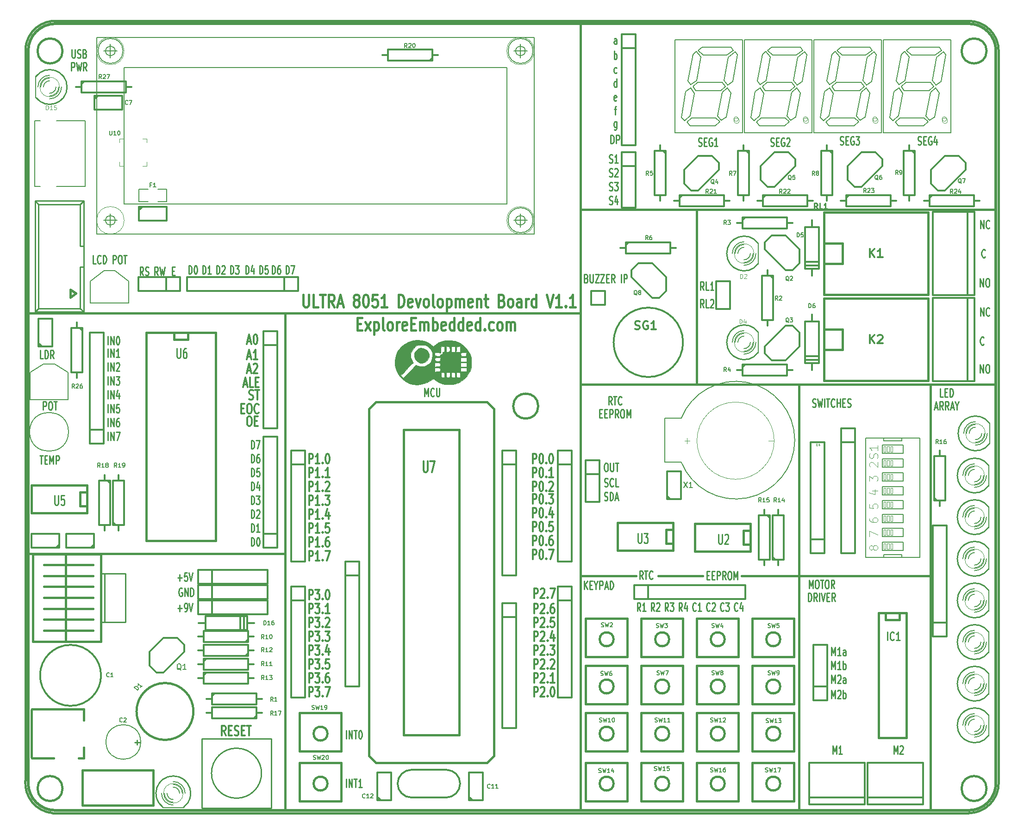
<source format=gto>
G04 #@! TF.FileFunction,Legend,Top*
%FSLAX46Y46*%
G04 Gerber Fmt 4.6, Leading zero omitted, Abs format (unit mm)*
G04 Created by KiCad (PCBNEW (2015-01-16 BZR 5376)-product) date 9/1/2016 3:57:13 PM*
%MOMM*%
G01*
G04 APERTURE LIST*
%ADD10C,0.150000*%
%ADD11C,0.444500*%
%ADD12C,0.381000*%
%ADD13C,0.254000*%
%ADD14C,0.500000*%
%ADD15C,0.304800*%
%ADD16C,0.127000*%
%ADD17C,0.203200*%
%ADD18C,0.076200*%
%ADD19C,0.152400*%
%ADD20C,0.066040*%
%ADD21C,0.063500*%
%ADD22C,0.101600*%
%ADD23C,0.317500*%
%ADD24C,0.050800*%
%ADD25C,0.406400*%
%ADD26C,0.002540*%
%ADD27C,0.190500*%
%ADD28C,0.285750*%
%ADD29C,0.287020*%
%ADD30C,0.088900*%
G04 APERTURE END LIST*
D10*
D11*
X120226665Y-84926714D02*
X120819332Y-84926714D01*
X121073332Y-86124143D02*
X120226665Y-86124143D01*
X120226665Y-83838143D01*
X121073332Y-83838143D01*
X121665999Y-86124143D02*
X122597332Y-84600143D01*
X121665999Y-84600143D02*
X122597332Y-86124143D01*
X123274665Y-84600143D02*
X123274665Y-86886143D01*
X123274665Y-84709000D02*
X123443999Y-84600143D01*
X123782665Y-84600143D01*
X123951999Y-84709000D01*
X124036665Y-84817857D01*
X124121332Y-85035571D01*
X124121332Y-85688714D01*
X124036665Y-85906429D01*
X123951999Y-86015286D01*
X123782665Y-86124143D01*
X123443999Y-86124143D01*
X123274665Y-86015286D01*
X125137332Y-86124143D02*
X124967999Y-86015286D01*
X124883332Y-85797571D01*
X124883332Y-83838143D01*
X126068665Y-86124143D02*
X125899332Y-86015286D01*
X125814665Y-85906429D01*
X125729999Y-85688714D01*
X125729999Y-85035571D01*
X125814665Y-84817857D01*
X125899332Y-84709000D01*
X126068665Y-84600143D01*
X126322665Y-84600143D01*
X126491999Y-84709000D01*
X126576665Y-84817857D01*
X126661332Y-85035571D01*
X126661332Y-85688714D01*
X126576665Y-85906429D01*
X126491999Y-86015286D01*
X126322665Y-86124143D01*
X126068665Y-86124143D01*
X127423332Y-86124143D02*
X127423332Y-84600143D01*
X127423332Y-85035571D02*
X127507999Y-84817857D01*
X127592666Y-84709000D01*
X127761999Y-84600143D01*
X127931332Y-84600143D01*
X129201333Y-86015286D02*
X129031999Y-86124143D01*
X128693333Y-86124143D01*
X128523999Y-86015286D01*
X128439333Y-85797571D01*
X128439333Y-84926714D01*
X128523999Y-84709000D01*
X128693333Y-84600143D01*
X129031999Y-84600143D01*
X129201333Y-84709000D01*
X129285999Y-84926714D01*
X129285999Y-85144429D01*
X128439333Y-85362143D01*
X130047999Y-84926714D02*
X130640666Y-84926714D01*
X130894666Y-86124143D02*
X130047999Y-86124143D01*
X130047999Y-83838143D01*
X130894666Y-83838143D01*
X131656666Y-86124143D02*
X131656666Y-84600143D01*
X131656666Y-84817857D02*
X131741333Y-84709000D01*
X131910666Y-84600143D01*
X132164666Y-84600143D01*
X132334000Y-84709000D01*
X132418666Y-84926714D01*
X132418666Y-86124143D01*
X132418666Y-84926714D02*
X132503333Y-84709000D01*
X132672666Y-84600143D01*
X132926666Y-84600143D01*
X133096000Y-84709000D01*
X133180666Y-84926714D01*
X133180666Y-86124143D01*
X134027333Y-86124143D02*
X134027333Y-83838143D01*
X134027333Y-84709000D02*
X134196667Y-84600143D01*
X134535333Y-84600143D01*
X134704667Y-84709000D01*
X134789333Y-84817857D01*
X134874000Y-85035571D01*
X134874000Y-85688714D01*
X134789333Y-85906429D01*
X134704667Y-86015286D01*
X134535333Y-86124143D01*
X134196667Y-86124143D01*
X134027333Y-86015286D01*
X136313334Y-86015286D02*
X136144000Y-86124143D01*
X135805334Y-86124143D01*
X135636000Y-86015286D01*
X135551334Y-85797571D01*
X135551334Y-84926714D01*
X135636000Y-84709000D01*
X135805334Y-84600143D01*
X136144000Y-84600143D01*
X136313334Y-84709000D01*
X136398000Y-84926714D01*
X136398000Y-85144429D01*
X135551334Y-85362143D01*
X137922000Y-86124143D02*
X137922000Y-83838143D01*
X137922000Y-86015286D02*
X137752667Y-86124143D01*
X137414000Y-86124143D01*
X137244667Y-86015286D01*
X137160000Y-85906429D01*
X137075334Y-85688714D01*
X137075334Y-85035571D01*
X137160000Y-84817857D01*
X137244667Y-84709000D01*
X137414000Y-84600143D01*
X137752667Y-84600143D01*
X137922000Y-84709000D01*
X139530667Y-86124143D02*
X139530667Y-83838143D01*
X139530667Y-86015286D02*
X139361334Y-86124143D01*
X139022667Y-86124143D01*
X138853334Y-86015286D01*
X138768667Y-85906429D01*
X138684001Y-85688714D01*
X138684001Y-85035571D01*
X138768667Y-84817857D01*
X138853334Y-84709000D01*
X139022667Y-84600143D01*
X139361334Y-84600143D01*
X139530667Y-84709000D01*
X141054668Y-86015286D02*
X140885334Y-86124143D01*
X140546668Y-86124143D01*
X140377334Y-86015286D01*
X140292668Y-85797571D01*
X140292668Y-84926714D01*
X140377334Y-84709000D01*
X140546668Y-84600143D01*
X140885334Y-84600143D01*
X141054668Y-84709000D01*
X141139334Y-84926714D01*
X141139334Y-85144429D01*
X140292668Y-85362143D01*
X142663334Y-86124143D02*
X142663334Y-83838143D01*
X142663334Y-86015286D02*
X142494001Y-86124143D01*
X142155334Y-86124143D01*
X141986001Y-86015286D01*
X141901334Y-85906429D01*
X141816668Y-85688714D01*
X141816668Y-85035571D01*
X141901334Y-84817857D01*
X141986001Y-84709000D01*
X142155334Y-84600143D01*
X142494001Y-84600143D01*
X142663334Y-84709000D01*
X143510001Y-85906429D02*
X143594668Y-86015286D01*
X143510001Y-86124143D01*
X143425335Y-86015286D01*
X143510001Y-85906429D01*
X143510001Y-86124143D01*
X145118668Y-86015286D02*
X144949335Y-86124143D01*
X144610668Y-86124143D01*
X144441335Y-86015286D01*
X144356668Y-85906429D01*
X144272002Y-85688714D01*
X144272002Y-85035571D01*
X144356668Y-84817857D01*
X144441335Y-84709000D01*
X144610668Y-84600143D01*
X144949335Y-84600143D01*
X145118668Y-84709000D01*
X146134668Y-86124143D02*
X145965335Y-86015286D01*
X145880668Y-85906429D01*
X145796002Y-85688714D01*
X145796002Y-85035571D01*
X145880668Y-84817857D01*
X145965335Y-84709000D01*
X146134668Y-84600143D01*
X146388668Y-84600143D01*
X146558002Y-84709000D01*
X146642668Y-84817857D01*
X146727335Y-85035571D01*
X146727335Y-85688714D01*
X146642668Y-85906429D01*
X146558002Y-86015286D01*
X146388668Y-86124143D01*
X146134668Y-86124143D01*
X147489335Y-86124143D02*
X147489335Y-84600143D01*
X147489335Y-84817857D02*
X147574002Y-84709000D01*
X147743335Y-84600143D01*
X147997335Y-84600143D01*
X148166669Y-84709000D01*
X148251335Y-84926714D01*
X148251335Y-86124143D01*
X148251335Y-84926714D02*
X148336002Y-84709000D01*
X148505335Y-84600143D01*
X148759335Y-84600143D01*
X148928669Y-84709000D01*
X149013335Y-84926714D01*
X149013335Y-86124143D01*
D12*
X182245000Y-64135000D02*
X182245000Y-95885000D01*
D13*
X72350691Y-73904929D02*
X71866882Y-73904929D01*
X71866882Y-72380929D01*
X73269929Y-73759786D02*
X73221548Y-73832357D01*
X73076405Y-73904929D01*
X72979643Y-73904929D01*
X72834501Y-73832357D01*
X72737739Y-73687214D01*
X72689358Y-73542071D01*
X72640977Y-73251786D01*
X72640977Y-73034071D01*
X72689358Y-72743786D01*
X72737739Y-72598643D01*
X72834501Y-72453500D01*
X72979643Y-72380929D01*
X73076405Y-72380929D01*
X73221548Y-72453500D01*
X73269929Y-72526071D01*
X73705358Y-73904929D02*
X73705358Y-72380929D01*
X73947263Y-72380929D01*
X74092405Y-72453500D01*
X74189167Y-72598643D01*
X74237548Y-72743786D01*
X74285929Y-73034071D01*
X74285929Y-73251786D01*
X74237548Y-73542071D01*
X74189167Y-73687214D01*
X74092405Y-73832357D01*
X73947263Y-73904929D01*
X73705358Y-73904929D01*
X75495453Y-73904929D02*
X75495453Y-72380929D01*
X75882500Y-72380929D01*
X75979262Y-72453500D01*
X76027643Y-72526071D01*
X76076024Y-72671214D01*
X76076024Y-72888929D01*
X76027643Y-73034071D01*
X75979262Y-73106643D01*
X75882500Y-73179214D01*
X75495453Y-73179214D01*
X76704977Y-72380929D02*
X76898500Y-72380929D01*
X76995262Y-72453500D01*
X77092024Y-72598643D01*
X77140405Y-72888929D01*
X77140405Y-73396929D01*
X77092024Y-73687214D01*
X76995262Y-73832357D01*
X76898500Y-73904929D01*
X76704977Y-73904929D01*
X76608215Y-73832357D01*
X76511453Y-73687214D01*
X76463072Y-73396929D01*
X76463072Y-72888929D01*
X76511453Y-72598643D01*
X76608215Y-72453500D01*
X76704977Y-72380929D01*
X77430691Y-72380929D02*
X78011262Y-72380929D01*
X77720977Y-73904929D02*
X77720977Y-72380929D01*
D12*
X59500000Y-34500000D02*
X59500000Y-168500000D01*
X232000000Y-29500000D02*
X65500000Y-29500000D01*
X237500000Y-169000000D02*
X237500000Y-35000000D01*
X64500000Y-174500000D02*
X232000000Y-174500000D01*
X59500000Y-168500000D02*
G75*
G03X64500000Y-174500000I5500000J-500000D01*
G01*
X65500000Y-29500000D02*
G75*
G03X59500000Y-34500000I-500000J-5500000D01*
G01*
X237500000Y-35000000D02*
G75*
G03X232000000Y-29500000I-5500000J0D01*
G01*
X232000000Y-174500000D02*
G75*
G03X237500000Y-169000000I0J5500000D01*
G01*
D13*
X132479143Y-98225429D02*
X132479143Y-96701429D01*
X132817809Y-97790000D01*
X133156476Y-96701429D01*
X133156476Y-98225429D01*
X134220857Y-98080286D02*
X134172476Y-98152857D01*
X134027333Y-98225429D01*
X133930571Y-98225429D01*
X133785429Y-98152857D01*
X133688667Y-98007714D01*
X133640286Y-97862571D01*
X133591905Y-97572286D01*
X133591905Y-97354571D01*
X133640286Y-97064286D01*
X133688667Y-96919143D01*
X133785429Y-96774000D01*
X133930571Y-96701429D01*
X134027333Y-96701429D01*
X134172476Y-96774000D01*
X134220857Y-96846571D01*
X134656286Y-96701429D02*
X134656286Y-97935143D01*
X134704667Y-98080286D01*
X134753048Y-98152857D01*
X134849810Y-98225429D01*
X135043333Y-98225429D01*
X135140095Y-98152857D01*
X135188476Y-98080286D01*
X135236857Y-97935143D01*
X135236857Y-96701429D01*
X161725429Y-133531429D02*
X161725429Y-132007429D01*
X162306000Y-133531429D02*
X161870572Y-132660571D01*
X162306000Y-132007429D02*
X161725429Y-132878286D01*
X162741429Y-132733143D02*
X163080095Y-132733143D01*
X163225238Y-133531429D02*
X162741429Y-133531429D01*
X162741429Y-132007429D01*
X163225238Y-132007429D01*
X163854191Y-132805714D02*
X163854191Y-133531429D01*
X163515524Y-132007429D02*
X163854191Y-132805714D01*
X164192857Y-132007429D01*
X164531524Y-133531429D02*
X164531524Y-132007429D01*
X164918571Y-132007429D01*
X165015333Y-132080000D01*
X165063714Y-132152571D01*
X165112095Y-132297714D01*
X165112095Y-132515429D01*
X165063714Y-132660571D01*
X165015333Y-132733143D01*
X164918571Y-132805714D01*
X164531524Y-132805714D01*
X165499143Y-133096000D02*
X165982952Y-133096000D01*
X165402381Y-133531429D02*
X165741048Y-132007429D01*
X166079714Y-133531429D01*
X166418381Y-133531429D02*
X166418381Y-132007429D01*
X166660286Y-132007429D01*
X166805428Y-132080000D01*
X166902190Y-132225143D01*
X166950571Y-132370286D01*
X166998952Y-132660571D01*
X166998952Y-132878286D01*
X166950571Y-133168571D01*
X166902190Y-133313714D01*
X166805428Y-133458857D01*
X166660286Y-133531429D01*
X166418381Y-133531429D01*
X165608001Y-110417429D02*
X165801524Y-110417429D01*
X165898286Y-110490000D01*
X165995048Y-110635143D01*
X166043429Y-110925429D01*
X166043429Y-111433429D01*
X165995048Y-111723714D01*
X165898286Y-111868857D01*
X165801524Y-111941429D01*
X165608001Y-111941429D01*
X165511239Y-111868857D01*
X165414477Y-111723714D01*
X165366096Y-111433429D01*
X165366096Y-110925429D01*
X165414477Y-110635143D01*
X165511239Y-110490000D01*
X165608001Y-110417429D01*
X166478858Y-110417429D02*
X166478858Y-111651143D01*
X166527239Y-111796286D01*
X166575620Y-111868857D01*
X166672382Y-111941429D01*
X166865905Y-111941429D01*
X166962667Y-111868857D01*
X167011048Y-111796286D01*
X167059429Y-111651143D01*
X167059429Y-110417429D01*
X167398096Y-110417429D02*
X167978667Y-110417429D01*
X167688382Y-111941429D02*
X167688382Y-110417429D01*
X165414477Y-114662857D02*
X165559620Y-114735429D01*
X165801524Y-114735429D01*
X165898286Y-114662857D01*
X165946667Y-114590286D01*
X165995048Y-114445143D01*
X165995048Y-114300000D01*
X165946667Y-114154857D01*
X165898286Y-114082286D01*
X165801524Y-114009714D01*
X165608001Y-113937143D01*
X165511239Y-113864571D01*
X165462858Y-113792000D01*
X165414477Y-113646857D01*
X165414477Y-113501714D01*
X165462858Y-113356571D01*
X165511239Y-113284000D01*
X165608001Y-113211429D01*
X165849905Y-113211429D01*
X165995048Y-113284000D01*
X167011048Y-114590286D02*
X166962667Y-114662857D01*
X166817524Y-114735429D01*
X166720762Y-114735429D01*
X166575620Y-114662857D01*
X166478858Y-114517714D01*
X166430477Y-114372571D01*
X166382096Y-114082286D01*
X166382096Y-113864571D01*
X166430477Y-113574286D01*
X166478858Y-113429143D01*
X166575620Y-113284000D01*
X166720762Y-113211429D01*
X166817524Y-113211429D01*
X166962667Y-113284000D01*
X167011048Y-113356571D01*
X167930286Y-114735429D02*
X167446477Y-114735429D01*
X167446477Y-113211429D01*
X165390286Y-117202857D02*
X165535429Y-117275429D01*
X165777333Y-117275429D01*
X165874095Y-117202857D01*
X165922476Y-117130286D01*
X165970857Y-116985143D01*
X165970857Y-116840000D01*
X165922476Y-116694857D01*
X165874095Y-116622286D01*
X165777333Y-116549714D01*
X165583810Y-116477143D01*
X165487048Y-116404571D01*
X165438667Y-116332000D01*
X165390286Y-116186857D01*
X165390286Y-116041714D01*
X165438667Y-115896571D01*
X165487048Y-115824000D01*
X165583810Y-115751429D01*
X165825714Y-115751429D01*
X165970857Y-115824000D01*
X166406286Y-117275429D02*
X166406286Y-115751429D01*
X166648191Y-115751429D01*
X166793333Y-115824000D01*
X166890095Y-115969143D01*
X166938476Y-116114286D01*
X166986857Y-116404571D01*
X166986857Y-116622286D01*
X166938476Y-116912571D01*
X166890095Y-117057714D01*
X166793333Y-117202857D01*
X166648191Y-117275429D01*
X166406286Y-117275429D01*
X167373905Y-116840000D02*
X167857714Y-116840000D01*
X167277143Y-117275429D02*
X167615810Y-115751429D01*
X167954476Y-117275429D01*
D12*
X190500000Y-131064000D02*
X225044000Y-131064000D01*
X175260000Y-131064000D02*
X183388000Y-131064000D01*
X161036000Y-131064000D02*
X171196000Y-131064000D01*
D11*
X110278332Y-79583643D02*
X110278332Y-81434214D01*
X110362999Y-81651929D01*
X110447666Y-81760786D01*
X110616999Y-81869643D01*
X110955666Y-81869643D01*
X111124999Y-81760786D01*
X111209666Y-81651929D01*
X111294332Y-81434214D01*
X111294332Y-79583643D01*
X112987666Y-81869643D02*
X112140999Y-81869643D01*
X112140999Y-79583643D01*
X113326332Y-79583643D02*
X114342332Y-79583643D01*
X113834332Y-81869643D02*
X113834332Y-79583643D01*
X115950999Y-81869643D02*
X115358333Y-80781071D01*
X114934999Y-81869643D02*
X114934999Y-79583643D01*
X115612333Y-79583643D01*
X115781666Y-79692500D01*
X115866333Y-79801357D01*
X115950999Y-80019071D01*
X115950999Y-80345643D01*
X115866333Y-80563357D01*
X115781666Y-80672214D01*
X115612333Y-80781071D01*
X114934999Y-80781071D01*
X116628333Y-81216500D02*
X117474999Y-81216500D01*
X116458999Y-81869643D02*
X117051666Y-79583643D01*
X117644333Y-81869643D01*
X119845666Y-80563357D02*
X119676333Y-80454500D01*
X119591666Y-80345643D01*
X119507000Y-80127929D01*
X119507000Y-80019071D01*
X119591666Y-79801357D01*
X119676333Y-79692500D01*
X119845666Y-79583643D01*
X120184333Y-79583643D01*
X120353666Y-79692500D01*
X120438333Y-79801357D01*
X120523000Y-80019071D01*
X120523000Y-80127929D01*
X120438333Y-80345643D01*
X120353666Y-80454500D01*
X120184333Y-80563357D01*
X119845666Y-80563357D01*
X119676333Y-80672214D01*
X119591666Y-80781071D01*
X119507000Y-80998786D01*
X119507000Y-81434214D01*
X119591666Y-81651929D01*
X119676333Y-81760786D01*
X119845666Y-81869643D01*
X120184333Y-81869643D01*
X120353666Y-81760786D01*
X120438333Y-81651929D01*
X120523000Y-81434214D01*
X120523000Y-80998786D01*
X120438333Y-80781071D01*
X120353666Y-80672214D01*
X120184333Y-80563357D01*
X121623666Y-79583643D02*
X121792999Y-79583643D01*
X121962333Y-79692500D01*
X122046999Y-79801357D01*
X122131666Y-80019071D01*
X122216333Y-80454500D01*
X122216333Y-80998786D01*
X122131666Y-81434214D01*
X122046999Y-81651929D01*
X121962333Y-81760786D01*
X121792999Y-81869643D01*
X121623666Y-81869643D01*
X121454333Y-81760786D01*
X121369666Y-81651929D01*
X121284999Y-81434214D01*
X121200333Y-80998786D01*
X121200333Y-80454500D01*
X121284999Y-80019071D01*
X121369666Y-79801357D01*
X121454333Y-79692500D01*
X121623666Y-79583643D01*
X123824999Y-79583643D02*
X122978332Y-79583643D01*
X122893666Y-80672214D01*
X122978332Y-80563357D01*
X123147666Y-80454500D01*
X123570999Y-80454500D01*
X123740332Y-80563357D01*
X123824999Y-80672214D01*
X123909666Y-80889929D01*
X123909666Y-81434214D01*
X123824999Y-81651929D01*
X123740332Y-81760786D01*
X123570999Y-81869643D01*
X123147666Y-81869643D01*
X122978332Y-81760786D01*
X122893666Y-81651929D01*
X125602999Y-81869643D02*
X124586999Y-81869643D01*
X125094999Y-81869643D02*
X125094999Y-79583643D01*
X124925665Y-79910214D01*
X124756332Y-80127929D01*
X124586999Y-80236786D01*
X127719665Y-81869643D02*
X127719665Y-79583643D01*
X128142999Y-79583643D01*
X128396999Y-79692500D01*
X128566332Y-79910214D01*
X128650999Y-80127929D01*
X128735665Y-80563357D01*
X128735665Y-80889929D01*
X128650999Y-81325357D01*
X128566332Y-81543071D01*
X128396999Y-81760786D01*
X128142999Y-81869643D01*
X127719665Y-81869643D01*
X130174999Y-81760786D02*
X130005665Y-81869643D01*
X129666999Y-81869643D01*
X129497665Y-81760786D01*
X129412999Y-81543071D01*
X129412999Y-80672214D01*
X129497665Y-80454500D01*
X129666999Y-80345643D01*
X130005665Y-80345643D01*
X130174999Y-80454500D01*
X130259665Y-80672214D01*
X130259665Y-80889929D01*
X129412999Y-81107643D01*
X130852332Y-80345643D02*
X131275665Y-81869643D01*
X131698999Y-80345643D01*
X132630332Y-81869643D02*
X132460999Y-81760786D01*
X132376332Y-81651929D01*
X132291666Y-81434214D01*
X132291666Y-80781071D01*
X132376332Y-80563357D01*
X132460999Y-80454500D01*
X132630332Y-80345643D01*
X132884332Y-80345643D01*
X133053666Y-80454500D01*
X133138332Y-80563357D01*
X133222999Y-80781071D01*
X133222999Y-81434214D01*
X133138332Y-81651929D01*
X133053666Y-81760786D01*
X132884332Y-81869643D01*
X132630332Y-81869643D01*
X134238999Y-81869643D02*
X134069666Y-81760786D01*
X133984999Y-81543071D01*
X133984999Y-79583643D01*
X135170332Y-81869643D02*
X135000999Y-81760786D01*
X134916332Y-81651929D01*
X134831666Y-81434214D01*
X134831666Y-80781071D01*
X134916332Y-80563357D01*
X135000999Y-80454500D01*
X135170332Y-80345643D01*
X135424332Y-80345643D01*
X135593666Y-80454500D01*
X135678332Y-80563357D01*
X135762999Y-80781071D01*
X135762999Y-81434214D01*
X135678332Y-81651929D01*
X135593666Y-81760786D01*
X135424332Y-81869643D01*
X135170332Y-81869643D01*
X136524999Y-80345643D02*
X136524999Y-82631643D01*
X136524999Y-80454500D02*
X136694333Y-80345643D01*
X137032999Y-80345643D01*
X137202333Y-80454500D01*
X137286999Y-80563357D01*
X137371666Y-80781071D01*
X137371666Y-81434214D01*
X137286999Y-81651929D01*
X137202333Y-81760786D01*
X137032999Y-81869643D01*
X136694333Y-81869643D01*
X136524999Y-81760786D01*
X138133666Y-81869643D02*
X138133666Y-80345643D01*
X138133666Y-80563357D02*
X138218333Y-80454500D01*
X138387666Y-80345643D01*
X138641666Y-80345643D01*
X138811000Y-80454500D01*
X138895666Y-80672214D01*
X138895666Y-81869643D01*
X138895666Y-80672214D02*
X138980333Y-80454500D01*
X139149666Y-80345643D01*
X139403666Y-80345643D01*
X139573000Y-80454500D01*
X139657666Y-80672214D01*
X139657666Y-81869643D01*
X141181667Y-81760786D02*
X141012333Y-81869643D01*
X140673667Y-81869643D01*
X140504333Y-81760786D01*
X140419667Y-81543071D01*
X140419667Y-80672214D01*
X140504333Y-80454500D01*
X140673667Y-80345643D01*
X141012333Y-80345643D01*
X141181667Y-80454500D01*
X141266333Y-80672214D01*
X141266333Y-80889929D01*
X140419667Y-81107643D01*
X142028333Y-80345643D02*
X142028333Y-81869643D01*
X142028333Y-80563357D02*
X142113000Y-80454500D01*
X142282333Y-80345643D01*
X142536333Y-80345643D01*
X142705667Y-80454500D01*
X142790333Y-80672214D01*
X142790333Y-81869643D01*
X143383000Y-80345643D02*
X144060334Y-80345643D01*
X143637000Y-79583643D02*
X143637000Y-81543071D01*
X143721667Y-81760786D01*
X143891000Y-81869643D01*
X144060334Y-81869643D01*
X146600334Y-80672214D02*
X146854334Y-80781071D01*
X146939001Y-80889929D01*
X147023667Y-81107643D01*
X147023667Y-81434214D01*
X146939001Y-81651929D01*
X146854334Y-81760786D01*
X146685001Y-81869643D01*
X146007667Y-81869643D01*
X146007667Y-79583643D01*
X146600334Y-79583643D01*
X146769667Y-79692500D01*
X146854334Y-79801357D01*
X146939001Y-80019071D01*
X146939001Y-80236786D01*
X146854334Y-80454500D01*
X146769667Y-80563357D01*
X146600334Y-80672214D01*
X146007667Y-80672214D01*
X148039667Y-81869643D02*
X147870334Y-81760786D01*
X147785667Y-81651929D01*
X147701001Y-81434214D01*
X147701001Y-80781071D01*
X147785667Y-80563357D01*
X147870334Y-80454500D01*
X148039667Y-80345643D01*
X148293667Y-80345643D01*
X148463001Y-80454500D01*
X148547667Y-80563357D01*
X148632334Y-80781071D01*
X148632334Y-81434214D01*
X148547667Y-81651929D01*
X148463001Y-81760786D01*
X148293667Y-81869643D01*
X148039667Y-81869643D01*
X150156334Y-81869643D02*
X150156334Y-80672214D01*
X150071668Y-80454500D01*
X149902334Y-80345643D01*
X149563668Y-80345643D01*
X149394334Y-80454500D01*
X150156334Y-81760786D02*
X149987001Y-81869643D01*
X149563668Y-81869643D01*
X149394334Y-81760786D01*
X149309668Y-81543071D01*
X149309668Y-81325357D01*
X149394334Y-81107643D01*
X149563668Y-80998786D01*
X149987001Y-80998786D01*
X150156334Y-80889929D01*
X151003001Y-81869643D02*
X151003001Y-80345643D01*
X151003001Y-80781071D02*
X151087668Y-80563357D01*
X151172335Y-80454500D01*
X151341668Y-80345643D01*
X151511001Y-80345643D01*
X152865668Y-81869643D02*
X152865668Y-79583643D01*
X152865668Y-81760786D02*
X152696335Y-81869643D01*
X152357668Y-81869643D01*
X152188335Y-81760786D01*
X152103668Y-81651929D01*
X152019002Y-81434214D01*
X152019002Y-80781071D01*
X152103668Y-80563357D01*
X152188335Y-80454500D01*
X152357668Y-80345643D01*
X152696335Y-80345643D01*
X152865668Y-80454500D01*
X154813002Y-79583643D02*
X155405669Y-81869643D01*
X155998336Y-79583643D01*
X157522336Y-81869643D02*
X156506336Y-81869643D01*
X157014336Y-81869643D02*
X157014336Y-79583643D01*
X156845002Y-79910214D01*
X156675669Y-80127929D01*
X156506336Y-80236786D01*
X158284335Y-81651929D02*
X158369002Y-81760786D01*
X158284335Y-81869643D01*
X158199669Y-81760786D01*
X158284335Y-81651929D01*
X158284335Y-81869643D01*
X160062336Y-81869643D02*
X159046336Y-81869643D01*
X159554336Y-81869643D02*
X159554336Y-79583643D01*
X159385002Y-79910214D01*
X159215669Y-80127929D01*
X159046336Y-80236786D01*
D14*
X60000000Y-169000000D02*
X60000000Y-35000000D01*
X232000000Y-174000000D02*
X65000000Y-174000000D01*
X237000000Y-35000000D02*
X237000000Y-169000000D01*
X65000000Y-30000000D02*
X232000000Y-30000000D01*
X232000000Y-174000000D02*
G75*
G03X237000000Y-169000000I0J5000000D01*
G01*
X237000000Y-35000000D02*
G75*
G03X232000000Y-30000000I-5000000J0D01*
G01*
X65000000Y-30000000D02*
G75*
G03X60000000Y-35000000I0J-5000000D01*
G01*
X60000000Y-169000000D02*
G75*
G03X65000000Y-174000000I5000000J0D01*
G01*
D13*
X87339715Y-137014857D02*
X88113810Y-137014857D01*
X87726762Y-137595429D02*
X87726762Y-136434286D01*
X88646001Y-137595429D02*
X88839525Y-137595429D01*
X88936286Y-137522857D01*
X88984667Y-137450286D01*
X89081429Y-137232571D01*
X89129810Y-136942286D01*
X89129810Y-136361714D01*
X89081429Y-136216571D01*
X89033048Y-136144000D01*
X88936286Y-136071429D01*
X88742763Y-136071429D01*
X88646001Y-136144000D01*
X88597620Y-136216571D01*
X88549239Y-136361714D01*
X88549239Y-136724571D01*
X88597620Y-136869714D01*
X88646001Y-136942286D01*
X88742763Y-137014857D01*
X88936286Y-137014857D01*
X89033048Y-136942286D01*
X89081429Y-136869714D01*
X89129810Y-136724571D01*
X89420096Y-136071429D02*
X89758763Y-137595429D01*
X90097429Y-136071429D01*
X88125905Y-133350000D02*
X88029143Y-133277429D01*
X87884000Y-133277429D01*
X87738858Y-133350000D01*
X87642096Y-133495143D01*
X87593715Y-133640286D01*
X87545334Y-133930571D01*
X87545334Y-134148286D01*
X87593715Y-134438571D01*
X87642096Y-134583714D01*
X87738858Y-134728857D01*
X87884000Y-134801429D01*
X87980762Y-134801429D01*
X88125905Y-134728857D01*
X88174286Y-134656286D01*
X88174286Y-134148286D01*
X87980762Y-134148286D01*
X88609715Y-134801429D02*
X88609715Y-133277429D01*
X89190286Y-134801429D01*
X89190286Y-133277429D01*
X89674096Y-134801429D02*
X89674096Y-133277429D01*
X89916001Y-133277429D01*
X90061143Y-133350000D01*
X90157905Y-133495143D01*
X90206286Y-133640286D01*
X90254667Y-133930571D01*
X90254667Y-134148286D01*
X90206286Y-134438571D01*
X90157905Y-134583714D01*
X90061143Y-134728857D01*
X89916001Y-134801429D01*
X89674096Y-134801429D01*
X87339715Y-131426857D02*
X88113810Y-131426857D01*
X87726762Y-132007429D02*
X87726762Y-130846286D01*
X89081429Y-130483429D02*
X88597620Y-130483429D01*
X88549239Y-131209143D01*
X88597620Y-131136571D01*
X88694382Y-131064000D01*
X88936286Y-131064000D01*
X89033048Y-131136571D01*
X89081429Y-131209143D01*
X89129810Y-131354286D01*
X89129810Y-131717143D01*
X89081429Y-131862286D01*
X89033048Y-131934857D01*
X88936286Y-132007429D01*
X88694382Y-132007429D01*
X88597620Y-131934857D01*
X88549239Y-131862286D01*
X89420096Y-130483429D02*
X89758763Y-132007429D01*
X90097429Y-130483429D01*
D12*
X225000000Y-131000000D02*
X225000000Y-96000000D01*
D13*
X234151715Y-83493429D02*
X234151715Y-81969429D01*
X234732286Y-83493429D01*
X234732286Y-81969429D01*
X235796667Y-83348286D02*
X235748286Y-83420857D01*
X235603143Y-83493429D01*
X235506381Y-83493429D01*
X235361239Y-83420857D01*
X235264477Y-83275714D01*
X235216096Y-83130571D01*
X235167715Y-82840286D01*
X235167715Y-82622571D01*
X235216096Y-82332286D01*
X235264477Y-82187143D01*
X235361239Y-82042000D01*
X235506381Y-81969429D01*
X235603143Y-81969429D01*
X235748286Y-82042000D01*
X235796667Y-82114571D01*
X234756476Y-88682286D02*
X234708095Y-88754857D01*
X234562952Y-88827429D01*
X234466190Y-88827429D01*
X234321048Y-88754857D01*
X234224286Y-88609714D01*
X234175905Y-88464571D01*
X234127524Y-88174286D01*
X234127524Y-87956571D01*
X234175905Y-87666286D01*
X234224286Y-87521143D01*
X234321048Y-87376000D01*
X234466190Y-87303429D01*
X234562952Y-87303429D01*
X234708095Y-87376000D01*
X234756476Y-87448571D01*
X234127524Y-93907429D02*
X234127524Y-92383429D01*
X234708095Y-93907429D01*
X234708095Y-92383429D01*
X235385429Y-92383429D02*
X235578952Y-92383429D01*
X235675714Y-92456000D01*
X235772476Y-92601143D01*
X235820857Y-92891429D01*
X235820857Y-93399429D01*
X235772476Y-93689714D01*
X235675714Y-93834857D01*
X235578952Y-93907429D01*
X235385429Y-93907429D01*
X235288667Y-93834857D01*
X235191905Y-93689714D01*
X235143524Y-93399429D01*
X235143524Y-92891429D01*
X235191905Y-92601143D01*
X235288667Y-92456000D01*
X235385429Y-92383429D01*
X234127524Y-78159429D02*
X234127524Y-76635429D01*
X234708095Y-78159429D01*
X234708095Y-76635429D01*
X235385429Y-76635429D02*
X235578952Y-76635429D01*
X235675714Y-76708000D01*
X235772476Y-76853143D01*
X235820857Y-77143429D01*
X235820857Y-77651429D01*
X235772476Y-77941714D01*
X235675714Y-78086857D01*
X235578952Y-78159429D01*
X235385429Y-78159429D01*
X235288667Y-78086857D01*
X235191905Y-77941714D01*
X235143524Y-77651429D01*
X235143524Y-77143429D01*
X235191905Y-76853143D01*
X235288667Y-76708000D01*
X235385429Y-76635429D01*
X235010476Y-72680286D02*
X234962095Y-72752857D01*
X234816952Y-72825429D01*
X234720190Y-72825429D01*
X234575048Y-72752857D01*
X234478286Y-72607714D01*
X234429905Y-72462571D01*
X234381524Y-72172286D01*
X234381524Y-71954571D01*
X234429905Y-71664286D01*
X234478286Y-71519143D01*
X234575048Y-71374000D01*
X234720190Y-71301429D01*
X234816952Y-71301429D01*
X234962095Y-71374000D01*
X235010476Y-71446571D01*
X234151715Y-67491429D02*
X234151715Y-65967429D01*
X234732286Y-67491429D01*
X234732286Y-65967429D01*
X235796667Y-67346286D02*
X235748286Y-67418857D01*
X235603143Y-67491429D01*
X235506381Y-67491429D01*
X235361239Y-67418857D01*
X235264477Y-67273714D01*
X235216096Y-67128571D01*
X235167715Y-66838286D01*
X235167715Y-66620571D01*
X235216096Y-66330286D01*
X235264477Y-66185143D01*
X235361239Y-66040000D01*
X235506381Y-65967429D01*
X235603143Y-65967429D01*
X235748286Y-66040000D01*
X235796667Y-66112571D01*
D12*
X107000000Y-127000000D02*
X60000000Y-127000000D01*
X107000000Y-83000000D02*
X107000000Y-174000000D01*
X161000000Y-83000000D02*
X60000000Y-83000000D01*
X237000000Y-64000000D02*
X161000000Y-64000000D01*
X201000000Y-96000000D02*
X161000000Y-96000000D01*
X161000000Y-131000000D02*
X161000000Y-30000000D01*
X201000000Y-96000000D02*
X237000000Y-96000000D01*
X201000000Y-131000000D02*
X201000000Y-96000000D01*
X201000000Y-174000000D02*
X201000000Y-131000000D01*
X225000000Y-131000000D02*
X225000000Y-174000000D01*
X161000000Y-174000000D02*
X161000000Y-131000000D01*
D13*
X227311857Y-98301629D02*
X226828048Y-98301629D01*
X226828048Y-96777629D01*
X227650524Y-97503343D02*
X227989190Y-97503343D01*
X228134333Y-98301629D02*
X227650524Y-98301629D01*
X227650524Y-96777629D01*
X228134333Y-96777629D01*
X228569762Y-98301629D02*
X228569762Y-96777629D01*
X228811667Y-96777629D01*
X228956809Y-96850200D01*
X229053571Y-96995343D01*
X229101952Y-97140486D01*
X229150333Y-97430771D01*
X229150333Y-97648486D01*
X229101952Y-97938771D01*
X229053571Y-98083914D01*
X228956809Y-98229057D01*
X228811667Y-98301629D01*
X228569762Y-98301629D01*
X225836239Y-100253800D02*
X226320048Y-100253800D01*
X225739477Y-100689229D02*
X226078144Y-99165229D01*
X226416810Y-100689229D01*
X227336048Y-100689229D02*
X226997382Y-99963514D01*
X226755477Y-100689229D02*
X226755477Y-99165229D01*
X227142524Y-99165229D01*
X227239286Y-99237800D01*
X227287667Y-99310371D01*
X227336048Y-99455514D01*
X227336048Y-99673229D01*
X227287667Y-99818371D01*
X227239286Y-99890943D01*
X227142524Y-99963514D01*
X226755477Y-99963514D01*
X228352048Y-100689229D02*
X228013382Y-99963514D01*
X227771477Y-100689229D02*
X227771477Y-99165229D01*
X228158524Y-99165229D01*
X228255286Y-99237800D01*
X228303667Y-99310371D01*
X228352048Y-99455514D01*
X228352048Y-99673229D01*
X228303667Y-99818371D01*
X228255286Y-99890943D01*
X228158524Y-99963514D01*
X227771477Y-99963514D01*
X228739096Y-100253800D02*
X229222905Y-100253800D01*
X228642334Y-100689229D02*
X228981001Y-99165229D01*
X229319667Y-100689229D01*
X229851858Y-99963514D02*
X229851858Y-100689229D01*
X229513191Y-99165229D02*
X229851858Y-99963514D01*
X230190524Y-99165229D01*
X218313524Y-163693429D02*
X218313524Y-162169429D01*
X218652190Y-163258000D01*
X218990857Y-162169429D01*
X218990857Y-163693429D01*
X219426286Y-162314571D02*
X219474667Y-162242000D01*
X219571429Y-162169429D01*
X219813333Y-162169429D01*
X219910095Y-162242000D01*
X219958476Y-162314571D01*
X220006857Y-162459714D01*
X220006857Y-162604857D01*
X219958476Y-162822571D01*
X219377905Y-163693429D01*
X220006857Y-163693429D01*
X207137524Y-163693429D02*
X207137524Y-162169429D01*
X207476190Y-163258000D01*
X207814857Y-162169429D01*
X207814857Y-163693429D01*
X208830857Y-163693429D02*
X208250286Y-163693429D01*
X208540572Y-163693429D02*
X208540572Y-162169429D01*
X208443810Y-162387143D01*
X208347048Y-162532286D01*
X208250286Y-162604857D01*
X206931905Y-153533429D02*
X206931905Y-152009429D01*
X207270571Y-153098000D01*
X207609238Y-152009429D01*
X207609238Y-153533429D01*
X208044667Y-152154571D02*
X208093048Y-152082000D01*
X208189810Y-152009429D01*
X208431714Y-152009429D01*
X208528476Y-152082000D01*
X208576857Y-152154571D01*
X208625238Y-152299714D01*
X208625238Y-152444857D01*
X208576857Y-152662571D01*
X207996286Y-153533429D01*
X208625238Y-153533429D01*
X209060667Y-153533429D02*
X209060667Y-152009429D01*
X209060667Y-152590000D02*
X209157429Y-152517429D01*
X209350952Y-152517429D01*
X209447714Y-152590000D01*
X209496095Y-152662571D01*
X209544476Y-152807714D01*
X209544476Y-153243143D01*
X209496095Y-153388286D01*
X209447714Y-153460857D01*
X209350952Y-153533429D01*
X209157429Y-153533429D01*
X209060667Y-153460857D01*
X206931905Y-150739429D02*
X206931905Y-149215429D01*
X207270571Y-150304000D01*
X207609238Y-149215429D01*
X207609238Y-150739429D01*
X208044667Y-149360571D02*
X208093048Y-149288000D01*
X208189810Y-149215429D01*
X208431714Y-149215429D01*
X208528476Y-149288000D01*
X208576857Y-149360571D01*
X208625238Y-149505714D01*
X208625238Y-149650857D01*
X208576857Y-149868571D01*
X207996286Y-150739429D01*
X208625238Y-150739429D01*
X209496095Y-150739429D02*
X209496095Y-149941143D01*
X209447714Y-149796000D01*
X209350952Y-149723429D01*
X209157429Y-149723429D01*
X209060667Y-149796000D01*
X209496095Y-150666857D02*
X209399333Y-150739429D01*
X209157429Y-150739429D01*
X209060667Y-150666857D01*
X209012286Y-150521714D01*
X209012286Y-150376571D01*
X209060667Y-150231429D01*
X209157429Y-150158857D01*
X209399333Y-150158857D01*
X209496095Y-150086286D01*
X206931905Y-148199429D02*
X206931905Y-146675429D01*
X207270571Y-147764000D01*
X207609238Y-146675429D01*
X207609238Y-148199429D01*
X208625238Y-148199429D02*
X208044667Y-148199429D01*
X208334953Y-148199429D02*
X208334953Y-146675429D01*
X208238191Y-146893143D01*
X208141429Y-147038286D01*
X208044667Y-147110857D01*
X209060667Y-148199429D02*
X209060667Y-146675429D01*
X209060667Y-147256000D02*
X209157429Y-147183429D01*
X209350952Y-147183429D01*
X209447714Y-147256000D01*
X209496095Y-147328571D01*
X209544476Y-147473714D01*
X209544476Y-147909143D01*
X209496095Y-148054286D01*
X209447714Y-148126857D01*
X209350952Y-148199429D01*
X209157429Y-148199429D01*
X209060667Y-148126857D01*
X206931905Y-145659429D02*
X206931905Y-144135429D01*
X207270571Y-145224000D01*
X207609238Y-144135429D01*
X207609238Y-145659429D01*
X208625238Y-145659429D02*
X208044667Y-145659429D01*
X208334953Y-145659429D02*
X208334953Y-144135429D01*
X208238191Y-144353143D01*
X208141429Y-144498286D01*
X208044667Y-144570857D01*
X209496095Y-145659429D02*
X209496095Y-144861143D01*
X209447714Y-144716000D01*
X209350952Y-144643429D01*
X209157429Y-144643429D01*
X209060667Y-144716000D01*
X209496095Y-145586857D02*
X209399333Y-145659429D01*
X209157429Y-145659429D01*
X209060667Y-145586857D01*
X209012286Y-145441714D01*
X209012286Y-145296571D01*
X209060667Y-145151429D01*
X209157429Y-145078857D01*
X209399333Y-145078857D01*
X209496095Y-145006286D01*
X202806905Y-133353629D02*
X202806905Y-131829629D01*
X203145571Y-132918200D01*
X203484238Y-131829629D01*
X203484238Y-133353629D01*
X204161572Y-131829629D02*
X204355095Y-131829629D01*
X204451857Y-131902200D01*
X204548619Y-132047343D01*
X204597000Y-132337629D01*
X204597000Y-132845629D01*
X204548619Y-133135914D01*
X204451857Y-133281057D01*
X204355095Y-133353629D01*
X204161572Y-133353629D01*
X204064810Y-133281057D01*
X203968048Y-133135914D01*
X203919667Y-132845629D01*
X203919667Y-132337629D01*
X203968048Y-132047343D01*
X204064810Y-131902200D01*
X204161572Y-131829629D01*
X204887286Y-131829629D02*
X205467857Y-131829629D01*
X205177572Y-133353629D02*
X205177572Y-131829629D01*
X206000048Y-131829629D02*
X206193571Y-131829629D01*
X206290333Y-131902200D01*
X206387095Y-132047343D01*
X206435476Y-132337629D01*
X206435476Y-132845629D01*
X206387095Y-133135914D01*
X206290333Y-133281057D01*
X206193571Y-133353629D01*
X206000048Y-133353629D01*
X205903286Y-133281057D01*
X205806524Y-133135914D01*
X205758143Y-132845629D01*
X205758143Y-132337629D01*
X205806524Y-132047343D01*
X205903286Y-131902200D01*
X206000048Y-131829629D01*
X207451476Y-133353629D02*
X207112810Y-132627914D01*
X206870905Y-133353629D02*
X206870905Y-131829629D01*
X207257952Y-131829629D01*
X207354714Y-131902200D01*
X207403095Y-131974771D01*
X207451476Y-132119914D01*
X207451476Y-132337629D01*
X207403095Y-132482771D01*
X207354714Y-132555343D01*
X207257952Y-132627914D01*
X206870905Y-132627914D01*
X202685953Y-135741229D02*
X202685953Y-134217229D01*
X202927858Y-134217229D01*
X203073000Y-134289800D01*
X203169762Y-134434943D01*
X203218143Y-134580086D01*
X203266524Y-134870371D01*
X203266524Y-135088086D01*
X203218143Y-135378371D01*
X203169762Y-135523514D01*
X203073000Y-135668657D01*
X202927858Y-135741229D01*
X202685953Y-135741229D01*
X204282524Y-135741229D02*
X203943858Y-135015514D01*
X203701953Y-135741229D02*
X203701953Y-134217229D01*
X204089000Y-134217229D01*
X204185762Y-134289800D01*
X204234143Y-134362371D01*
X204282524Y-134507514D01*
X204282524Y-134725229D01*
X204234143Y-134870371D01*
X204185762Y-134942943D01*
X204089000Y-135015514D01*
X203701953Y-135015514D01*
X204717953Y-135741229D02*
X204717953Y-134217229D01*
X205056620Y-134217229D02*
X205395287Y-135741229D01*
X205733953Y-134217229D01*
X206072620Y-134942943D02*
X206411286Y-134942943D01*
X206556429Y-135741229D02*
X206072620Y-135741229D01*
X206072620Y-134217229D01*
X206556429Y-134217229D01*
X207572429Y-135741229D02*
X207233763Y-135015514D01*
X206991858Y-135741229D02*
X206991858Y-134217229D01*
X207378905Y-134217229D01*
X207475667Y-134289800D01*
X207524048Y-134362371D01*
X207572429Y-134507514D01*
X207572429Y-134725229D01*
X207524048Y-134870371D01*
X207475667Y-134942943D01*
X207378905Y-135015514D01*
X206991858Y-135015514D01*
X203460572Y-100120857D02*
X203605715Y-100193429D01*
X203847619Y-100193429D01*
X203944381Y-100120857D01*
X203992762Y-100048286D01*
X204041143Y-99903143D01*
X204041143Y-99758000D01*
X203992762Y-99612857D01*
X203944381Y-99540286D01*
X203847619Y-99467714D01*
X203654096Y-99395143D01*
X203557334Y-99322571D01*
X203508953Y-99250000D01*
X203460572Y-99104857D01*
X203460572Y-98959714D01*
X203508953Y-98814571D01*
X203557334Y-98742000D01*
X203654096Y-98669429D01*
X203896000Y-98669429D01*
X204041143Y-98742000D01*
X204379810Y-98669429D02*
X204621715Y-100193429D01*
X204815238Y-99104857D01*
X205008762Y-100193429D01*
X205250667Y-98669429D01*
X205637715Y-100193429D02*
X205637715Y-98669429D01*
X205976382Y-98669429D02*
X206556953Y-98669429D01*
X206266668Y-100193429D02*
X206266668Y-98669429D01*
X207476191Y-100048286D02*
X207427810Y-100120857D01*
X207282667Y-100193429D01*
X207185905Y-100193429D01*
X207040763Y-100120857D01*
X206944001Y-99975714D01*
X206895620Y-99830571D01*
X206847239Y-99540286D01*
X206847239Y-99322571D01*
X206895620Y-99032286D01*
X206944001Y-98887143D01*
X207040763Y-98742000D01*
X207185905Y-98669429D01*
X207282667Y-98669429D01*
X207427810Y-98742000D01*
X207476191Y-98814571D01*
X207911620Y-100193429D02*
X207911620Y-98669429D01*
X207911620Y-99395143D02*
X208492191Y-99395143D01*
X208492191Y-100193429D02*
X208492191Y-98669429D01*
X208976001Y-99395143D02*
X209314667Y-99395143D01*
X209459810Y-100193429D02*
X208976001Y-100193429D01*
X208976001Y-98669429D01*
X209459810Y-98669429D01*
X209846858Y-100120857D02*
X209992001Y-100193429D01*
X210233905Y-100193429D01*
X210330667Y-100120857D01*
X210379048Y-100048286D01*
X210427429Y-99903143D01*
X210427429Y-99758000D01*
X210379048Y-99612857D01*
X210330667Y-99540286D01*
X210233905Y-99467714D01*
X210040382Y-99395143D01*
X209943620Y-99322571D01*
X209895239Y-99250000D01*
X209846858Y-99104857D01*
X209846858Y-98959714D01*
X209895239Y-98814571D01*
X209943620Y-98742000D01*
X210040382Y-98669429D01*
X210282286Y-98669429D01*
X210427429Y-98742000D01*
X184137905Y-130955143D02*
X184476571Y-130955143D01*
X184621714Y-131753429D02*
X184137905Y-131753429D01*
X184137905Y-130229429D01*
X184621714Y-130229429D01*
X185057143Y-130955143D02*
X185395809Y-130955143D01*
X185540952Y-131753429D02*
X185057143Y-131753429D01*
X185057143Y-130229429D01*
X185540952Y-130229429D01*
X185976381Y-131753429D02*
X185976381Y-130229429D01*
X186363428Y-130229429D01*
X186460190Y-130302000D01*
X186508571Y-130374571D01*
X186556952Y-130519714D01*
X186556952Y-130737429D01*
X186508571Y-130882571D01*
X186460190Y-130955143D01*
X186363428Y-131027714D01*
X185976381Y-131027714D01*
X187572952Y-131753429D02*
X187234286Y-131027714D01*
X186992381Y-131753429D02*
X186992381Y-130229429D01*
X187379428Y-130229429D01*
X187476190Y-130302000D01*
X187524571Y-130374571D01*
X187572952Y-130519714D01*
X187572952Y-130737429D01*
X187524571Y-130882571D01*
X187476190Y-130955143D01*
X187379428Y-131027714D01*
X186992381Y-131027714D01*
X188201905Y-130229429D02*
X188395428Y-130229429D01*
X188492190Y-130302000D01*
X188588952Y-130447143D01*
X188637333Y-130737429D01*
X188637333Y-131245429D01*
X188588952Y-131535714D01*
X188492190Y-131680857D01*
X188395428Y-131753429D01*
X188201905Y-131753429D01*
X188105143Y-131680857D01*
X188008381Y-131535714D01*
X187960000Y-131245429D01*
X187960000Y-130737429D01*
X188008381Y-130447143D01*
X188105143Y-130302000D01*
X188201905Y-130229429D01*
X189072762Y-131753429D02*
X189072762Y-130229429D01*
X189411428Y-131318000D01*
X189750095Y-130229429D01*
X189750095Y-131753429D01*
X172419429Y-131689429D02*
X172080763Y-130963714D01*
X171838858Y-131689429D02*
X171838858Y-130165429D01*
X172225905Y-130165429D01*
X172322667Y-130238000D01*
X172371048Y-130310571D01*
X172419429Y-130455714D01*
X172419429Y-130673429D01*
X172371048Y-130818571D01*
X172322667Y-130891143D01*
X172225905Y-130963714D01*
X171838858Y-130963714D01*
X172709715Y-130165429D02*
X173290286Y-130165429D01*
X173000001Y-131689429D02*
X173000001Y-130165429D01*
X174209524Y-131544286D02*
X174161143Y-131616857D01*
X174016000Y-131689429D01*
X173919238Y-131689429D01*
X173774096Y-131616857D01*
X173677334Y-131471714D01*
X173628953Y-131326571D01*
X173580572Y-131036286D01*
X173580572Y-130818571D01*
X173628953Y-130528286D01*
X173677334Y-130383143D01*
X173774096Y-130238000D01*
X173919238Y-130165429D01*
X174016000Y-130165429D01*
X174161143Y-130238000D01*
X174209524Y-130310571D01*
X166739429Y-99761629D02*
X166400763Y-99035914D01*
X166158858Y-99761629D02*
X166158858Y-98237629D01*
X166545905Y-98237629D01*
X166642667Y-98310200D01*
X166691048Y-98382771D01*
X166739429Y-98527914D01*
X166739429Y-98745629D01*
X166691048Y-98890771D01*
X166642667Y-98963343D01*
X166545905Y-99035914D01*
X166158858Y-99035914D01*
X167029715Y-98237629D02*
X167610286Y-98237629D01*
X167320001Y-99761629D02*
X167320001Y-98237629D01*
X168529524Y-99616486D02*
X168481143Y-99689057D01*
X168336000Y-99761629D01*
X168239238Y-99761629D01*
X168094096Y-99689057D01*
X167997334Y-99543914D01*
X167948953Y-99398771D01*
X167900572Y-99108486D01*
X167900572Y-98890771D01*
X167948953Y-98600486D01*
X167997334Y-98455343D01*
X168094096Y-98310200D01*
X168239238Y-98237629D01*
X168336000Y-98237629D01*
X168481143Y-98310200D01*
X168529524Y-98382771D01*
X164513905Y-101350943D02*
X164852571Y-101350943D01*
X164997714Y-102149229D02*
X164513905Y-102149229D01*
X164513905Y-100625229D01*
X164997714Y-100625229D01*
X165433143Y-101350943D02*
X165771809Y-101350943D01*
X165916952Y-102149229D02*
X165433143Y-102149229D01*
X165433143Y-100625229D01*
X165916952Y-100625229D01*
X166352381Y-102149229D02*
X166352381Y-100625229D01*
X166739428Y-100625229D01*
X166836190Y-100697800D01*
X166884571Y-100770371D01*
X166932952Y-100915514D01*
X166932952Y-101133229D01*
X166884571Y-101278371D01*
X166836190Y-101350943D01*
X166739428Y-101423514D01*
X166352381Y-101423514D01*
X167948952Y-102149229D02*
X167610286Y-101423514D01*
X167368381Y-102149229D02*
X167368381Y-100625229D01*
X167755428Y-100625229D01*
X167852190Y-100697800D01*
X167900571Y-100770371D01*
X167948952Y-100915514D01*
X167948952Y-101133229D01*
X167900571Y-101278371D01*
X167852190Y-101350943D01*
X167755428Y-101423514D01*
X167368381Y-101423514D01*
X168577905Y-100625229D02*
X168771428Y-100625229D01*
X168868190Y-100697800D01*
X168964952Y-100842943D01*
X169013333Y-101133229D01*
X169013333Y-101641229D01*
X168964952Y-101931514D01*
X168868190Y-102076657D01*
X168771428Y-102149229D01*
X168577905Y-102149229D01*
X168481143Y-102076657D01*
X168384381Y-101931514D01*
X168336000Y-101641229D01*
X168336000Y-101133229D01*
X168384381Y-100842943D01*
X168481143Y-100697800D01*
X168577905Y-100625229D01*
X169448762Y-102149229D02*
X169448762Y-100625229D01*
X169787428Y-101713800D01*
X170126095Y-100625229D01*
X170126095Y-102149229D01*
X189756667Y-137386286D02*
X189708286Y-137458857D01*
X189563143Y-137531429D01*
X189466381Y-137531429D01*
X189321239Y-137458857D01*
X189224477Y-137313714D01*
X189176096Y-137168571D01*
X189127715Y-136878286D01*
X189127715Y-136660571D01*
X189176096Y-136370286D01*
X189224477Y-136225143D01*
X189321239Y-136080000D01*
X189466381Y-136007429D01*
X189563143Y-136007429D01*
X189708286Y-136080000D01*
X189756667Y-136152571D01*
X190627524Y-136515429D02*
X190627524Y-137531429D01*
X190385620Y-135934857D02*
X190143715Y-137023429D01*
X190772667Y-137023429D01*
X187216667Y-137386286D02*
X187168286Y-137458857D01*
X187023143Y-137531429D01*
X186926381Y-137531429D01*
X186781239Y-137458857D01*
X186684477Y-137313714D01*
X186636096Y-137168571D01*
X186587715Y-136878286D01*
X186587715Y-136660571D01*
X186636096Y-136370286D01*
X186684477Y-136225143D01*
X186781239Y-136080000D01*
X186926381Y-136007429D01*
X187023143Y-136007429D01*
X187168286Y-136080000D01*
X187216667Y-136152571D01*
X187555334Y-136007429D02*
X188184286Y-136007429D01*
X187845620Y-136588000D01*
X187990762Y-136588000D01*
X188087524Y-136660571D01*
X188135905Y-136733143D01*
X188184286Y-136878286D01*
X188184286Y-137241143D01*
X188135905Y-137386286D01*
X188087524Y-137458857D01*
X187990762Y-137531429D01*
X187700477Y-137531429D01*
X187603715Y-137458857D01*
X187555334Y-137386286D01*
X184676667Y-137386286D02*
X184628286Y-137458857D01*
X184483143Y-137531429D01*
X184386381Y-137531429D01*
X184241239Y-137458857D01*
X184144477Y-137313714D01*
X184096096Y-137168571D01*
X184047715Y-136878286D01*
X184047715Y-136660571D01*
X184096096Y-136370286D01*
X184144477Y-136225143D01*
X184241239Y-136080000D01*
X184386381Y-136007429D01*
X184483143Y-136007429D01*
X184628286Y-136080000D01*
X184676667Y-136152571D01*
X185063715Y-136152571D02*
X185112096Y-136080000D01*
X185208858Y-136007429D01*
X185450762Y-136007429D01*
X185547524Y-136080000D01*
X185595905Y-136152571D01*
X185644286Y-136297714D01*
X185644286Y-136442857D01*
X185595905Y-136660571D01*
X185015334Y-137531429D01*
X185644286Y-137531429D01*
X182136667Y-137386286D02*
X182088286Y-137458857D01*
X181943143Y-137531429D01*
X181846381Y-137531429D01*
X181701239Y-137458857D01*
X181604477Y-137313714D01*
X181556096Y-137168571D01*
X181507715Y-136878286D01*
X181507715Y-136660571D01*
X181556096Y-136370286D01*
X181604477Y-136225143D01*
X181701239Y-136080000D01*
X181846381Y-136007429D01*
X181943143Y-136007429D01*
X182088286Y-136080000D01*
X182136667Y-136152571D01*
X183104286Y-137531429D02*
X182523715Y-137531429D01*
X182814001Y-137531429D02*
X182814001Y-136007429D01*
X182717239Y-136225143D01*
X182620477Y-136370286D01*
X182523715Y-136442857D01*
X179596667Y-137531429D02*
X179258001Y-136805714D01*
X179016096Y-137531429D02*
X179016096Y-136007429D01*
X179403143Y-136007429D01*
X179499905Y-136080000D01*
X179548286Y-136152571D01*
X179596667Y-136297714D01*
X179596667Y-136515429D01*
X179548286Y-136660571D01*
X179499905Y-136733143D01*
X179403143Y-136805714D01*
X179016096Y-136805714D01*
X180467524Y-136515429D02*
X180467524Y-137531429D01*
X180225620Y-135934857D02*
X179983715Y-137023429D01*
X180612667Y-137023429D01*
X177056667Y-137531429D02*
X176718001Y-136805714D01*
X176476096Y-137531429D02*
X176476096Y-136007429D01*
X176863143Y-136007429D01*
X176959905Y-136080000D01*
X177008286Y-136152571D01*
X177056667Y-136297714D01*
X177056667Y-136515429D01*
X177008286Y-136660571D01*
X176959905Y-136733143D01*
X176863143Y-136805714D01*
X176476096Y-136805714D01*
X177395334Y-136007429D02*
X178024286Y-136007429D01*
X177685620Y-136588000D01*
X177830762Y-136588000D01*
X177927524Y-136660571D01*
X177975905Y-136733143D01*
X178024286Y-136878286D01*
X178024286Y-137241143D01*
X177975905Y-137386286D01*
X177927524Y-137458857D01*
X177830762Y-137531429D01*
X177540477Y-137531429D01*
X177443715Y-137458857D01*
X177395334Y-137386286D01*
X174516667Y-137531429D02*
X174178001Y-136805714D01*
X173936096Y-137531429D02*
X173936096Y-136007429D01*
X174323143Y-136007429D01*
X174419905Y-136080000D01*
X174468286Y-136152571D01*
X174516667Y-136297714D01*
X174516667Y-136515429D01*
X174468286Y-136660571D01*
X174419905Y-136733143D01*
X174323143Y-136805714D01*
X173936096Y-136805714D01*
X174903715Y-136152571D02*
X174952096Y-136080000D01*
X175048858Y-136007429D01*
X175290762Y-136007429D01*
X175387524Y-136080000D01*
X175435905Y-136152571D01*
X175484286Y-136297714D01*
X175484286Y-136442857D01*
X175435905Y-136660571D01*
X174855334Y-137531429D01*
X175484286Y-137531429D01*
X171976667Y-137531429D02*
X171638001Y-136805714D01*
X171396096Y-137531429D02*
X171396096Y-136007429D01*
X171783143Y-136007429D01*
X171879905Y-136080000D01*
X171928286Y-136152571D01*
X171976667Y-136297714D01*
X171976667Y-136515429D01*
X171928286Y-136660571D01*
X171879905Y-136733143D01*
X171783143Y-136805714D01*
X171396096Y-136805714D01*
X172944286Y-137531429D02*
X172363715Y-137531429D01*
X172654001Y-137531429D02*
X172654001Y-136007429D01*
X172557239Y-136225143D01*
X172460477Y-136370286D01*
X172363715Y-136442857D01*
X222728286Y-52114857D02*
X222873429Y-52187429D01*
X223115333Y-52187429D01*
X223212095Y-52114857D01*
X223260476Y-52042286D01*
X223308857Y-51897143D01*
X223308857Y-51752000D01*
X223260476Y-51606857D01*
X223212095Y-51534286D01*
X223115333Y-51461714D01*
X222921810Y-51389143D01*
X222825048Y-51316571D01*
X222776667Y-51244000D01*
X222728286Y-51098857D01*
X222728286Y-50953714D01*
X222776667Y-50808571D01*
X222825048Y-50736000D01*
X222921810Y-50663429D01*
X223163714Y-50663429D01*
X223308857Y-50736000D01*
X223744286Y-51389143D02*
X224082952Y-51389143D01*
X224228095Y-52187429D02*
X223744286Y-52187429D01*
X223744286Y-50663429D01*
X224228095Y-50663429D01*
X225195714Y-50736000D02*
X225098952Y-50663429D01*
X224953809Y-50663429D01*
X224808667Y-50736000D01*
X224711905Y-50881143D01*
X224663524Y-51026286D01*
X224615143Y-51316571D01*
X224615143Y-51534286D01*
X224663524Y-51824571D01*
X224711905Y-51969714D01*
X224808667Y-52114857D01*
X224953809Y-52187429D01*
X225050571Y-52187429D01*
X225195714Y-52114857D01*
X225244095Y-52042286D01*
X225244095Y-51534286D01*
X225050571Y-51534286D01*
X226114952Y-51171429D02*
X226114952Y-52187429D01*
X225873048Y-50590857D02*
X225631143Y-51679429D01*
X226260095Y-51679429D01*
X208504286Y-52114857D02*
X208649429Y-52187429D01*
X208891333Y-52187429D01*
X208988095Y-52114857D01*
X209036476Y-52042286D01*
X209084857Y-51897143D01*
X209084857Y-51752000D01*
X209036476Y-51606857D01*
X208988095Y-51534286D01*
X208891333Y-51461714D01*
X208697810Y-51389143D01*
X208601048Y-51316571D01*
X208552667Y-51244000D01*
X208504286Y-51098857D01*
X208504286Y-50953714D01*
X208552667Y-50808571D01*
X208601048Y-50736000D01*
X208697810Y-50663429D01*
X208939714Y-50663429D01*
X209084857Y-50736000D01*
X209520286Y-51389143D02*
X209858952Y-51389143D01*
X210004095Y-52187429D02*
X209520286Y-52187429D01*
X209520286Y-50663429D01*
X210004095Y-50663429D01*
X210971714Y-50736000D02*
X210874952Y-50663429D01*
X210729809Y-50663429D01*
X210584667Y-50736000D01*
X210487905Y-50881143D01*
X210439524Y-51026286D01*
X210391143Y-51316571D01*
X210391143Y-51534286D01*
X210439524Y-51824571D01*
X210487905Y-51969714D01*
X210584667Y-52114857D01*
X210729809Y-52187429D01*
X210826571Y-52187429D01*
X210971714Y-52114857D01*
X211020095Y-52042286D01*
X211020095Y-51534286D01*
X210826571Y-51534286D01*
X211358762Y-50663429D02*
X211987714Y-50663429D01*
X211649048Y-51244000D01*
X211794190Y-51244000D01*
X211890952Y-51316571D01*
X211939333Y-51389143D01*
X211987714Y-51534286D01*
X211987714Y-51897143D01*
X211939333Y-52042286D01*
X211890952Y-52114857D01*
X211794190Y-52187429D01*
X211503905Y-52187429D01*
X211407143Y-52114857D01*
X211358762Y-52042286D01*
X195804286Y-52368857D02*
X195949429Y-52441429D01*
X196191333Y-52441429D01*
X196288095Y-52368857D01*
X196336476Y-52296286D01*
X196384857Y-52151143D01*
X196384857Y-52006000D01*
X196336476Y-51860857D01*
X196288095Y-51788286D01*
X196191333Y-51715714D01*
X195997810Y-51643143D01*
X195901048Y-51570571D01*
X195852667Y-51498000D01*
X195804286Y-51352857D01*
X195804286Y-51207714D01*
X195852667Y-51062571D01*
X195901048Y-50990000D01*
X195997810Y-50917429D01*
X196239714Y-50917429D01*
X196384857Y-50990000D01*
X196820286Y-51643143D02*
X197158952Y-51643143D01*
X197304095Y-52441429D02*
X196820286Y-52441429D01*
X196820286Y-50917429D01*
X197304095Y-50917429D01*
X198271714Y-50990000D02*
X198174952Y-50917429D01*
X198029809Y-50917429D01*
X197884667Y-50990000D01*
X197787905Y-51135143D01*
X197739524Y-51280286D01*
X197691143Y-51570571D01*
X197691143Y-51788286D01*
X197739524Y-52078571D01*
X197787905Y-52223714D01*
X197884667Y-52368857D01*
X198029809Y-52441429D01*
X198126571Y-52441429D01*
X198271714Y-52368857D01*
X198320095Y-52296286D01*
X198320095Y-51788286D01*
X198126571Y-51788286D01*
X198707143Y-51062571D02*
X198755524Y-50990000D01*
X198852286Y-50917429D01*
X199094190Y-50917429D01*
X199190952Y-50990000D01*
X199239333Y-51062571D01*
X199287714Y-51207714D01*
X199287714Y-51352857D01*
X199239333Y-51570571D01*
X198658762Y-52441429D01*
X199287714Y-52441429D01*
X182596286Y-52368857D02*
X182741429Y-52441429D01*
X182983333Y-52441429D01*
X183080095Y-52368857D01*
X183128476Y-52296286D01*
X183176857Y-52151143D01*
X183176857Y-52006000D01*
X183128476Y-51860857D01*
X183080095Y-51788286D01*
X182983333Y-51715714D01*
X182789810Y-51643143D01*
X182693048Y-51570571D01*
X182644667Y-51498000D01*
X182596286Y-51352857D01*
X182596286Y-51207714D01*
X182644667Y-51062571D01*
X182693048Y-50990000D01*
X182789810Y-50917429D01*
X183031714Y-50917429D01*
X183176857Y-50990000D01*
X183612286Y-51643143D02*
X183950952Y-51643143D01*
X184096095Y-52441429D02*
X183612286Y-52441429D01*
X183612286Y-50917429D01*
X184096095Y-50917429D01*
X185063714Y-50990000D02*
X184966952Y-50917429D01*
X184821809Y-50917429D01*
X184676667Y-50990000D01*
X184579905Y-51135143D01*
X184531524Y-51280286D01*
X184483143Y-51570571D01*
X184483143Y-51788286D01*
X184531524Y-52078571D01*
X184579905Y-52223714D01*
X184676667Y-52368857D01*
X184821809Y-52441429D01*
X184918571Y-52441429D01*
X185063714Y-52368857D01*
X185112095Y-52296286D01*
X185112095Y-51788286D01*
X184918571Y-51788286D01*
X186079714Y-52441429D02*
X185499143Y-52441429D01*
X185789429Y-52441429D02*
X185789429Y-50917429D01*
X185692667Y-51135143D01*
X185595905Y-51280286D01*
X185499143Y-51352857D01*
X166545905Y-51933429D02*
X166545905Y-50409429D01*
X166787810Y-50409429D01*
X166932952Y-50482000D01*
X167029714Y-50627143D01*
X167078095Y-50772286D01*
X167126476Y-51062571D01*
X167126476Y-51280286D01*
X167078095Y-51570571D01*
X167029714Y-51715714D01*
X166932952Y-51860857D01*
X166787810Y-51933429D01*
X166545905Y-51933429D01*
X167561905Y-51933429D02*
X167561905Y-50409429D01*
X167948952Y-50409429D01*
X168045714Y-50482000D01*
X168094095Y-50554571D01*
X168142476Y-50699714D01*
X168142476Y-50917429D01*
X168094095Y-51062571D01*
X168045714Y-51135143D01*
X167948952Y-51207714D01*
X167561905Y-51207714D01*
X167603714Y-47933429D02*
X167603714Y-49167143D01*
X167555333Y-49312286D01*
X167506952Y-49384857D01*
X167410191Y-49457429D01*
X167265048Y-49457429D01*
X167168286Y-49384857D01*
X167603714Y-48876857D02*
X167506952Y-48949429D01*
X167313429Y-48949429D01*
X167216667Y-48876857D01*
X167168286Y-48804286D01*
X167119905Y-48659143D01*
X167119905Y-48223714D01*
X167168286Y-48078571D01*
X167216667Y-48006000D01*
X167313429Y-47933429D01*
X167506952Y-47933429D01*
X167603714Y-48006000D01*
X167192477Y-45647429D02*
X167579525Y-45647429D01*
X167337620Y-46663429D02*
X167337620Y-45357143D01*
X167386001Y-45212000D01*
X167482763Y-45139429D01*
X167579525Y-45139429D01*
X167579524Y-44050857D02*
X167482762Y-44123429D01*
X167289239Y-44123429D01*
X167192477Y-44050857D01*
X167144096Y-43905714D01*
X167144096Y-43325143D01*
X167192477Y-43180000D01*
X167289239Y-43107429D01*
X167482762Y-43107429D01*
X167579524Y-43180000D01*
X167627905Y-43325143D01*
X167627905Y-43470286D01*
X167144096Y-43615429D01*
X167603714Y-41583429D02*
X167603714Y-40059429D01*
X167603714Y-41510857D02*
X167506952Y-41583429D01*
X167313429Y-41583429D01*
X167216667Y-41510857D01*
X167168286Y-41438286D01*
X167119905Y-41293143D01*
X167119905Y-40857714D01*
X167168286Y-40712571D01*
X167216667Y-40640000D01*
X167313429Y-40567429D01*
X167506952Y-40567429D01*
X167603714Y-40640000D01*
X167627905Y-38970857D02*
X167531143Y-39043429D01*
X167337620Y-39043429D01*
X167240858Y-38970857D01*
X167192477Y-38898286D01*
X167144096Y-38753143D01*
X167144096Y-38317714D01*
X167192477Y-38172571D01*
X167240858Y-38100000D01*
X167337620Y-38027429D01*
X167531143Y-38027429D01*
X167627905Y-38100000D01*
X167168286Y-36503429D02*
X167168286Y-34979429D01*
X167168286Y-35560000D02*
X167265048Y-35487429D01*
X167458571Y-35487429D01*
X167555333Y-35560000D01*
X167603714Y-35632571D01*
X167652095Y-35777714D01*
X167652095Y-36213143D01*
X167603714Y-36358286D01*
X167555333Y-36430857D01*
X167458571Y-36503429D01*
X167265048Y-36503429D01*
X167168286Y-36430857D01*
X167603714Y-33709429D02*
X167603714Y-32911143D01*
X167555333Y-32766000D01*
X167458571Y-32693429D01*
X167265048Y-32693429D01*
X167168286Y-32766000D01*
X167603714Y-33636857D02*
X167506952Y-33709429D01*
X167265048Y-33709429D01*
X167168286Y-33636857D01*
X167119905Y-33491714D01*
X167119905Y-33346571D01*
X167168286Y-33201429D01*
X167265048Y-33128857D01*
X167506952Y-33128857D01*
X167603714Y-33056286D01*
X166291905Y-63036857D02*
X166437048Y-63109429D01*
X166678952Y-63109429D01*
X166775714Y-63036857D01*
X166824095Y-62964286D01*
X166872476Y-62819143D01*
X166872476Y-62674000D01*
X166824095Y-62528857D01*
X166775714Y-62456286D01*
X166678952Y-62383714D01*
X166485429Y-62311143D01*
X166388667Y-62238571D01*
X166340286Y-62166000D01*
X166291905Y-62020857D01*
X166291905Y-61875714D01*
X166340286Y-61730571D01*
X166388667Y-61658000D01*
X166485429Y-61585429D01*
X166727333Y-61585429D01*
X166872476Y-61658000D01*
X167743333Y-62093429D02*
X167743333Y-63109429D01*
X167501429Y-61512857D02*
X167259524Y-62601429D01*
X167888476Y-62601429D01*
X166291905Y-60496857D02*
X166437048Y-60569429D01*
X166678952Y-60569429D01*
X166775714Y-60496857D01*
X166824095Y-60424286D01*
X166872476Y-60279143D01*
X166872476Y-60134000D01*
X166824095Y-59988857D01*
X166775714Y-59916286D01*
X166678952Y-59843714D01*
X166485429Y-59771143D01*
X166388667Y-59698571D01*
X166340286Y-59626000D01*
X166291905Y-59480857D01*
X166291905Y-59335714D01*
X166340286Y-59190571D01*
X166388667Y-59118000D01*
X166485429Y-59045429D01*
X166727333Y-59045429D01*
X166872476Y-59118000D01*
X167211143Y-59045429D02*
X167840095Y-59045429D01*
X167501429Y-59626000D01*
X167646571Y-59626000D01*
X167743333Y-59698571D01*
X167791714Y-59771143D01*
X167840095Y-59916286D01*
X167840095Y-60279143D01*
X167791714Y-60424286D01*
X167743333Y-60496857D01*
X167646571Y-60569429D01*
X167356286Y-60569429D01*
X167259524Y-60496857D01*
X167211143Y-60424286D01*
X166291905Y-57956857D02*
X166437048Y-58029429D01*
X166678952Y-58029429D01*
X166775714Y-57956857D01*
X166824095Y-57884286D01*
X166872476Y-57739143D01*
X166872476Y-57594000D01*
X166824095Y-57448857D01*
X166775714Y-57376286D01*
X166678952Y-57303714D01*
X166485429Y-57231143D01*
X166388667Y-57158571D01*
X166340286Y-57086000D01*
X166291905Y-56940857D01*
X166291905Y-56795714D01*
X166340286Y-56650571D01*
X166388667Y-56578000D01*
X166485429Y-56505429D01*
X166727333Y-56505429D01*
X166872476Y-56578000D01*
X167259524Y-56650571D02*
X167307905Y-56578000D01*
X167404667Y-56505429D01*
X167646571Y-56505429D01*
X167743333Y-56578000D01*
X167791714Y-56650571D01*
X167840095Y-56795714D01*
X167840095Y-56940857D01*
X167791714Y-57158571D01*
X167211143Y-58029429D01*
X167840095Y-58029429D01*
X166291905Y-55416857D02*
X166437048Y-55489429D01*
X166678952Y-55489429D01*
X166775714Y-55416857D01*
X166824095Y-55344286D01*
X166872476Y-55199143D01*
X166872476Y-55054000D01*
X166824095Y-54908857D01*
X166775714Y-54836286D01*
X166678952Y-54763714D01*
X166485429Y-54691143D01*
X166388667Y-54618571D01*
X166340286Y-54546000D01*
X166291905Y-54400857D01*
X166291905Y-54255714D01*
X166340286Y-54110571D01*
X166388667Y-54038000D01*
X166485429Y-53965429D01*
X166727333Y-53965429D01*
X166872476Y-54038000D01*
X167840095Y-55489429D02*
X167259524Y-55489429D01*
X167549810Y-55489429D02*
X167549810Y-53965429D01*
X167453048Y-54183143D01*
X167356286Y-54328286D01*
X167259524Y-54400857D01*
X183569429Y-81969429D02*
X183230763Y-81243714D01*
X182988858Y-81969429D02*
X182988858Y-80445429D01*
X183375905Y-80445429D01*
X183472667Y-80518000D01*
X183521048Y-80590571D01*
X183569429Y-80735714D01*
X183569429Y-80953429D01*
X183521048Y-81098571D01*
X183472667Y-81171143D01*
X183375905Y-81243714D01*
X182988858Y-81243714D01*
X184488667Y-81969429D02*
X184004858Y-81969429D01*
X184004858Y-80445429D01*
X184778953Y-80590571D02*
X184827334Y-80518000D01*
X184924096Y-80445429D01*
X185166000Y-80445429D01*
X185262762Y-80518000D01*
X185311143Y-80590571D01*
X185359524Y-80735714D01*
X185359524Y-80880857D01*
X185311143Y-81098571D01*
X184730572Y-81969429D01*
X185359524Y-81969429D01*
X183569429Y-78794429D02*
X183230763Y-78068714D01*
X182988858Y-78794429D02*
X182988858Y-77270429D01*
X183375905Y-77270429D01*
X183472667Y-77343000D01*
X183521048Y-77415571D01*
X183569429Y-77560714D01*
X183569429Y-77778429D01*
X183521048Y-77923571D01*
X183472667Y-77996143D01*
X183375905Y-78068714D01*
X182988858Y-78068714D01*
X184488667Y-78794429D02*
X184004858Y-78794429D01*
X184004858Y-77270429D01*
X185359524Y-78794429D02*
X184778953Y-78794429D01*
X185069239Y-78794429D02*
X185069239Y-77270429D01*
X184972477Y-77488143D01*
X184875715Y-77633286D01*
X184778953Y-77705857D01*
X162076190Y-76599143D02*
X162221333Y-76671714D01*
X162269714Y-76744286D01*
X162318095Y-76889429D01*
X162318095Y-77107143D01*
X162269714Y-77252286D01*
X162221333Y-77324857D01*
X162124571Y-77397429D01*
X161737524Y-77397429D01*
X161737524Y-75873429D01*
X162076190Y-75873429D01*
X162172952Y-75946000D01*
X162221333Y-76018571D01*
X162269714Y-76163714D01*
X162269714Y-76308857D01*
X162221333Y-76454000D01*
X162172952Y-76526571D01*
X162076190Y-76599143D01*
X161737524Y-76599143D01*
X162753524Y-75873429D02*
X162753524Y-77107143D01*
X162801905Y-77252286D01*
X162850286Y-77324857D01*
X162947048Y-77397429D01*
X163140571Y-77397429D01*
X163237333Y-77324857D01*
X163285714Y-77252286D01*
X163334095Y-77107143D01*
X163334095Y-75873429D01*
X163721143Y-75873429D02*
X164398476Y-75873429D01*
X163721143Y-77397429D01*
X164398476Y-77397429D01*
X164688762Y-75873429D02*
X165366095Y-75873429D01*
X164688762Y-77397429D01*
X165366095Y-77397429D01*
X165753143Y-76599143D02*
X166091809Y-76599143D01*
X166236952Y-77397429D02*
X165753143Y-77397429D01*
X165753143Y-75873429D01*
X166236952Y-75873429D01*
X167252952Y-77397429D02*
X166914286Y-76671714D01*
X166672381Y-77397429D02*
X166672381Y-75873429D01*
X167059428Y-75873429D01*
X167156190Y-75946000D01*
X167204571Y-76018571D01*
X167252952Y-76163714D01*
X167252952Y-76381429D01*
X167204571Y-76526571D01*
X167156190Y-76599143D01*
X167059428Y-76671714D01*
X166672381Y-76671714D01*
X168462476Y-77397429D02*
X168462476Y-75873429D01*
X168946286Y-77397429D02*
X168946286Y-75873429D01*
X169333333Y-75873429D01*
X169430095Y-75946000D01*
X169478476Y-76018571D01*
X169526857Y-76163714D01*
X169526857Y-76381429D01*
X169478476Y-76526571D01*
X169430095Y-76599143D01*
X169333333Y-76671714D01*
X168946286Y-76671714D01*
X74610000Y-106289429D02*
X74610000Y-104765429D01*
X75093810Y-106289429D02*
X75093810Y-104765429D01*
X75674381Y-106289429D01*
X75674381Y-104765429D01*
X76061429Y-104765429D02*
X76738762Y-104765429D01*
X76303334Y-106289429D01*
X74610000Y-103749429D02*
X74610000Y-102225429D01*
X75093810Y-103749429D02*
X75093810Y-102225429D01*
X75674381Y-103749429D01*
X75674381Y-102225429D01*
X76593619Y-102225429D02*
X76400096Y-102225429D01*
X76303334Y-102298000D01*
X76254953Y-102370571D01*
X76158191Y-102588286D01*
X76109810Y-102878571D01*
X76109810Y-103459143D01*
X76158191Y-103604286D01*
X76206572Y-103676857D01*
X76303334Y-103749429D01*
X76496857Y-103749429D01*
X76593619Y-103676857D01*
X76642000Y-103604286D01*
X76690381Y-103459143D01*
X76690381Y-103096286D01*
X76642000Y-102951143D01*
X76593619Y-102878571D01*
X76496857Y-102806000D01*
X76303334Y-102806000D01*
X76206572Y-102878571D01*
X76158191Y-102951143D01*
X76109810Y-103096286D01*
X74610000Y-101209429D02*
X74610000Y-99685429D01*
X75093810Y-101209429D02*
X75093810Y-99685429D01*
X75674381Y-101209429D01*
X75674381Y-99685429D01*
X76642000Y-99685429D02*
X76158191Y-99685429D01*
X76109810Y-100411143D01*
X76158191Y-100338571D01*
X76254953Y-100266000D01*
X76496857Y-100266000D01*
X76593619Y-100338571D01*
X76642000Y-100411143D01*
X76690381Y-100556286D01*
X76690381Y-100919143D01*
X76642000Y-101064286D01*
X76593619Y-101136857D01*
X76496857Y-101209429D01*
X76254953Y-101209429D01*
X76158191Y-101136857D01*
X76109810Y-101064286D01*
X74610000Y-98669429D02*
X74610000Y-97145429D01*
X75093810Y-98669429D02*
X75093810Y-97145429D01*
X75674381Y-98669429D01*
X75674381Y-97145429D01*
X76593619Y-97653429D02*
X76593619Y-98669429D01*
X76351715Y-97072857D02*
X76109810Y-98161429D01*
X76738762Y-98161429D01*
X74610000Y-96129429D02*
X74610000Y-94605429D01*
X75093810Y-96129429D02*
X75093810Y-94605429D01*
X75674381Y-96129429D01*
X75674381Y-94605429D01*
X76061429Y-94605429D02*
X76690381Y-94605429D01*
X76351715Y-95186000D01*
X76496857Y-95186000D01*
X76593619Y-95258571D01*
X76642000Y-95331143D01*
X76690381Y-95476286D01*
X76690381Y-95839143D01*
X76642000Y-95984286D01*
X76593619Y-96056857D01*
X76496857Y-96129429D01*
X76206572Y-96129429D01*
X76109810Y-96056857D01*
X76061429Y-95984286D01*
X74610000Y-93589429D02*
X74610000Y-92065429D01*
X75093810Y-93589429D02*
X75093810Y-92065429D01*
X75674381Y-93589429D01*
X75674381Y-92065429D01*
X76109810Y-92210571D02*
X76158191Y-92138000D01*
X76254953Y-92065429D01*
X76496857Y-92065429D01*
X76593619Y-92138000D01*
X76642000Y-92210571D01*
X76690381Y-92355714D01*
X76690381Y-92500857D01*
X76642000Y-92718571D01*
X76061429Y-93589429D01*
X76690381Y-93589429D01*
X74610000Y-91049429D02*
X74610000Y-89525429D01*
X75093810Y-91049429D02*
X75093810Y-89525429D01*
X75674381Y-91049429D01*
X75674381Y-89525429D01*
X76690381Y-91049429D02*
X76109810Y-91049429D01*
X76400096Y-91049429D02*
X76400096Y-89525429D01*
X76303334Y-89743143D01*
X76206572Y-89888286D01*
X76109810Y-89960857D01*
X74610000Y-88763429D02*
X74610000Y-87239429D01*
X75093810Y-88763429D02*
X75093810Y-87239429D01*
X75674381Y-88763429D01*
X75674381Y-87239429D01*
X76351715Y-87239429D02*
X76448476Y-87239429D01*
X76545238Y-87312000D01*
X76593619Y-87384571D01*
X76642000Y-87529714D01*
X76690381Y-87820000D01*
X76690381Y-88182857D01*
X76642000Y-88473143D01*
X76593619Y-88618286D01*
X76545238Y-88690857D01*
X76448476Y-88763429D01*
X76351715Y-88763429D01*
X76254953Y-88690857D01*
X76206572Y-88618286D01*
X76158191Y-88473143D01*
X76109810Y-88182857D01*
X76109810Y-87820000D01*
X76158191Y-87529714D01*
X76206572Y-87384571D01*
X76254953Y-87312000D01*
X76351715Y-87239429D01*
X100784096Y-107813429D02*
X100784096Y-106289429D01*
X101026001Y-106289429D01*
X101171143Y-106362000D01*
X101267905Y-106507143D01*
X101316286Y-106652286D01*
X101364667Y-106942571D01*
X101364667Y-107160286D01*
X101316286Y-107450571D01*
X101267905Y-107595714D01*
X101171143Y-107740857D01*
X101026001Y-107813429D01*
X100784096Y-107813429D01*
X101703334Y-106289429D02*
X102380667Y-106289429D01*
X101945239Y-107813429D01*
X100784096Y-110353429D02*
X100784096Y-108829429D01*
X101026001Y-108829429D01*
X101171143Y-108902000D01*
X101267905Y-109047143D01*
X101316286Y-109192286D01*
X101364667Y-109482571D01*
X101364667Y-109700286D01*
X101316286Y-109990571D01*
X101267905Y-110135714D01*
X101171143Y-110280857D01*
X101026001Y-110353429D01*
X100784096Y-110353429D01*
X102235524Y-108829429D02*
X102042001Y-108829429D01*
X101945239Y-108902000D01*
X101896858Y-108974571D01*
X101800096Y-109192286D01*
X101751715Y-109482571D01*
X101751715Y-110063143D01*
X101800096Y-110208286D01*
X101848477Y-110280857D01*
X101945239Y-110353429D01*
X102138762Y-110353429D01*
X102235524Y-110280857D01*
X102283905Y-110208286D01*
X102332286Y-110063143D01*
X102332286Y-109700286D01*
X102283905Y-109555143D01*
X102235524Y-109482571D01*
X102138762Y-109410000D01*
X101945239Y-109410000D01*
X101848477Y-109482571D01*
X101800096Y-109555143D01*
X101751715Y-109700286D01*
X100784096Y-112893429D02*
X100784096Y-111369429D01*
X101026001Y-111369429D01*
X101171143Y-111442000D01*
X101267905Y-111587143D01*
X101316286Y-111732286D01*
X101364667Y-112022571D01*
X101364667Y-112240286D01*
X101316286Y-112530571D01*
X101267905Y-112675714D01*
X101171143Y-112820857D01*
X101026001Y-112893429D01*
X100784096Y-112893429D01*
X102283905Y-111369429D02*
X101800096Y-111369429D01*
X101751715Y-112095143D01*
X101800096Y-112022571D01*
X101896858Y-111950000D01*
X102138762Y-111950000D01*
X102235524Y-112022571D01*
X102283905Y-112095143D01*
X102332286Y-112240286D01*
X102332286Y-112603143D01*
X102283905Y-112748286D01*
X102235524Y-112820857D01*
X102138762Y-112893429D01*
X101896858Y-112893429D01*
X101800096Y-112820857D01*
X101751715Y-112748286D01*
X100784096Y-115433429D02*
X100784096Y-113909429D01*
X101026001Y-113909429D01*
X101171143Y-113982000D01*
X101267905Y-114127143D01*
X101316286Y-114272286D01*
X101364667Y-114562571D01*
X101364667Y-114780286D01*
X101316286Y-115070571D01*
X101267905Y-115215714D01*
X101171143Y-115360857D01*
X101026001Y-115433429D01*
X100784096Y-115433429D01*
X102235524Y-114417429D02*
X102235524Y-115433429D01*
X101993620Y-113836857D02*
X101751715Y-114925429D01*
X102380667Y-114925429D01*
X100784096Y-117973429D02*
X100784096Y-116449429D01*
X101026001Y-116449429D01*
X101171143Y-116522000D01*
X101267905Y-116667143D01*
X101316286Y-116812286D01*
X101364667Y-117102571D01*
X101364667Y-117320286D01*
X101316286Y-117610571D01*
X101267905Y-117755714D01*
X101171143Y-117900857D01*
X101026001Y-117973429D01*
X100784096Y-117973429D01*
X101703334Y-116449429D02*
X102332286Y-116449429D01*
X101993620Y-117030000D01*
X102138762Y-117030000D01*
X102235524Y-117102571D01*
X102283905Y-117175143D01*
X102332286Y-117320286D01*
X102332286Y-117683143D01*
X102283905Y-117828286D01*
X102235524Y-117900857D01*
X102138762Y-117973429D01*
X101848477Y-117973429D01*
X101751715Y-117900857D01*
X101703334Y-117828286D01*
X100784096Y-120513429D02*
X100784096Y-118989429D01*
X101026001Y-118989429D01*
X101171143Y-119062000D01*
X101267905Y-119207143D01*
X101316286Y-119352286D01*
X101364667Y-119642571D01*
X101364667Y-119860286D01*
X101316286Y-120150571D01*
X101267905Y-120295714D01*
X101171143Y-120440857D01*
X101026001Y-120513429D01*
X100784096Y-120513429D01*
X101751715Y-119134571D02*
X101800096Y-119062000D01*
X101896858Y-118989429D01*
X102138762Y-118989429D01*
X102235524Y-119062000D01*
X102283905Y-119134571D01*
X102332286Y-119279714D01*
X102332286Y-119424857D01*
X102283905Y-119642571D01*
X101703334Y-120513429D01*
X102332286Y-120513429D01*
X100784096Y-123053429D02*
X100784096Y-121529429D01*
X101026001Y-121529429D01*
X101171143Y-121602000D01*
X101267905Y-121747143D01*
X101316286Y-121892286D01*
X101364667Y-122182571D01*
X101364667Y-122400286D01*
X101316286Y-122690571D01*
X101267905Y-122835714D01*
X101171143Y-122980857D01*
X101026001Y-123053429D01*
X100784096Y-123053429D01*
X102332286Y-123053429D02*
X101751715Y-123053429D01*
X102042001Y-123053429D02*
X102042001Y-121529429D01*
X101945239Y-121747143D01*
X101848477Y-121892286D01*
X101751715Y-121964857D01*
X100784096Y-125593429D02*
X100784096Y-124069429D01*
X101026001Y-124069429D01*
X101171143Y-124142000D01*
X101267905Y-124287143D01*
X101316286Y-124432286D01*
X101364667Y-124722571D01*
X101364667Y-124940286D01*
X101316286Y-125230571D01*
X101267905Y-125375714D01*
X101171143Y-125520857D01*
X101026001Y-125593429D01*
X100784096Y-125593429D01*
X101993620Y-124069429D02*
X102090381Y-124069429D01*
X102187143Y-124142000D01*
X102235524Y-124214571D01*
X102283905Y-124359714D01*
X102332286Y-124650000D01*
X102332286Y-125012857D01*
X102283905Y-125303143D01*
X102235524Y-125448286D01*
X102187143Y-125520857D01*
X102090381Y-125593429D01*
X101993620Y-125593429D01*
X101896858Y-125520857D01*
X101848477Y-125448286D01*
X101800096Y-125303143D01*
X101751715Y-125012857D01*
X101751715Y-124650000D01*
X101800096Y-124359714D01*
X101848477Y-124214571D01*
X101896858Y-124142000D01*
X101993620Y-124069429D01*
D15*
X100330524Y-101832333D02*
X100572428Y-101832333D01*
X100693381Y-101917000D01*
X100814333Y-102086333D01*
X100874809Y-102425000D01*
X100874809Y-103017667D01*
X100814333Y-103356333D01*
X100693381Y-103525667D01*
X100572428Y-103610333D01*
X100330524Y-103610333D01*
X100209571Y-103525667D01*
X100088619Y-103356333D01*
X100028143Y-103017667D01*
X100028143Y-102425000D01*
X100088619Y-102086333D01*
X100209571Y-101917000D01*
X100330524Y-101832333D01*
X101419095Y-102679000D02*
X101842428Y-102679000D01*
X102023857Y-103610333D02*
X101419095Y-103610333D01*
X101419095Y-101832333D01*
X102023857Y-101832333D01*
X98945619Y-100393000D02*
X99368952Y-100393000D01*
X99550381Y-101324333D02*
X98945619Y-101324333D01*
X98945619Y-99546333D01*
X99550381Y-99546333D01*
X100336572Y-99546333D02*
X100578476Y-99546333D01*
X100699429Y-99631000D01*
X100820381Y-99800333D01*
X100880857Y-100139000D01*
X100880857Y-100731667D01*
X100820381Y-101070333D01*
X100699429Y-101239667D01*
X100578476Y-101324333D01*
X100336572Y-101324333D01*
X100215619Y-101239667D01*
X100094667Y-101070333D01*
X100034191Y-100731667D01*
X100034191Y-100139000D01*
X100094667Y-99800333D01*
X100215619Y-99631000D01*
X100336572Y-99546333D01*
X102150857Y-101155000D02*
X102090381Y-101239667D01*
X101908952Y-101324333D01*
X101788000Y-101324333D01*
X101606572Y-101239667D01*
X101485619Y-101070333D01*
X101425143Y-100901000D01*
X101364667Y-100562333D01*
X101364667Y-100308333D01*
X101425143Y-99969667D01*
X101485619Y-99800333D01*
X101606572Y-99631000D01*
X101788000Y-99546333D01*
X101908952Y-99546333D01*
X102090381Y-99631000D01*
X102150857Y-99715667D01*
X100433334Y-98699667D02*
X100614762Y-98784333D01*
X100917143Y-98784333D01*
X101038096Y-98699667D01*
X101098572Y-98615000D01*
X101159048Y-98445667D01*
X101159048Y-98276333D01*
X101098572Y-98107000D01*
X101038096Y-98022333D01*
X100917143Y-97937667D01*
X100675239Y-97853000D01*
X100554286Y-97768333D01*
X100493810Y-97683667D01*
X100433334Y-97514333D01*
X100433334Y-97345000D01*
X100493810Y-97175667D01*
X100554286Y-97091000D01*
X100675239Y-97006333D01*
X100977619Y-97006333D01*
X101159048Y-97091000D01*
X101521905Y-97006333D02*
X102247620Y-97006333D01*
X101884763Y-98784333D02*
X101884763Y-97006333D01*
X99381048Y-95990333D02*
X99985810Y-95990333D01*
X99260095Y-96498333D02*
X99683429Y-94720333D01*
X100106762Y-96498333D01*
X101134857Y-96498333D02*
X100530095Y-96498333D01*
X100530095Y-94720333D01*
X101558190Y-95567000D02*
X101981523Y-95567000D01*
X102162952Y-96498333D02*
X101558190Y-96498333D01*
X101558190Y-94720333D01*
X102162952Y-94720333D01*
X100118858Y-93450333D02*
X100723620Y-93450333D01*
X99997905Y-93958333D02*
X100421239Y-92180333D01*
X100844572Y-93958333D01*
X101207429Y-92349667D02*
X101267905Y-92265000D01*
X101388857Y-92180333D01*
X101691238Y-92180333D01*
X101812191Y-92265000D01*
X101872667Y-92349667D01*
X101933143Y-92519000D01*
X101933143Y-92688333D01*
X101872667Y-92942333D01*
X101146953Y-93958333D01*
X101933143Y-93958333D01*
X100118858Y-90910333D02*
X100723620Y-90910333D01*
X99997905Y-91418333D02*
X100421239Y-89640333D01*
X100844572Y-91418333D01*
X101933143Y-91418333D02*
X101207429Y-91418333D01*
X101570286Y-91418333D02*
X101570286Y-89640333D01*
X101449334Y-89894333D01*
X101328381Y-90063667D01*
X101207429Y-90148333D01*
X100118858Y-88116333D02*
X100723620Y-88116333D01*
X99997905Y-88624333D02*
X100421239Y-86846333D01*
X100844572Y-88624333D01*
X101509810Y-86846333D02*
X101630762Y-86846333D01*
X101751714Y-86931000D01*
X101812191Y-87015667D01*
X101872667Y-87185000D01*
X101933143Y-87523667D01*
X101933143Y-87947000D01*
X101872667Y-88285667D01*
X101812191Y-88455000D01*
X101751714Y-88539667D01*
X101630762Y-88624333D01*
X101509810Y-88624333D01*
X101388857Y-88539667D01*
X101328381Y-88455000D01*
X101267905Y-88285667D01*
X101207429Y-87947000D01*
X101207429Y-87523667D01*
X101267905Y-87185000D01*
X101328381Y-87015667D01*
X101388857Y-86931000D01*
X101509810Y-86846333D01*
D13*
X118164953Y-169789429D02*
X118164953Y-168265429D01*
X118648763Y-169789429D02*
X118648763Y-168265429D01*
X119229334Y-169789429D01*
X119229334Y-168265429D01*
X119568001Y-168265429D02*
X120148572Y-168265429D01*
X119858287Y-169789429D02*
X119858287Y-168265429D01*
X121019429Y-169789429D02*
X120438858Y-169789429D01*
X120729144Y-169789429D02*
X120729144Y-168265429D01*
X120632382Y-168483143D01*
X120535620Y-168628286D01*
X120438858Y-168700857D01*
X118164953Y-160899429D02*
X118164953Y-159375429D01*
X118648763Y-160899429D02*
X118648763Y-159375429D01*
X119229334Y-160899429D01*
X119229334Y-159375429D01*
X119568001Y-159375429D02*
X120148572Y-159375429D01*
X119858287Y-160899429D02*
X119858287Y-159375429D01*
X120680763Y-159375429D02*
X120777524Y-159375429D01*
X120874286Y-159448000D01*
X120922667Y-159520571D01*
X120971048Y-159665714D01*
X121019429Y-159956000D01*
X121019429Y-160318857D01*
X120971048Y-160609143D01*
X120922667Y-160754286D01*
X120874286Y-160826857D01*
X120777524Y-160899429D01*
X120680763Y-160899429D01*
X120584001Y-160826857D01*
X120535620Y-160754286D01*
X120487239Y-160609143D01*
X120438858Y-160318857D01*
X120438858Y-159956000D01*
X120487239Y-159665714D01*
X120535620Y-159520571D01*
X120584001Y-159448000D01*
X120680763Y-159375429D01*
D15*
X96133476Y-160252333D02*
X95710143Y-159405667D01*
X95407762Y-160252333D02*
X95407762Y-158474333D01*
X95891571Y-158474333D01*
X96012524Y-158559000D01*
X96073000Y-158643667D01*
X96133476Y-158813000D01*
X96133476Y-159067000D01*
X96073000Y-159236333D01*
X96012524Y-159321000D01*
X95891571Y-159405667D01*
X95407762Y-159405667D01*
X96677762Y-159321000D02*
X97101095Y-159321000D01*
X97282524Y-160252333D02*
X96677762Y-160252333D01*
X96677762Y-158474333D01*
X97282524Y-158474333D01*
X97766334Y-160167667D02*
X97947762Y-160252333D01*
X98250143Y-160252333D01*
X98371096Y-160167667D01*
X98431572Y-160083000D01*
X98492048Y-159913667D01*
X98492048Y-159744333D01*
X98431572Y-159575000D01*
X98371096Y-159490333D01*
X98250143Y-159405667D01*
X98008239Y-159321000D01*
X97887286Y-159236333D01*
X97826810Y-159151667D01*
X97766334Y-158982333D01*
X97766334Y-158813000D01*
X97826810Y-158643667D01*
X97887286Y-158559000D01*
X98008239Y-158474333D01*
X98310619Y-158474333D01*
X98492048Y-158559000D01*
X99036334Y-159321000D02*
X99459667Y-159321000D01*
X99641096Y-160252333D02*
X99036334Y-160252333D01*
X99036334Y-158474333D01*
X99641096Y-158474333D01*
X100003953Y-158474333D02*
X100729668Y-158474333D01*
X100366811Y-160252333D02*
X100366811Y-158474333D01*
D13*
X67993905Y-34737629D02*
X67993905Y-35971343D01*
X68042286Y-36116486D01*
X68090667Y-36189057D01*
X68187429Y-36261629D01*
X68380952Y-36261629D01*
X68477714Y-36189057D01*
X68526095Y-36116486D01*
X68574476Y-35971343D01*
X68574476Y-34737629D01*
X69009905Y-36189057D02*
X69155048Y-36261629D01*
X69396952Y-36261629D01*
X69493714Y-36189057D01*
X69542095Y-36116486D01*
X69590476Y-35971343D01*
X69590476Y-35826200D01*
X69542095Y-35681057D01*
X69493714Y-35608486D01*
X69396952Y-35535914D01*
X69203429Y-35463343D01*
X69106667Y-35390771D01*
X69058286Y-35318200D01*
X69009905Y-35173057D01*
X69009905Y-35027914D01*
X69058286Y-34882771D01*
X69106667Y-34810200D01*
X69203429Y-34737629D01*
X69445333Y-34737629D01*
X69590476Y-34810200D01*
X70364571Y-35463343D02*
X70509714Y-35535914D01*
X70558095Y-35608486D01*
X70606476Y-35753629D01*
X70606476Y-35971343D01*
X70558095Y-36116486D01*
X70509714Y-36189057D01*
X70412952Y-36261629D01*
X70025905Y-36261629D01*
X70025905Y-34737629D01*
X70364571Y-34737629D01*
X70461333Y-34810200D01*
X70509714Y-34882771D01*
X70558095Y-35027914D01*
X70558095Y-35173057D01*
X70509714Y-35318200D01*
X70461333Y-35390771D01*
X70364571Y-35463343D01*
X70025905Y-35463343D01*
X67921334Y-38649229D02*
X67921334Y-37125229D01*
X68308381Y-37125229D01*
X68405143Y-37197800D01*
X68453524Y-37270371D01*
X68501905Y-37415514D01*
X68501905Y-37633229D01*
X68453524Y-37778371D01*
X68405143Y-37850943D01*
X68308381Y-37923514D01*
X67921334Y-37923514D01*
X68840572Y-37125229D02*
X69082477Y-38649229D01*
X69276000Y-37560657D01*
X69469524Y-38649229D01*
X69711429Y-37125229D01*
X70679048Y-38649229D02*
X70340382Y-37923514D01*
X70098477Y-38649229D02*
X70098477Y-37125229D01*
X70485524Y-37125229D01*
X70582286Y-37197800D01*
X70630667Y-37270371D01*
X70679048Y-37415514D01*
X70679048Y-37633229D01*
X70630667Y-37778371D01*
X70582286Y-37850943D01*
X70485524Y-37923514D01*
X70098477Y-37923514D01*
X62732476Y-91303429D02*
X62248667Y-91303429D01*
X62248667Y-89779429D01*
X63071143Y-91303429D02*
X63071143Y-89779429D01*
X63313048Y-89779429D01*
X63458190Y-89852000D01*
X63554952Y-89997143D01*
X63603333Y-90142286D01*
X63651714Y-90432571D01*
X63651714Y-90650286D01*
X63603333Y-90940571D01*
X63554952Y-91085714D01*
X63458190Y-91230857D01*
X63313048Y-91303429D01*
X63071143Y-91303429D01*
X64667714Y-91303429D02*
X64329048Y-90577714D01*
X64087143Y-91303429D02*
X64087143Y-89779429D01*
X64474190Y-89779429D01*
X64570952Y-89852000D01*
X64619333Y-89924571D01*
X64667714Y-90069714D01*
X64667714Y-90287429D01*
X64619333Y-90432571D01*
X64570952Y-90505143D01*
X64474190Y-90577714D01*
X64087143Y-90577714D01*
X62756667Y-100701429D02*
X62756667Y-99177429D01*
X63143714Y-99177429D01*
X63240476Y-99250000D01*
X63288857Y-99322571D01*
X63337238Y-99467714D01*
X63337238Y-99685429D01*
X63288857Y-99830571D01*
X63240476Y-99903143D01*
X63143714Y-99975714D01*
X62756667Y-99975714D01*
X63966191Y-99177429D02*
X64159714Y-99177429D01*
X64256476Y-99250000D01*
X64353238Y-99395143D01*
X64401619Y-99685429D01*
X64401619Y-100193429D01*
X64353238Y-100483714D01*
X64256476Y-100628857D01*
X64159714Y-100701429D01*
X63966191Y-100701429D01*
X63869429Y-100628857D01*
X63772667Y-100483714D01*
X63724286Y-100193429D01*
X63724286Y-99685429D01*
X63772667Y-99395143D01*
X63869429Y-99250000D01*
X63966191Y-99177429D01*
X64691905Y-99177429D02*
X65272476Y-99177429D01*
X64982191Y-100701429D02*
X64982191Y-99177429D01*
X62103524Y-109083429D02*
X62684095Y-109083429D01*
X62393810Y-110607429D02*
X62393810Y-109083429D01*
X63022762Y-109809143D02*
X63361428Y-109809143D01*
X63506571Y-110607429D02*
X63022762Y-110607429D01*
X63022762Y-109083429D01*
X63506571Y-109083429D01*
X63942000Y-110607429D02*
X63942000Y-109083429D01*
X64280666Y-110172000D01*
X64619333Y-109083429D01*
X64619333Y-110607429D01*
X65103143Y-110607429D02*
X65103143Y-109083429D01*
X65490190Y-109083429D01*
X65586952Y-109156000D01*
X65635333Y-109228571D01*
X65683714Y-109373714D01*
X65683714Y-109591429D01*
X65635333Y-109736571D01*
X65586952Y-109809143D01*
X65490190Y-109881714D01*
X65103143Y-109881714D01*
X81044667Y-76063429D02*
X80706001Y-75337714D01*
X80464096Y-76063429D02*
X80464096Y-74539429D01*
X80851143Y-74539429D01*
X80947905Y-74612000D01*
X80996286Y-74684571D01*
X81044667Y-74829714D01*
X81044667Y-75047429D01*
X80996286Y-75192571D01*
X80947905Y-75265143D01*
X80851143Y-75337714D01*
X80464096Y-75337714D01*
X81431715Y-75990857D02*
X81576858Y-76063429D01*
X81818762Y-76063429D01*
X81915524Y-75990857D01*
X81963905Y-75918286D01*
X82012286Y-75773143D01*
X82012286Y-75628000D01*
X81963905Y-75482857D01*
X81915524Y-75410286D01*
X81818762Y-75337714D01*
X81625239Y-75265143D01*
X81528477Y-75192571D01*
X81480096Y-75120000D01*
X81431715Y-74974857D01*
X81431715Y-74829714D01*
X81480096Y-74684571D01*
X81528477Y-74612000D01*
X81625239Y-74539429D01*
X81867143Y-74539429D01*
X82012286Y-74612000D01*
X83741905Y-76063429D02*
X83403239Y-75337714D01*
X83161334Y-76063429D02*
X83161334Y-74539429D01*
X83548381Y-74539429D01*
X83645143Y-74612000D01*
X83693524Y-74684571D01*
X83741905Y-74829714D01*
X83741905Y-75047429D01*
X83693524Y-75192571D01*
X83645143Y-75265143D01*
X83548381Y-75337714D01*
X83161334Y-75337714D01*
X84080572Y-74539429D02*
X84322477Y-76063429D01*
X84516000Y-74974857D01*
X84709524Y-76063429D01*
X84951429Y-74539429D01*
X86330286Y-75265143D02*
X86668952Y-75265143D01*
X86814095Y-76063429D02*
X86330286Y-76063429D01*
X86330286Y-74539429D01*
X86814095Y-74539429D01*
X107134096Y-75809429D02*
X107134096Y-74285429D01*
X107376001Y-74285429D01*
X107521143Y-74358000D01*
X107617905Y-74503143D01*
X107666286Y-74648286D01*
X107714667Y-74938571D01*
X107714667Y-75156286D01*
X107666286Y-75446571D01*
X107617905Y-75591714D01*
X107521143Y-75736857D01*
X107376001Y-75809429D01*
X107134096Y-75809429D01*
X108053334Y-74285429D02*
X108730667Y-74285429D01*
X108295239Y-75809429D01*
X104594096Y-75809429D02*
X104594096Y-74285429D01*
X104836001Y-74285429D01*
X104981143Y-74358000D01*
X105077905Y-74503143D01*
X105126286Y-74648286D01*
X105174667Y-74938571D01*
X105174667Y-75156286D01*
X105126286Y-75446571D01*
X105077905Y-75591714D01*
X104981143Y-75736857D01*
X104836001Y-75809429D01*
X104594096Y-75809429D01*
X106045524Y-74285429D02*
X105852001Y-74285429D01*
X105755239Y-74358000D01*
X105706858Y-74430571D01*
X105610096Y-74648286D01*
X105561715Y-74938571D01*
X105561715Y-75519143D01*
X105610096Y-75664286D01*
X105658477Y-75736857D01*
X105755239Y-75809429D01*
X105948762Y-75809429D01*
X106045524Y-75736857D01*
X106093905Y-75664286D01*
X106142286Y-75519143D01*
X106142286Y-75156286D01*
X106093905Y-75011143D01*
X106045524Y-74938571D01*
X105948762Y-74866000D01*
X105755239Y-74866000D01*
X105658477Y-74938571D01*
X105610096Y-75011143D01*
X105561715Y-75156286D01*
X102308096Y-75809429D02*
X102308096Y-74285429D01*
X102550001Y-74285429D01*
X102695143Y-74358000D01*
X102791905Y-74503143D01*
X102840286Y-74648286D01*
X102888667Y-74938571D01*
X102888667Y-75156286D01*
X102840286Y-75446571D01*
X102791905Y-75591714D01*
X102695143Y-75736857D01*
X102550001Y-75809429D01*
X102308096Y-75809429D01*
X103807905Y-74285429D02*
X103324096Y-74285429D01*
X103275715Y-75011143D01*
X103324096Y-74938571D01*
X103420858Y-74866000D01*
X103662762Y-74866000D01*
X103759524Y-74938571D01*
X103807905Y-75011143D01*
X103856286Y-75156286D01*
X103856286Y-75519143D01*
X103807905Y-75664286D01*
X103759524Y-75736857D01*
X103662762Y-75809429D01*
X103420858Y-75809429D01*
X103324096Y-75736857D01*
X103275715Y-75664286D01*
X99768096Y-75809429D02*
X99768096Y-74285429D01*
X100010001Y-74285429D01*
X100155143Y-74358000D01*
X100251905Y-74503143D01*
X100300286Y-74648286D01*
X100348667Y-74938571D01*
X100348667Y-75156286D01*
X100300286Y-75446571D01*
X100251905Y-75591714D01*
X100155143Y-75736857D01*
X100010001Y-75809429D01*
X99768096Y-75809429D01*
X101219524Y-74793429D02*
X101219524Y-75809429D01*
X100977620Y-74212857D02*
X100735715Y-75301429D01*
X101364667Y-75301429D01*
X96974096Y-75809429D02*
X96974096Y-74285429D01*
X97216001Y-74285429D01*
X97361143Y-74358000D01*
X97457905Y-74503143D01*
X97506286Y-74648286D01*
X97554667Y-74938571D01*
X97554667Y-75156286D01*
X97506286Y-75446571D01*
X97457905Y-75591714D01*
X97361143Y-75736857D01*
X97216001Y-75809429D01*
X96974096Y-75809429D01*
X97893334Y-74285429D02*
X98522286Y-74285429D01*
X98183620Y-74866000D01*
X98328762Y-74866000D01*
X98425524Y-74938571D01*
X98473905Y-75011143D01*
X98522286Y-75156286D01*
X98522286Y-75519143D01*
X98473905Y-75664286D01*
X98425524Y-75736857D01*
X98328762Y-75809429D01*
X98038477Y-75809429D01*
X97941715Y-75736857D01*
X97893334Y-75664286D01*
X94434096Y-75809429D02*
X94434096Y-74285429D01*
X94676001Y-74285429D01*
X94821143Y-74358000D01*
X94917905Y-74503143D01*
X94966286Y-74648286D01*
X95014667Y-74938571D01*
X95014667Y-75156286D01*
X94966286Y-75446571D01*
X94917905Y-75591714D01*
X94821143Y-75736857D01*
X94676001Y-75809429D01*
X94434096Y-75809429D01*
X95401715Y-74430571D02*
X95450096Y-74358000D01*
X95546858Y-74285429D01*
X95788762Y-74285429D01*
X95885524Y-74358000D01*
X95933905Y-74430571D01*
X95982286Y-74575714D01*
X95982286Y-74720857D01*
X95933905Y-74938571D01*
X95353334Y-75809429D01*
X95982286Y-75809429D01*
X91894096Y-75809429D02*
X91894096Y-74285429D01*
X92136001Y-74285429D01*
X92281143Y-74358000D01*
X92377905Y-74503143D01*
X92426286Y-74648286D01*
X92474667Y-74938571D01*
X92474667Y-75156286D01*
X92426286Y-75446571D01*
X92377905Y-75591714D01*
X92281143Y-75736857D01*
X92136001Y-75809429D01*
X91894096Y-75809429D01*
X93442286Y-75809429D02*
X92861715Y-75809429D01*
X93152001Y-75809429D02*
X93152001Y-74285429D01*
X93055239Y-74503143D01*
X92958477Y-74648286D01*
X92861715Y-74720857D01*
X89354096Y-75809429D02*
X89354096Y-74285429D01*
X89596001Y-74285429D01*
X89741143Y-74358000D01*
X89837905Y-74503143D01*
X89886286Y-74648286D01*
X89934667Y-74938571D01*
X89934667Y-75156286D01*
X89886286Y-75446571D01*
X89837905Y-75591714D01*
X89741143Y-75736857D01*
X89596001Y-75809429D01*
X89354096Y-75809429D01*
X90563620Y-74285429D02*
X90660381Y-74285429D01*
X90757143Y-74358000D01*
X90805524Y-74430571D01*
X90853905Y-74575714D01*
X90902286Y-74866000D01*
X90902286Y-75228857D01*
X90853905Y-75519143D01*
X90805524Y-75664286D01*
X90757143Y-75736857D01*
X90660381Y-75809429D01*
X90563620Y-75809429D01*
X90466858Y-75736857D01*
X90418477Y-75664286D01*
X90370096Y-75519143D01*
X90321715Y-75228857D01*
X90321715Y-74866000D01*
X90370096Y-74575714D01*
X90418477Y-74430571D01*
X90466858Y-74358000D01*
X90563620Y-74285429D01*
D15*
X111373476Y-128248333D02*
X111373476Y-126470333D01*
X111857285Y-126470333D01*
X111978238Y-126555000D01*
X112038714Y-126639667D01*
X112099190Y-126809000D01*
X112099190Y-127063000D01*
X112038714Y-127232333D01*
X111978238Y-127317000D01*
X111857285Y-127401667D01*
X111373476Y-127401667D01*
X113308714Y-128248333D02*
X112583000Y-128248333D01*
X112945857Y-128248333D02*
X112945857Y-126470333D01*
X112824905Y-126724333D01*
X112703952Y-126893667D01*
X112583000Y-126978333D01*
X113853000Y-128079000D02*
X113913476Y-128163667D01*
X113853000Y-128248333D01*
X113792524Y-128163667D01*
X113853000Y-128079000D01*
X113853000Y-128248333D01*
X114336810Y-126470333D02*
X115183476Y-126470333D01*
X114639191Y-128248333D01*
X111373476Y-125708333D02*
X111373476Y-123930333D01*
X111857285Y-123930333D01*
X111978238Y-124015000D01*
X112038714Y-124099667D01*
X112099190Y-124269000D01*
X112099190Y-124523000D01*
X112038714Y-124692333D01*
X111978238Y-124777000D01*
X111857285Y-124861667D01*
X111373476Y-124861667D01*
X113308714Y-125708333D02*
X112583000Y-125708333D01*
X112945857Y-125708333D02*
X112945857Y-123930333D01*
X112824905Y-124184333D01*
X112703952Y-124353667D01*
X112583000Y-124438333D01*
X113853000Y-125539000D02*
X113913476Y-125623667D01*
X113853000Y-125708333D01*
X113792524Y-125623667D01*
X113853000Y-125539000D01*
X113853000Y-125708333D01*
X115002048Y-123930333D02*
X114760143Y-123930333D01*
X114639191Y-124015000D01*
X114578714Y-124099667D01*
X114457762Y-124353667D01*
X114397286Y-124692333D01*
X114397286Y-125369667D01*
X114457762Y-125539000D01*
X114518238Y-125623667D01*
X114639191Y-125708333D01*
X114881095Y-125708333D01*
X115002048Y-125623667D01*
X115062524Y-125539000D01*
X115123000Y-125369667D01*
X115123000Y-124946333D01*
X115062524Y-124777000D01*
X115002048Y-124692333D01*
X114881095Y-124607667D01*
X114639191Y-124607667D01*
X114518238Y-124692333D01*
X114457762Y-124777000D01*
X114397286Y-124946333D01*
X111373476Y-123168333D02*
X111373476Y-121390333D01*
X111857285Y-121390333D01*
X111978238Y-121475000D01*
X112038714Y-121559667D01*
X112099190Y-121729000D01*
X112099190Y-121983000D01*
X112038714Y-122152333D01*
X111978238Y-122237000D01*
X111857285Y-122321667D01*
X111373476Y-122321667D01*
X113308714Y-123168333D02*
X112583000Y-123168333D01*
X112945857Y-123168333D02*
X112945857Y-121390333D01*
X112824905Y-121644333D01*
X112703952Y-121813667D01*
X112583000Y-121898333D01*
X113853000Y-122999000D02*
X113913476Y-123083667D01*
X113853000Y-123168333D01*
X113792524Y-123083667D01*
X113853000Y-122999000D01*
X113853000Y-123168333D01*
X115062524Y-121390333D02*
X114457762Y-121390333D01*
X114397286Y-122237000D01*
X114457762Y-122152333D01*
X114578714Y-122067667D01*
X114881095Y-122067667D01*
X115002048Y-122152333D01*
X115062524Y-122237000D01*
X115123000Y-122406333D01*
X115123000Y-122829667D01*
X115062524Y-122999000D01*
X115002048Y-123083667D01*
X114881095Y-123168333D01*
X114578714Y-123168333D01*
X114457762Y-123083667D01*
X114397286Y-122999000D01*
X111373476Y-120628333D02*
X111373476Y-118850333D01*
X111857285Y-118850333D01*
X111978238Y-118935000D01*
X112038714Y-119019667D01*
X112099190Y-119189000D01*
X112099190Y-119443000D01*
X112038714Y-119612333D01*
X111978238Y-119697000D01*
X111857285Y-119781667D01*
X111373476Y-119781667D01*
X113308714Y-120628333D02*
X112583000Y-120628333D01*
X112945857Y-120628333D02*
X112945857Y-118850333D01*
X112824905Y-119104333D01*
X112703952Y-119273667D01*
X112583000Y-119358333D01*
X113853000Y-120459000D02*
X113913476Y-120543667D01*
X113853000Y-120628333D01*
X113792524Y-120543667D01*
X113853000Y-120459000D01*
X113853000Y-120628333D01*
X115002048Y-119443000D02*
X115002048Y-120628333D01*
X114699667Y-118765667D02*
X114397286Y-120035667D01*
X115183476Y-120035667D01*
X111373476Y-118088333D02*
X111373476Y-116310333D01*
X111857285Y-116310333D01*
X111978238Y-116395000D01*
X112038714Y-116479667D01*
X112099190Y-116649000D01*
X112099190Y-116903000D01*
X112038714Y-117072333D01*
X111978238Y-117157000D01*
X111857285Y-117241667D01*
X111373476Y-117241667D01*
X113308714Y-118088333D02*
X112583000Y-118088333D01*
X112945857Y-118088333D02*
X112945857Y-116310333D01*
X112824905Y-116564333D01*
X112703952Y-116733667D01*
X112583000Y-116818333D01*
X113853000Y-117919000D02*
X113913476Y-118003667D01*
X113853000Y-118088333D01*
X113792524Y-118003667D01*
X113853000Y-117919000D01*
X113853000Y-118088333D01*
X114336810Y-116310333D02*
X115123000Y-116310333D01*
X114699667Y-116987667D01*
X114881095Y-116987667D01*
X115002048Y-117072333D01*
X115062524Y-117157000D01*
X115123000Y-117326333D01*
X115123000Y-117749667D01*
X115062524Y-117919000D01*
X115002048Y-118003667D01*
X114881095Y-118088333D01*
X114518238Y-118088333D01*
X114397286Y-118003667D01*
X114336810Y-117919000D01*
X111373476Y-115548333D02*
X111373476Y-113770333D01*
X111857285Y-113770333D01*
X111978238Y-113855000D01*
X112038714Y-113939667D01*
X112099190Y-114109000D01*
X112099190Y-114363000D01*
X112038714Y-114532333D01*
X111978238Y-114617000D01*
X111857285Y-114701667D01*
X111373476Y-114701667D01*
X113308714Y-115548333D02*
X112583000Y-115548333D01*
X112945857Y-115548333D02*
X112945857Y-113770333D01*
X112824905Y-114024333D01*
X112703952Y-114193667D01*
X112583000Y-114278333D01*
X113853000Y-115379000D02*
X113913476Y-115463667D01*
X113853000Y-115548333D01*
X113792524Y-115463667D01*
X113853000Y-115379000D01*
X113853000Y-115548333D01*
X114397286Y-113939667D02*
X114457762Y-113855000D01*
X114578714Y-113770333D01*
X114881095Y-113770333D01*
X115002048Y-113855000D01*
X115062524Y-113939667D01*
X115123000Y-114109000D01*
X115123000Y-114278333D01*
X115062524Y-114532333D01*
X114336810Y-115548333D01*
X115123000Y-115548333D01*
X111373476Y-113008333D02*
X111373476Y-111230333D01*
X111857285Y-111230333D01*
X111978238Y-111315000D01*
X112038714Y-111399667D01*
X112099190Y-111569000D01*
X112099190Y-111823000D01*
X112038714Y-111992333D01*
X111978238Y-112077000D01*
X111857285Y-112161667D01*
X111373476Y-112161667D01*
X113308714Y-113008333D02*
X112583000Y-113008333D01*
X112945857Y-113008333D02*
X112945857Y-111230333D01*
X112824905Y-111484333D01*
X112703952Y-111653667D01*
X112583000Y-111738333D01*
X113853000Y-112839000D02*
X113913476Y-112923667D01*
X113853000Y-113008333D01*
X113792524Y-112923667D01*
X113853000Y-112839000D01*
X113853000Y-113008333D01*
X115123000Y-113008333D02*
X114397286Y-113008333D01*
X114760143Y-113008333D02*
X114760143Y-111230333D01*
X114639191Y-111484333D01*
X114518238Y-111653667D01*
X114397286Y-111738333D01*
X111373476Y-110468333D02*
X111373476Y-108690333D01*
X111857285Y-108690333D01*
X111978238Y-108775000D01*
X112038714Y-108859667D01*
X112099190Y-109029000D01*
X112099190Y-109283000D01*
X112038714Y-109452333D01*
X111978238Y-109537000D01*
X111857285Y-109621667D01*
X111373476Y-109621667D01*
X113308714Y-110468333D02*
X112583000Y-110468333D01*
X112945857Y-110468333D02*
X112945857Y-108690333D01*
X112824905Y-108944333D01*
X112703952Y-109113667D01*
X112583000Y-109198333D01*
X113853000Y-110299000D02*
X113913476Y-110383667D01*
X113853000Y-110468333D01*
X113792524Y-110383667D01*
X113853000Y-110299000D01*
X113853000Y-110468333D01*
X114699667Y-108690333D02*
X114820619Y-108690333D01*
X114941571Y-108775000D01*
X115002048Y-108859667D01*
X115062524Y-109029000D01*
X115123000Y-109367667D01*
X115123000Y-109791000D01*
X115062524Y-110129667D01*
X115002048Y-110299000D01*
X114941571Y-110383667D01*
X114820619Y-110468333D01*
X114699667Y-110468333D01*
X114578714Y-110383667D01*
X114518238Y-110299000D01*
X114457762Y-110129667D01*
X114397286Y-109791000D01*
X114397286Y-109367667D01*
X114457762Y-109029000D01*
X114518238Y-108859667D01*
X114578714Y-108775000D01*
X114699667Y-108690333D01*
X111373476Y-153140333D02*
X111373476Y-151362333D01*
X111857285Y-151362333D01*
X111978238Y-151447000D01*
X112038714Y-151531667D01*
X112099190Y-151701000D01*
X112099190Y-151955000D01*
X112038714Y-152124333D01*
X111978238Y-152209000D01*
X111857285Y-152293667D01*
X111373476Y-152293667D01*
X112522524Y-151362333D02*
X113308714Y-151362333D01*
X112885381Y-152039667D01*
X113066809Y-152039667D01*
X113187762Y-152124333D01*
X113248238Y-152209000D01*
X113308714Y-152378333D01*
X113308714Y-152801667D01*
X113248238Y-152971000D01*
X113187762Y-153055667D01*
X113066809Y-153140333D01*
X112703952Y-153140333D01*
X112583000Y-153055667D01*
X112522524Y-152971000D01*
X113853000Y-152971000D02*
X113913476Y-153055667D01*
X113853000Y-153140333D01*
X113792524Y-153055667D01*
X113853000Y-152971000D01*
X113853000Y-153140333D01*
X114336810Y-151362333D02*
X115183476Y-151362333D01*
X114639191Y-153140333D01*
X111373476Y-150600333D02*
X111373476Y-148822333D01*
X111857285Y-148822333D01*
X111978238Y-148907000D01*
X112038714Y-148991667D01*
X112099190Y-149161000D01*
X112099190Y-149415000D01*
X112038714Y-149584333D01*
X111978238Y-149669000D01*
X111857285Y-149753667D01*
X111373476Y-149753667D01*
X112522524Y-148822333D02*
X113308714Y-148822333D01*
X112885381Y-149499667D01*
X113066809Y-149499667D01*
X113187762Y-149584333D01*
X113248238Y-149669000D01*
X113308714Y-149838333D01*
X113308714Y-150261667D01*
X113248238Y-150431000D01*
X113187762Y-150515667D01*
X113066809Y-150600333D01*
X112703952Y-150600333D01*
X112583000Y-150515667D01*
X112522524Y-150431000D01*
X113853000Y-150431000D02*
X113913476Y-150515667D01*
X113853000Y-150600333D01*
X113792524Y-150515667D01*
X113853000Y-150431000D01*
X113853000Y-150600333D01*
X115002048Y-148822333D02*
X114760143Y-148822333D01*
X114639191Y-148907000D01*
X114578714Y-148991667D01*
X114457762Y-149245667D01*
X114397286Y-149584333D01*
X114397286Y-150261667D01*
X114457762Y-150431000D01*
X114518238Y-150515667D01*
X114639191Y-150600333D01*
X114881095Y-150600333D01*
X115002048Y-150515667D01*
X115062524Y-150431000D01*
X115123000Y-150261667D01*
X115123000Y-149838333D01*
X115062524Y-149669000D01*
X115002048Y-149584333D01*
X114881095Y-149499667D01*
X114639191Y-149499667D01*
X114518238Y-149584333D01*
X114457762Y-149669000D01*
X114397286Y-149838333D01*
X111373476Y-148060333D02*
X111373476Y-146282333D01*
X111857285Y-146282333D01*
X111978238Y-146367000D01*
X112038714Y-146451667D01*
X112099190Y-146621000D01*
X112099190Y-146875000D01*
X112038714Y-147044333D01*
X111978238Y-147129000D01*
X111857285Y-147213667D01*
X111373476Y-147213667D01*
X112522524Y-146282333D02*
X113308714Y-146282333D01*
X112885381Y-146959667D01*
X113066809Y-146959667D01*
X113187762Y-147044333D01*
X113248238Y-147129000D01*
X113308714Y-147298333D01*
X113308714Y-147721667D01*
X113248238Y-147891000D01*
X113187762Y-147975667D01*
X113066809Y-148060333D01*
X112703952Y-148060333D01*
X112583000Y-147975667D01*
X112522524Y-147891000D01*
X113853000Y-147891000D02*
X113913476Y-147975667D01*
X113853000Y-148060333D01*
X113792524Y-147975667D01*
X113853000Y-147891000D01*
X113853000Y-148060333D01*
X115062524Y-146282333D02*
X114457762Y-146282333D01*
X114397286Y-147129000D01*
X114457762Y-147044333D01*
X114578714Y-146959667D01*
X114881095Y-146959667D01*
X115002048Y-147044333D01*
X115062524Y-147129000D01*
X115123000Y-147298333D01*
X115123000Y-147721667D01*
X115062524Y-147891000D01*
X115002048Y-147975667D01*
X114881095Y-148060333D01*
X114578714Y-148060333D01*
X114457762Y-147975667D01*
X114397286Y-147891000D01*
X111373476Y-145520333D02*
X111373476Y-143742333D01*
X111857285Y-143742333D01*
X111978238Y-143827000D01*
X112038714Y-143911667D01*
X112099190Y-144081000D01*
X112099190Y-144335000D01*
X112038714Y-144504333D01*
X111978238Y-144589000D01*
X111857285Y-144673667D01*
X111373476Y-144673667D01*
X112522524Y-143742333D02*
X113308714Y-143742333D01*
X112885381Y-144419667D01*
X113066809Y-144419667D01*
X113187762Y-144504333D01*
X113248238Y-144589000D01*
X113308714Y-144758333D01*
X113308714Y-145181667D01*
X113248238Y-145351000D01*
X113187762Y-145435667D01*
X113066809Y-145520333D01*
X112703952Y-145520333D01*
X112583000Y-145435667D01*
X112522524Y-145351000D01*
X113853000Y-145351000D02*
X113913476Y-145435667D01*
X113853000Y-145520333D01*
X113792524Y-145435667D01*
X113853000Y-145351000D01*
X113853000Y-145520333D01*
X115002048Y-144335000D02*
X115002048Y-145520333D01*
X114699667Y-143657667D02*
X114397286Y-144927667D01*
X115183476Y-144927667D01*
X111373476Y-142980333D02*
X111373476Y-141202333D01*
X111857285Y-141202333D01*
X111978238Y-141287000D01*
X112038714Y-141371667D01*
X112099190Y-141541000D01*
X112099190Y-141795000D01*
X112038714Y-141964333D01*
X111978238Y-142049000D01*
X111857285Y-142133667D01*
X111373476Y-142133667D01*
X112522524Y-141202333D02*
X113308714Y-141202333D01*
X112885381Y-141879667D01*
X113066809Y-141879667D01*
X113187762Y-141964333D01*
X113248238Y-142049000D01*
X113308714Y-142218333D01*
X113308714Y-142641667D01*
X113248238Y-142811000D01*
X113187762Y-142895667D01*
X113066809Y-142980333D01*
X112703952Y-142980333D01*
X112583000Y-142895667D01*
X112522524Y-142811000D01*
X113853000Y-142811000D02*
X113913476Y-142895667D01*
X113853000Y-142980333D01*
X113792524Y-142895667D01*
X113853000Y-142811000D01*
X113853000Y-142980333D01*
X114336810Y-141202333D02*
X115123000Y-141202333D01*
X114699667Y-141879667D01*
X114881095Y-141879667D01*
X115002048Y-141964333D01*
X115062524Y-142049000D01*
X115123000Y-142218333D01*
X115123000Y-142641667D01*
X115062524Y-142811000D01*
X115002048Y-142895667D01*
X114881095Y-142980333D01*
X114518238Y-142980333D01*
X114397286Y-142895667D01*
X114336810Y-142811000D01*
X111373476Y-140440333D02*
X111373476Y-138662333D01*
X111857285Y-138662333D01*
X111978238Y-138747000D01*
X112038714Y-138831667D01*
X112099190Y-139001000D01*
X112099190Y-139255000D01*
X112038714Y-139424333D01*
X111978238Y-139509000D01*
X111857285Y-139593667D01*
X111373476Y-139593667D01*
X112522524Y-138662333D02*
X113308714Y-138662333D01*
X112885381Y-139339667D01*
X113066809Y-139339667D01*
X113187762Y-139424333D01*
X113248238Y-139509000D01*
X113308714Y-139678333D01*
X113308714Y-140101667D01*
X113248238Y-140271000D01*
X113187762Y-140355667D01*
X113066809Y-140440333D01*
X112703952Y-140440333D01*
X112583000Y-140355667D01*
X112522524Y-140271000D01*
X113853000Y-140271000D02*
X113913476Y-140355667D01*
X113853000Y-140440333D01*
X113792524Y-140355667D01*
X113853000Y-140271000D01*
X113853000Y-140440333D01*
X114397286Y-138831667D02*
X114457762Y-138747000D01*
X114578714Y-138662333D01*
X114881095Y-138662333D01*
X115002048Y-138747000D01*
X115062524Y-138831667D01*
X115123000Y-139001000D01*
X115123000Y-139170333D01*
X115062524Y-139424333D01*
X114336810Y-140440333D01*
X115123000Y-140440333D01*
X111373476Y-137900333D02*
X111373476Y-136122333D01*
X111857285Y-136122333D01*
X111978238Y-136207000D01*
X112038714Y-136291667D01*
X112099190Y-136461000D01*
X112099190Y-136715000D01*
X112038714Y-136884333D01*
X111978238Y-136969000D01*
X111857285Y-137053667D01*
X111373476Y-137053667D01*
X112522524Y-136122333D02*
X113308714Y-136122333D01*
X112885381Y-136799667D01*
X113066809Y-136799667D01*
X113187762Y-136884333D01*
X113248238Y-136969000D01*
X113308714Y-137138333D01*
X113308714Y-137561667D01*
X113248238Y-137731000D01*
X113187762Y-137815667D01*
X113066809Y-137900333D01*
X112703952Y-137900333D01*
X112583000Y-137815667D01*
X112522524Y-137731000D01*
X113853000Y-137731000D02*
X113913476Y-137815667D01*
X113853000Y-137900333D01*
X113792524Y-137815667D01*
X113853000Y-137731000D01*
X113853000Y-137900333D01*
X115123000Y-137900333D02*
X114397286Y-137900333D01*
X114760143Y-137900333D02*
X114760143Y-136122333D01*
X114639191Y-136376333D01*
X114518238Y-136545667D01*
X114397286Y-136630333D01*
X111373476Y-135360333D02*
X111373476Y-133582333D01*
X111857285Y-133582333D01*
X111978238Y-133667000D01*
X112038714Y-133751667D01*
X112099190Y-133921000D01*
X112099190Y-134175000D01*
X112038714Y-134344333D01*
X111978238Y-134429000D01*
X111857285Y-134513667D01*
X111373476Y-134513667D01*
X112522524Y-133582333D02*
X113308714Y-133582333D01*
X112885381Y-134259667D01*
X113066809Y-134259667D01*
X113187762Y-134344333D01*
X113248238Y-134429000D01*
X113308714Y-134598333D01*
X113308714Y-135021667D01*
X113248238Y-135191000D01*
X113187762Y-135275667D01*
X113066809Y-135360333D01*
X112703952Y-135360333D01*
X112583000Y-135275667D01*
X112522524Y-135191000D01*
X113853000Y-135191000D02*
X113913476Y-135275667D01*
X113853000Y-135360333D01*
X113792524Y-135275667D01*
X113853000Y-135191000D01*
X113853000Y-135360333D01*
X114699667Y-133582333D02*
X114820619Y-133582333D01*
X114941571Y-133667000D01*
X115002048Y-133751667D01*
X115062524Y-133921000D01*
X115123000Y-134259667D01*
X115123000Y-134683000D01*
X115062524Y-135021667D01*
X115002048Y-135191000D01*
X114941571Y-135275667D01*
X114820619Y-135360333D01*
X114699667Y-135360333D01*
X114578714Y-135275667D01*
X114518238Y-135191000D01*
X114457762Y-135021667D01*
X114397286Y-134683000D01*
X114397286Y-134259667D01*
X114457762Y-133921000D01*
X114518238Y-133751667D01*
X114578714Y-133667000D01*
X114699667Y-133582333D01*
X152521476Y-150600333D02*
X152521476Y-148822333D01*
X153005285Y-148822333D01*
X153126238Y-148907000D01*
X153186714Y-148991667D01*
X153247190Y-149161000D01*
X153247190Y-149415000D01*
X153186714Y-149584333D01*
X153126238Y-149669000D01*
X153005285Y-149753667D01*
X152521476Y-149753667D01*
X153731000Y-148991667D02*
X153791476Y-148907000D01*
X153912428Y-148822333D01*
X154214809Y-148822333D01*
X154335762Y-148907000D01*
X154396238Y-148991667D01*
X154456714Y-149161000D01*
X154456714Y-149330333D01*
X154396238Y-149584333D01*
X153670524Y-150600333D01*
X154456714Y-150600333D01*
X155001000Y-150431000D02*
X155061476Y-150515667D01*
X155001000Y-150600333D01*
X154940524Y-150515667D01*
X155001000Y-150431000D01*
X155001000Y-150600333D01*
X156271000Y-150600333D02*
X155545286Y-150600333D01*
X155908143Y-150600333D02*
X155908143Y-148822333D01*
X155787191Y-149076333D01*
X155666238Y-149245667D01*
X155545286Y-149330333D01*
X152521476Y-153140333D02*
X152521476Y-151362333D01*
X153005285Y-151362333D01*
X153126238Y-151447000D01*
X153186714Y-151531667D01*
X153247190Y-151701000D01*
X153247190Y-151955000D01*
X153186714Y-152124333D01*
X153126238Y-152209000D01*
X153005285Y-152293667D01*
X152521476Y-152293667D01*
X153731000Y-151531667D02*
X153791476Y-151447000D01*
X153912428Y-151362333D01*
X154214809Y-151362333D01*
X154335762Y-151447000D01*
X154396238Y-151531667D01*
X154456714Y-151701000D01*
X154456714Y-151870333D01*
X154396238Y-152124333D01*
X153670524Y-153140333D01*
X154456714Y-153140333D01*
X155001000Y-152971000D02*
X155061476Y-153055667D01*
X155001000Y-153140333D01*
X154940524Y-153055667D01*
X155001000Y-152971000D01*
X155001000Y-153140333D01*
X155847667Y-151362333D02*
X155968619Y-151362333D01*
X156089571Y-151447000D01*
X156150048Y-151531667D01*
X156210524Y-151701000D01*
X156271000Y-152039667D01*
X156271000Y-152463000D01*
X156210524Y-152801667D01*
X156150048Y-152971000D01*
X156089571Y-153055667D01*
X155968619Y-153140333D01*
X155847667Y-153140333D01*
X155726714Y-153055667D01*
X155666238Y-152971000D01*
X155605762Y-152801667D01*
X155545286Y-152463000D01*
X155545286Y-152039667D01*
X155605762Y-151701000D01*
X155666238Y-151531667D01*
X155726714Y-151447000D01*
X155847667Y-151362333D01*
X152521476Y-148060333D02*
X152521476Y-146282333D01*
X153005285Y-146282333D01*
X153126238Y-146367000D01*
X153186714Y-146451667D01*
X153247190Y-146621000D01*
X153247190Y-146875000D01*
X153186714Y-147044333D01*
X153126238Y-147129000D01*
X153005285Y-147213667D01*
X152521476Y-147213667D01*
X153731000Y-146451667D02*
X153791476Y-146367000D01*
X153912428Y-146282333D01*
X154214809Y-146282333D01*
X154335762Y-146367000D01*
X154396238Y-146451667D01*
X154456714Y-146621000D01*
X154456714Y-146790333D01*
X154396238Y-147044333D01*
X153670524Y-148060333D01*
X154456714Y-148060333D01*
X155001000Y-147891000D02*
X155061476Y-147975667D01*
X155001000Y-148060333D01*
X154940524Y-147975667D01*
X155001000Y-147891000D01*
X155001000Y-148060333D01*
X155545286Y-146451667D02*
X155605762Y-146367000D01*
X155726714Y-146282333D01*
X156029095Y-146282333D01*
X156150048Y-146367000D01*
X156210524Y-146451667D01*
X156271000Y-146621000D01*
X156271000Y-146790333D01*
X156210524Y-147044333D01*
X155484810Y-148060333D01*
X156271000Y-148060333D01*
X152521476Y-145520333D02*
X152521476Y-143742333D01*
X153005285Y-143742333D01*
X153126238Y-143827000D01*
X153186714Y-143911667D01*
X153247190Y-144081000D01*
X153247190Y-144335000D01*
X153186714Y-144504333D01*
X153126238Y-144589000D01*
X153005285Y-144673667D01*
X152521476Y-144673667D01*
X153731000Y-143911667D02*
X153791476Y-143827000D01*
X153912428Y-143742333D01*
X154214809Y-143742333D01*
X154335762Y-143827000D01*
X154396238Y-143911667D01*
X154456714Y-144081000D01*
X154456714Y-144250333D01*
X154396238Y-144504333D01*
X153670524Y-145520333D01*
X154456714Y-145520333D01*
X155001000Y-145351000D02*
X155061476Y-145435667D01*
X155001000Y-145520333D01*
X154940524Y-145435667D01*
X155001000Y-145351000D01*
X155001000Y-145520333D01*
X155484810Y-143742333D02*
X156271000Y-143742333D01*
X155847667Y-144419667D01*
X156029095Y-144419667D01*
X156150048Y-144504333D01*
X156210524Y-144589000D01*
X156271000Y-144758333D01*
X156271000Y-145181667D01*
X156210524Y-145351000D01*
X156150048Y-145435667D01*
X156029095Y-145520333D01*
X155666238Y-145520333D01*
X155545286Y-145435667D01*
X155484810Y-145351000D01*
X152521476Y-142980333D02*
X152521476Y-141202333D01*
X153005285Y-141202333D01*
X153126238Y-141287000D01*
X153186714Y-141371667D01*
X153247190Y-141541000D01*
X153247190Y-141795000D01*
X153186714Y-141964333D01*
X153126238Y-142049000D01*
X153005285Y-142133667D01*
X152521476Y-142133667D01*
X153731000Y-141371667D02*
X153791476Y-141287000D01*
X153912428Y-141202333D01*
X154214809Y-141202333D01*
X154335762Y-141287000D01*
X154396238Y-141371667D01*
X154456714Y-141541000D01*
X154456714Y-141710333D01*
X154396238Y-141964333D01*
X153670524Y-142980333D01*
X154456714Y-142980333D01*
X155001000Y-142811000D02*
X155061476Y-142895667D01*
X155001000Y-142980333D01*
X154940524Y-142895667D01*
X155001000Y-142811000D01*
X155001000Y-142980333D01*
X156150048Y-141795000D02*
X156150048Y-142980333D01*
X155847667Y-141117667D02*
X155545286Y-142387667D01*
X156331476Y-142387667D01*
X152521476Y-140440333D02*
X152521476Y-138662333D01*
X153005285Y-138662333D01*
X153126238Y-138747000D01*
X153186714Y-138831667D01*
X153247190Y-139001000D01*
X153247190Y-139255000D01*
X153186714Y-139424333D01*
X153126238Y-139509000D01*
X153005285Y-139593667D01*
X152521476Y-139593667D01*
X153731000Y-138831667D02*
X153791476Y-138747000D01*
X153912428Y-138662333D01*
X154214809Y-138662333D01*
X154335762Y-138747000D01*
X154396238Y-138831667D01*
X154456714Y-139001000D01*
X154456714Y-139170333D01*
X154396238Y-139424333D01*
X153670524Y-140440333D01*
X154456714Y-140440333D01*
X155001000Y-140271000D02*
X155061476Y-140355667D01*
X155001000Y-140440333D01*
X154940524Y-140355667D01*
X155001000Y-140271000D01*
X155001000Y-140440333D01*
X156210524Y-138662333D02*
X155605762Y-138662333D01*
X155545286Y-139509000D01*
X155605762Y-139424333D01*
X155726714Y-139339667D01*
X156029095Y-139339667D01*
X156150048Y-139424333D01*
X156210524Y-139509000D01*
X156271000Y-139678333D01*
X156271000Y-140101667D01*
X156210524Y-140271000D01*
X156150048Y-140355667D01*
X156029095Y-140440333D01*
X155726714Y-140440333D01*
X155605762Y-140355667D01*
X155545286Y-140271000D01*
X152521476Y-137900333D02*
X152521476Y-136122333D01*
X153005285Y-136122333D01*
X153126238Y-136207000D01*
X153186714Y-136291667D01*
X153247190Y-136461000D01*
X153247190Y-136715000D01*
X153186714Y-136884333D01*
X153126238Y-136969000D01*
X153005285Y-137053667D01*
X152521476Y-137053667D01*
X153731000Y-136291667D02*
X153791476Y-136207000D01*
X153912428Y-136122333D01*
X154214809Y-136122333D01*
X154335762Y-136207000D01*
X154396238Y-136291667D01*
X154456714Y-136461000D01*
X154456714Y-136630333D01*
X154396238Y-136884333D01*
X153670524Y-137900333D01*
X154456714Y-137900333D01*
X155001000Y-137731000D02*
X155061476Y-137815667D01*
X155001000Y-137900333D01*
X154940524Y-137815667D01*
X155001000Y-137731000D01*
X155001000Y-137900333D01*
X156150048Y-136122333D02*
X155908143Y-136122333D01*
X155787191Y-136207000D01*
X155726714Y-136291667D01*
X155605762Y-136545667D01*
X155545286Y-136884333D01*
X155545286Y-137561667D01*
X155605762Y-137731000D01*
X155666238Y-137815667D01*
X155787191Y-137900333D01*
X156029095Y-137900333D01*
X156150048Y-137815667D01*
X156210524Y-137731000D01*
X156271000Y-137561667D01*
X156271000Y-137138333D01*
X156210524Y-136969000D01*
X156150048Y-136884333D01*
X156029095Y-136799667D01*
X155787191Y-136799667D01*
X155666238Y-136884333D01*
X155605762Y-136969000D01*
X155545286Y-137138333D01*
X152521476Y-135106333D02*
X152521476Y-133328333D01*
X153005285Y-133328333D01*
X153126238Y-133413000D01*
X153186714Y-133497667D01*
X153247190Y-133667000D01*
X153247190Y-133921000D01*
X153186714Y-134090333D01*
X153126238Y-134175000D01*
X153005285Y-134259667D01*
X152521476Y-134259667D01*
X153731000Y-133497667D02*
X153791476Y-133413000D01*
X153912428Y-133328333D01*
X154214809Y-133328333D01*
X154335762Y-133413000D01*
X154396238Y-133497667D01*
X154456714Y-133667000D01*
X154456714Y-133836333D01*
X154396238Y-134090333D01*
X153670524Y-135106333D01*
X154456714Y-135106333D01*
X155001000Y-134937000D02*
X155061476Y-135021667D01*
X155001000Y-135106333D01*
X154940524Y-135021667D01*
X155001000Y-134937000D01*
X155001000Y-135106333D01*
X155484810Y-133328333D02*
X156331476Y-133328333D01*
X155787191Y-135106333D01*
X152267476Y-127994333D02*
X152267476Y-126216333D01*
X152751285Y-126216333D01*
X152872238Y-126301000D01*
X152932714Y-126385667D01*
X152993190Y-126555000D01*
X152993190Y-126809000D01*
X152932714Y-126978333D01*
X152872238Y-127063000D01*
X152751285Y-127147667D01*
X152267476Y-127147667D01*
X153779381Y-126216333D02*
X153900333Y-126216333D01*
X154021285Y-126301000D01*
X154081762Y-126385667D01*
X154142238Y-126555000D01*
X154202714Y-126893667D01*
X154202714Y-127317000D01*
X154142238Y-127655667D01*
X154081762Y-127825000D01*
X154021285Y-127909667D01*
X153900333Y-127994333D01*
X153779381Y-127994333D01*
X153658428Y-127909667D01*
X153597952Y-127825000D01*
X153537476Y-127655667D01*
X153477000Y-127317000D01*
X153477000Y-126893667D01*
X153537476Y-126555000D01*
X153597952Y-126385667D01*
X153658428Y-126301000D01*
X153779381Y-126216333D01*
X154747000Y-127825000D02*
X154807476Y-127909667D01*
X154747000Y-127994333D01*
X154686524Y-127909667D01*
X154747000Y-127825000D01*
X154747000Y-127994333D01*
X155230810Y-126216333D02*
X156077476Y-126216333D01*
X155533191Y-127994333D01*
X152267476Y-125454333D02*
X152267476Y-123676333D01*
X152751285Y-123676333D01*
X152872238Y-123761000D01*
X152932714Y-123845667D01*
X152993190Y-124015000D01*
X152993190Y-124269000D01*
X152932714Y-124438333D01*
X152872238Y-124523000D01*
X152751285Y-124607667D01*
X152267476Y-124607667D01*
X153779381Y-123676333D02*
X153900333Y-123676333D01*
X154021285Y-123761000D01*
X154081762Y-123845667D01*
X154142238Y-124015000D01*
X154202714Y-124353667D01*
X154202714Y-124777000D01*
X154142238Y-125115667D01*
X154081762Y-125285000D01*
X154021285Y-125369667D01*
X153900333Y-125454333D01*
X153779381Y-125454333D01*
X153658428Y-125369667D01*
X153597952Y-125285000D01*
X153537476Y-125115667D01*
X153477000Y-124777000D01*
X153477000Y-124353667D01*
X153537476Y-124015000D01*
X153597952Y-123845667D01*
X153658428Y-123761000D01*
X153779381Y-123676333D01*
X154747000Y-125285000D02*
X154807476Y-125369667D01*
X154747000Y-125454333D01*
X154686524Y-125369667D01*
X154747000Y-125285000D01*
X154747000Y-125454333D01*
X155896048Y-123676333D02*
X155654143Y-123676333D01*
X155533191Y-123761000D01*
X155472714Y-123845667D01*
X155351762Y-124099667D01*
X155291286Y-124438333D01*
X155291286Y-125115667D01*
X155351762Y-125285000D01*
X155412238Y-125369667D01*
X155533191Y-125454333D01*
X155775095Y-125454333D01*
X155896048Y-125369667D01*
X155956524Y-125285000D01*
X156017000Y-125115667D01*
X156017000Y-124692333D01*
X155956524Y-124523000D01*
X155896048Y-124438333D01*
X155775095Y-124353667D01*
X155533191Y-124353667D01*
X155412238Y-124438333D01*
X155351762Y-124523000D01*
X155291286Y-124692333D01*
X152267476Y-122914333D02*
X152267476Y-121136333D01*
X152751285Y-121136333D01*
X152872238Y-121221000D01*
X152932714Y-121305667D01*
X152993190Y-121475000D01*
X152993190Y-121729000D01*
X152932714Y-121898333D01*
X152872238Y-121983000D01*
X152751285Y-122067667D01*
X152267476Y-122067667D01*
X153779381Y-121136333D02*
X153900333Y-121136333D01*
X154021285Y-121221000D01*
X154081762Y-121305667D01*
X154142238Y-121475000D01*
X154202714Y-121813667D01*
X154202714Y-122237000D01*
X154142238Y-122575667D01*
X154081762Y-122745000D01*
X154021285Y-122829667D01*
X153900333Y-122914333D01*
X153779381Y-122914333D01*
X153658428Y-122829667D01*
X153597952Y-122745000D01*
X153537476Y-122575667D01*
X153477000Y-122237000D01*
X153477000Y-121813667D01*
X153537476Y-121475000D01*
X153597952Y-121305667D01*
X153658428Y-121221000D01*
X153779381Y-121136333D01*
X154747000Y-122745000D02*
X154807476Y-122829667D01*
X154747000Y-122914333D01*
X154686524Y-122829667D01*
X154747000Y-122745000D01*
X154747000Y-122914333D01*
X155956524Y-121136333D02*
X155351762Y-121136333D01*
X155291286Y-121983000D01*
X155351762Y-121898333D01*
X155472714Y-121813667D01*
X155775095Y-121813667D01*
X155896048Y-121898333D01*
X155956524Y-121983000D01*
X156017000Y-122152333D01*
X156017000Y-122575667D01*
X155956524Y-122745000D01*
X155896048Y-122829667D01*
X155775095Y-122914333D01*
X155472714Y-122914333D01*
X155351762Y-122829667D01*
X155291286Y-122745000D01*
X152267476Y-120374333D02*
X152267476Y-118596333D01*
X152751285Y-118596333D01*
X152872238Y-118681000D01*
X152932714Y-118765667D01*
X152993190Y-118935000D01*
X152993190Y-119189000D01*
X152932714Y-119358333D01*
X152872238Y-119443000D01*
X152751285Y-119527667D01*
X152267476Y-119527667D01*
X153779381Y-118596333D02*
X153900333Y-118596333D01*
X154021285Y-118681000D01*
X154081762Y-118765667D01*
X154142238Y-118935000D01*
X154202714Y-119273667D01*
X154202714Y-119697000D01*
X154142238Y-120035667D01*
X154081762Y-120205000D01*
X154021285Y-120289667D01*
X153900333Y-120374333D01*
X153779381Y-120374333D01*
X153658428Y-120289667D01*
X153597952Y-120205000D01*
X153537476Y-120035667D01*
X153477000Y-119697000D01*
X153477000Y-119273667D01*
X153537476Y-118935000D01*
X153597952Y-118765667D01*
X153658428Y-118681000D01*
X153779381Y-118596333D01*
X154747000Y-120205000D02*
X154807476Y-120289667D01*
X154747000Y-120374333D01*
X154686524Y-120289667D01*
X154747000Y-120205000D01*
X154747000Y-120374333D01*
X155896048Y-119189000D02*
X155896048Y-120374333D01*
X155593667Y-118511667D02*
X155291286Y-119781667D01*
X156077476Y-119781667D01*
X152267476Y-117834333D02*
X152267476Y-116056333D01*
X152751285Y-116056333D01*
X152872238Y-116141000D01*
X152932714Y-116225667D01*
X152993190Y-116395000D01*
X152993190Y-116649000D01*
X152932714Y-116818333D01*
X152872238Y-116903000D01*
X152751285Y-116987667D01*
X152267476Y-116987667D01*
X153779381Y-116056333D02*
X153900333Y-116056333D01*
X154021285Y-116141000D01*
X154081762Y-116225667D01*
X154142238Y-116395000D01*
X154202714Y-116733667D01*
X154202714Y-117157000D01*
X154142238Y-117495667D01*
X154081762Y-117665000D01*
X154021285Y-117749667D01*
X153900333Y-117834333D01*
X153779381Y-117834333D01*
X153658428Y-117749667D01*
X153597952Y-117665000D01*
X153537476Y-117495667D01*
X153477000Y-117157000D01*
X153477000Y-116733667D01*
X153537476Y-116395000D01*
X153597952Y-116225667D01*
X153658428Y-116141000D01*
X153779381Y-116056333D01*
X154747000Y-117665000D02*
X154807476Y-117749667D01*
X154747000Y-117834333D01*
X154686524Y-117749667D01*
X154747000Y-117665000D01*
X154747000Y-117834333D01*
X155230810Y-116056333D02*
X156017000Y-116056333D01*
X155593667Y-116733667D01*
X155775095Y-116733667D01*
X155896048Y-116818333D01*
X155956524Y-116903000D01*
X156017000Y-117072333D01*
X156017000Y-117495667D01*
X155956524Y-117665000D01*
X155896048Y-117749667D01*
X155775095Y-117834333D01*
X155412238Y-117834333D01*
X155291286Y-117749667D01*
X155230810Y-117665000D01*
X152267476Y-115548333D02*
X152267476Y-113770333D01*
X152751285Y-113770333D01*
X152872238Y-113855000D01*
X152932714Y-113939667D01*
X152993190Y-114109000D01*
X152993190Y-114363000D01*
X152932714Y-114532333D01*
X152872238Y-114617000D01*
X152751285Y-114701667D01*
X152267476Y-114701667D01*
X153779381Y-113770333D02*
X153900333Y-113770333D01*
X154021285Y-113855000D01*
X154081762Y-113939667D01*
X154142238Y-114109000D01*
X154202714Y-114447667D01*
X154202714Y-114871000D01*
X154142238Y-115209667D01*
X154081762Y-115379000D01*
X154021285Y-115463667D01*
X153900333Y-115548333D01*
X153779381Y-115548333D01*
X153658428Y-115463667D01*
X153597952Y-115379000D01*
X153537476Y-115209667D01*
X153477000Y-114871000D01*
X153477000Y-114447667D01*
X153537476Y-114109000D01*
X153597952Y-113939667D01*
X153658428Y-113855000D01*
X153779381Y-113770333D01*
X154747000Y-115379000D02*
X154807476Y-115463667D01*
X154747000Y-115548333D01*
X154686524Y-115463667D01*
X154747000Y-115379000D01*
X154747000Y-115548333D01*
X155291286Y-113939667D02*
X155351762Y-113855000D01*
X155472714Y-113770333D01*
X155775095Y-113770333D01*
X155896048Y-113855000D01*
X155956524Y-113939667D01*
X156017000Y-114109000D01*
X156017000Y-114278333D01*
X155956524Y-114532333D01*
X155230810Y-115548333D01*
X156017000Y-115548333D01*
X152267476Y-113008333D02*
X152267476Y-111230333D01*
X152751285Y-111230333D01*
X152872238Y-111315000D01*
X152932714Y-111399667D01*
X152993190Y-111569000D01*
X152993190Y-111823000D01*
X152932714Y-111992333D01*
X152872238Y-112077000D01*
X152751285Y-112161667D01*
X152267476Y-112161667D01*
X153779381Y-111230333D02*
X153900333Y-111230333D01*
X154021285Y-111315000D01*
X154081762Y-111399667D01*
X154142238Y-111569000D01*
X154202714Y-111907667D01*
X154202714Y-112331000D01*
X154142238Y-112669667D01*
X154081762Y-112839000D01*
X154021285Y-112923667D01*
X153900333Y-113008333D01*
X153779381Y-113008333D01*
X153658428Y-112923667D01*
X153597952Y-112839000D01*
X153537476Y-112669667D01*
X153477000Y-112331000D01*
X153477000Y-111907667D01*
X153537476Y-111569000D01*
X153597952Y-111399667D01*
X153658428Y-111315000D01*
X153779381Y-111230333D01*
X154747000Y-112839000D02*
X154807476Y-112923667D01*
X154747000Y-113008333D01*
X154686524Y-112923667D01*
X154747000Y-112839000D01*
X154747000Y-113008333D01*
X156017000Y-113008333D02*
X155291286Y-113008333D01*
X155654143Y-113008333D02*
X155654143Y-111230333D01*
X155533191Y-111484333D01*
X155412238Y-111653667D01*
X155291286Y-111738333D01*
X152267476Y-110468333D02*
X152267476Y-108690333D01*
X152751285Y-108690333D01*
X152872238Y-108775000D01*
X152932714Y-108859667D01*
X152993190Y-109029000D01*
X152993190Y-109283000D01*
X152932714Y-109452333D01*
X152872238Y-109537000D01*
X152751285Y-109621667D01*
X152267476Y-109621667D01*
X153779381Y-108690333D02*
X153900333Y-108690333D01*
X154021285Y-108775000D01*
X154081762Y-108859667D01*
X154142238Y-109029000D01*
X154202714Y-109367667D01*
X154202714Y-109791000D01*
X154142238Y-110129667D01*
X154081762Y-110299000D01*
X154021285Y-110383667D01*
X153900333Y-110468333D01*
X153779381Y-110468333D01*
X153658428Y-110383667D01*
X153597952Y-110299000D01*
X153537476Y-110129667D01*
X153477000Y-109791000D01*
X153477000Y-109367667D01*
X153537476Y-109029000D01*
X153597952Y-108859667D01*
X153658428Y-108775000D01*
X153779381Y-108690333D01*
X154747000Y-110299000D02*
X154807476Y-110383667D01*
X154747000Y-110468333D01*
X154686524Y-110383667D01*
X154747000Y-110299000D01*
X154747000Y-110468333D01*
X155593667Y-108690333D02*
X155714619Y-108690333D01*
X155835571Y-108775000D01*
X155896048Y-108859667D01*
X155956524Y-109029000D01*
X156017000Y-109367667D01*
X156017000Y-109791000D01*
X155956524Y-110129667D01*
X155896048Y-110299000D01*
X155835571Y-110383667D01*
X155714619Y-110468333D01*
X155593667Y-110468333D01*
X155472714Y-110383667D01*
X155412238Y-110299000D01*
X155351762Y-110129667D01*
X155291286Y-109791000D01*
X155291286Y-109367667D01*
X155351762Y-109029000D01*
X155412238Y-108859667D01*
X155472714Y-108775000D01*
X155593667Y-108690333D01*
D13*
X204331429Y-63895619D02*
X203992763Y-63411810D01*
X203750858Y-63895619D02*
X203750858Y-62879619D01*
X204137905Y-62879619D01*
X204234667Y-62928000D01*
X204283048Y-62976381D01*
X204331429Y-63073143D01*
X204331429Y-63218286D01*
X204283048Y-63315048D01*
X204234667Y-63363429D01*
X204137905Y-63411810D01*
X203750858Y-63411810D01*
X205250667Y-63895619D02*
X204766858Y-63895619D01*
X204766858Y-62879619D01*
X206121524Y-63895619D02*
X205540953Y-63895619D01*
X205831239Y-63895619D02*
X205831239Y-62879619D01*
X205734477Y-63024762D01*
X205637715Y-63121524D01*
X205540953Y-63169905D01*
D12*
X138872000Y-104330000D02*
X138872000Y-160210000D01*
X138872000Y-160210000D02*
X128712000Y-160210000D01*
X128712000Y-160210000D02*
X128712000Y-104330000D01*
X128712000Y-104330000D02*
X138872000Y-104330000D01*
X145222000Y-100520000D02*
X145222000Y-164020000D01*
X145222000Y-164020000D02*
X143952000Y-165290000D01*
X143952000Y-165290000D02*
X123632000Y-165290000D01*
X123632000Y-165290000D02*
X122362000Y-164020000D01*
X122362000Y-164020000D02*
X122362000Y-100520000D01*
X122362000Y-100520000D02*
X123632000Y-99250000D01*
X123632000Y-99250000D02*
X143952000Y-99250000D01*
X143952000Y-99250000D02*
X145222000Y-100520000D01*
D15*
X176845000Y-116979200D02*
X176845000Y-111950000D01*
X176845000Y-111950000D02*
X179385000Y-111950000D01*
X179385000Y-111950000D02*
X179385000Y-117030000D01*
X179385000Y-117030000D02*
X176845000Y-117030000D01*
X177480000Y-117030000D02*
X176845000Y-116395000D01*
D10*
X60315000Y-98805000D02*
X67315000Y-98805000D01*
X67315000Y-98805000D02*
X67315000Y-93805000D01*
X67315000Y-93805000D02*
X64815000Y-92305000D01*
X64815000Y-92305000D02*
X62815000Y-92305000D01*
X62815000Y-92305000D02*
X60315000Y-93805000D01*
X60315000Y-93805000D02*
X60315000Y-98805000D01*
X73864000Y-75160000D02*
X71364000Y-77160000D01*
X71364000Y-77160000D02*
X71364000Y-81160000D01*
X71364000Y-81160000D02*
X78364000Y-81160000D01*
X78364000Y-81160000D02*
X78364000Y-77160000D01*
X78364000Y-77160000D02*
X75864000Y-75160000D01*
X75864000Y-75160000D02*
X73864000Y-75160000D01*
X70438000Y-47784000D02*
X70438000Y-59784000D01*
X70438000Y-59784000D02*
X65188000Y-59784000D01*
X70188000Y-47784000D02*
X70438000Y-47784000D01*
X65188000Y-47784000D02*
X70188000Y-47784000D01*
X61188000Y-59784000D02*
X62188000Y-59784000D01*
X61188000Y-47784000D02*
X62188000Y-47784000D01*
X61188000Y-47784000D02*
X61188000Y-59784000D01*
D12*
X70204000Y-164456000D02*
X70204000Y-162456000D01*
X70204000Y-155456000D02*
X70204000Y-157456000D01*
X69204000Y-164456000D02*
X70204000Y-164456000D01*
X60704000Y-164456000D02*
X64704000Y-164456000D01*
X60704000Y-155456000D02*
X70204000Y-155456000D01*
X60640000Y-155638000D02*
X60640000Y-164274000D01*
D15*
X120584000Y-151320000D02*
X118044000Y-151320000D01*
X118044000Y-151320000D02*
X118044000Y-128460000D01*
X118044000Y-128460000D02*
X120584000Y-128460000D01*
X120584000Y-151320000D02*
X120584000Y-128460000D01*
X120584000Y-131000000D02*
X118044000Y-131000000D01*
X149286000Y-158940000D02*
X146746000Y-158940000D01*
X146746000Y-158940000D02*
X146746000Y-136080000D01*
X146746000Y-136080000D02*
X149286000Y-136080000D01*
X149286000Y-158940000D02*
X149286000Y-136080000D01*
X149286000Y-138620000D02*
X146746000Y-138620000D01*
X206055000Y-52260000D02*
X206055000Y-53276000D01*
X206055000Y-53276000D02*
X207071000Y-53276000D01*
X207071000Y-53276000D02*
X207071000Y-61404000D01*
X207071000Y-61404000D02*
X205039000Y-61404000D01*
X205039000Y-61404000D02*
X205039000Y-53276000D01*
X205039000Y-53276000D02*
X206055000Y-53276000D01*
X206563000Y-53276000D02*
X207071000Y-53784000D01*
X206055000Y-62420000D02*
X206055000Y-61404000D01*
X190815000Y-52260000D02*
X190815000Y-53276000D01*
X190815000Y-53276000D02*
X191831000Y-53276000D01*
X191831000Y-53276000D02*
X191831000Y-61404000D01*
X191831000Y-61404000D02*
X189799000Y-61404000D01*
X189799000Y-61404000D02*
X189799000Y-53276000D01*
X189799000Y-53276000D02*
X190815000Y-53276000D01*
X191323000Y-53276000D02*
X191831000Y-53784000D01*
X190815000Y-62420000D02*
X190815000Y-61404000D01*
X168336000Y-71056000D02*
X169352000Y-71056000D01*
X169352000Y-71056000D02*
X169352000Y-70040000D01*
X169352000Y-70040000D02*
X177480000Y-70040000D01*
X177480000Y-70040000D02*
X177480000Y-72072000D01*
X177480000Y-72072000D02*
X169352000Y-72072000D01*
X169352000Y-72072000D02*
X169352000Y-71056000D01*
X169352000Y-70548000D02*
X169860000Y-70040000D01*
X178496000Y-71056000D02*
X177480000Y-71056000D01*
X175575000Y-52260000D02*
X175575000Y-53276000D01*
X175575000Y-53276000D02*
X176591000Y-53276000D01*
X176591000Y-53276000D02*
X176591000Y-61404000D01*
X176591000Y-61404000D02*
X174559000Y-61404000D01*
X174559000Y-61404000D02*
X174559000Y-53276000D01*
X174559000Y-53276000D02*
X175575000Y-53276000D01*
X176083000Y-53276000D02*
X176591000Y-53784000D01*
X175575000Y-62420000D02*
X175575000Y-61404000D01*
X211262000Y-126936000D02*
X208722000Y-126936000D01*
X208722000Y-126936000D02*
X208722000Y-104076000D01*
X208722000Y-104076000D02*
X211262000Y-104076000D01*
X211262000Y-126936000D02*
X211262000Y-104076000D01*
X211262000Y-106616000D02*
X208722000Y-106616000D01*
X65669200Y-125920000D02*
X60640000Y-125920000D01*
X60640000Y-125920000D02*
X60640000Y-123380000D01*
X60640000Y-123380000D02*
X65720000Y-123380000D01*
X65720000Y-123380000D02*
X65720000Y-125920000D01*
X65720000Y-125285000D02*
X65085000Y-125920000D01*
X72019200Y-125920000D02*
X66990000Y-125920000D01*
X66990000Y-125920000D02*
X66990000Y-123380000D01*
X66990000Y-123380000D02*
X72070000Y-123380000D01*
X72070000Y-123380000D02*
X72070000Y-125920000D01*
X72070000Y-125285000D02*
X71435000Y-125920000D01*
X123886000Y-172097200D02*
X123886000Y-167068000D01*
X123886000Y-167068000D02*
X126426000Y-167068000D01*
X126426000Y-167068000D02*
X126426000Y-172148000D01*
X126426000Y-172148000D02*
X123886000Y-172148000D01*
X124521000Y-172148000D02*
X123886000Y-171513000D01*
X140650000Y-172097200D02*
X140650000Y-167068000D01*
X140650000Y-167068000D02*
X143190000Y-167068000D01*
X143190000Y-167068000D02*
X143190000Y-172148000D01*
X143190000Y-172148000D02*
X140650000Y-172148000D01*
X141285000Y-172148000D02*
X140650000Y-171513000D01*
D16*
X80579000Y-161480000D02*
G75*
G03X80579000Y-161480000I-3175000J0D01*
G01*
D15*
X73328443Y-149288000D02*
G75*
G03X73328443Y-149288000I-5576443J0D01*
G01*
X204658000Y-84518000D02*
X204658000Y-92138000D01*
X204658000Y-92138000D02*
X202118000Y-92138000D01*
X202118000Y-92138000D02*
X202118000Y-84518000D01*
X202118000Y-84518000D02*
X204658000Y-84518000D01*
X204658000Y-91503000D02*
X202118000Y-91503000D01*
X202118000Y-90868000D02*
X204658000Y-90868000D01*
X203388000Y-84518000D02*
X203388000Y-83248000D01*
X203388000Y-92138000D02*
X203388000Y-93408000D01*
D12*
X219390000Y-137858000D02*
X219390000Y-137858000D01*
X219390000Y-137858000D02*
X219390000Y-139128000D01*
X219390000Y-139128000D02*
X216850000Y-139128000D01*
X216850000Y-139128000D02*
X216850000Y-137858000D01*
X220660000Y-137858000D02*
X220660000Y-160718000D01*
X220660000Y-160718000D02*
X215580000Y-160718000D01*
X215580000Y-160718000D02*
X215580000Y-137858000D01*
X215580000Y-137858000D02*
X220660000Y-137858000D01*
D17*
X193532800Y-90233000D02*
X193532800Y-86423000D01*
D18*
X192738051Y-88328000D02*
G75*
G03X192738051Y-88328000I-1796051J0D01*
G01*
D13*
X193479997Y-86420332D02*
G75*
G03X193482000Y-90233000I-2537997J-1907668D01*
G01*
D19*
X190942000Y-87185000D02*
G75*
G03X189799000Y-88328000I0J-1143000D01*
G01*
X190942000Y-89471000D02*
G75*
G03X192085000Y-88328000I0J1143000D01*
G01*
X190942000Y-86677000D02*
G75*
G03X189291000Y-88328000I0J-1651000D01*
G01*
X190942000Y-89979000D02*
G75*
G03X192593000Y-88328000I0J1651000D01*
G01*
X190942000Y-86169000D02*
G75*
G03X188783000Y-88328000I0J-2159000D01*
G01*
X190942000Y-90487000D02*
G75*
G03X193101000Y-88328000I0J2159000D01*
G01*
D17*
X84643000Y-173468800D02*
X88453000Y-173468800D01*
D18*
X88344051Y-170878000D02*
G75*
G03X88344051Y-170878000I-1796051J0D01*
G01*
D13*
X88455668Y-173415997D02*
G75*
G03X84643000Y-173418000I-1907668J2537997D01*
G01*
D19*
X87691000Y-170878000D02*
G75*
G03X86548000Y-169735000I-1143000J0D01*
G01*
X85405000Y-170878000D02*
G75*
G03X86548000Y-172021000I1143000J0D01*
G01*
X88199000Y-170878000D02*
G75*
G03X86548000Y-169227000I-1651000J0D01*
G01*
X84897000Y-170878000D02*
G75*
G03X86548000Y-172529000I1651000J0D01*
G01*
X88707000Y-170878000D02*
G75*
G03X86548000Y-168719000I-2159000J0D01*
G01*
X84389000Y-170878000D02*
G75*
G03X86548000Y-173037000I2159000J0D01*
G01*
D15*
X195260000Y-75120000D02*
X195260000Y-76136000D01*
X195260000Y-76136000D02*
X196276000Y-76136000D01*
X196276000Y-76136000D02*
X196276000Y-84264000D01*
X196276000Y-84264000D02*
X194244000Y-84264000D01*
X194244000Y-84264000D02*
X194244000Y-76136000D01*
X194244000Y-76136000D02*
X195260000Y-76136000D01*
X195768000Y-76136000D02*
X196276000Y-76644000D01*
X195260000Y-85280000D02*
X195260000Y-84264000D01*
X92644000Y-153606000D02*
X93660000Y-153606000D01*
X93660000Y-153606000D02*
X93660000Y-152590000D01*
X93660000Y-152590000D02*
X101788000Y-152590000D01*
X101788000Y-152590000D02*
X101788000Y-154622000D01*
X101788000Y-154622000D02*
X93660000Y-154622000D01*
X93660000Y-154622000D02*
X93660000Y-153606000D01*
X93660000Y-153098000D02*
X94168000Y-152590000D01*
X102804000Y-153606000D02*
X101788000Y-153606000D01*
X76515000Y-122745000D02*
X76515000Y-121729000D01*
X76515000Y-121729000D02*
X75499000Y-121729000D01*
X75499000Y-121729000D02*
X75499000Y-113601000D01*
X75499000Y-113601000D02*
X77531000Y-113601000D01*
X77531000Y-113601000D02*
X77531000Y-121729000D01*
X77531000Y-121729000D02*
X76515000Y-121729000D01*
X76007000Y-121729000D02*
X75499000Y-121221000D01*
X76515000Y-112585000D02*
X76515000Y-113601000D01*
X73975000Y-112585000D02*
X73975000Y-113601000D01*
X73975000Y-113601000D02*
X74991000Y-113601000D01*
X74991000Y-113601000D02*
X74991000Y-121729000D01*
X74991000Y-121729000D02*
X72959000Y-121729000D01*
X72959000Y-121729000D02*
X72959000Y-113601000D01*
X72959000Y-113601000D02*
X73975000Y-113601000D01*
X74483000Y-113601000D02*
X74991000Y-114109000D01*
X73975000Y-122745000D02*
X73975000Y-121729000D01*
X102804000Y-156146000D02*
X101788000Y-156146000D01*
X101788000Y-156146000D02*
X101788000Y-157162000D01*
X101788000Y-157162000D02*
X93660000Y-157162000D01*
X93660000Y-157162000D02*
X93660000Y-155130000D01*
X93660000Y-155130000D02*
X101788000Y-155130000D01*
X101788000Y-155130000D02*
X101788000Y-156146000D01*
X101788000Y-156654000D02*
X101280000Y-157162000D01*
X92644000Y-156146000D02*
X93660000Y-156146000D01*
X226756000Y-118300000D02*
X226756000Y-117284000D01*
X226756000Y-117284000D02*
X225740000Y-117284000D01*
X225740000Y-117284000D02*
X225740000Y-109156000D01*
X225740000Y-109156000D02*
X227772000Y-109156000D01*
X227772000Y-109156000D02*
X227772000Y-117284000D01*
X227772000Y-117284000D02*
X226756000Y-117284000D01*
X226248000Y-117284000D02*
X225740000Y-116776000D01*
X226756000Y-108140000D02*
X226756000Y-109156000D01*
X189672000Y-93408000D02*
X190688000Y-93408000D01*
X190688000Y-93408000D02*
X190688000Y-92392000D01*
X190688000Y-92392000D02*
X198816000Y-92392000D01*
X198816000Y-92392000D02*
X198816000Y-94424000D01*
X198816000Y-94424000D02*
X190688000Y-94424000D01*
X190688000Y-94424000D02*
X190688000Y-93408000D01*
X190688000Y-92900000D02*
X191196000Y-92392000D01*
X199832000Y-93408000D02*
X198816000Y-93408000D01*
X189672000Y-66484000D02*
X190688000Y-66484000D01*
X190688000Y-66484000D02*
X190688000Y-65468000D01*
X190688000Y-65468000D02*
X198816000Y-65468000D01*
X198816000Y-65468000D02*
X198816000Y-67500000D01*
X198816000Y-67500000D02*
X190688000Y-67500000D01*
X190688000Y-67500000D02*
X190688000Y-66484000D01*
X190688000Y-65976000D02*
X191196000Y-65468000D01*
X199832000Y-66484000D02*
X198816000Y-66484000D01*
D17*
X67371000Y-104711000D02*
G75*
G03X67371000Y-104711000I-3556000J0D01*
G01*
D15*
X161986000Y-109918000D02*
X164526000Y-109918000D01*
X164526000Y-109918000D02*
X164526000Y-117538000D01*
X164526000Y-117538000D02*
X161986000Y-117538000D01*
X161986000Y-117538000D02*
X161986000Y-109918000D01*
X164526000Y-112458000D02*
X161986000Y-112458000D01*
X91120000Y-132524000D02*
X91120000Y-129984000D01*
X91120000Y-129984000D02*
X103820000Y-129984000D01*
X103820000Y-129984000D02*
X103820000Y-132524000D01*
X103820000Y-132524000D02*
X91120000Y-132524000D01*
X93660000Y-132524000D02*
X93660000Y-129984000D01*
X91120000Y-135318000D02*
X91120000Y-132778000D01*
X91120000Y-132778000D02*
X103820000Y-132778000D01*
X103820000Y-132778000D02*
X103820000Y-135318000D01*
X103820000Y-135318000D02*
X91120000Y-135318000D01*
X93660000Y-135318000D02*
X93660000Y-132778000D01*
X91120000Y-138112000D02*
X91120000Y-135572000D01*
X91120000Y-135572000D02*
X103820000Y-135572000D01*
X103820000Y-135572000D02*
X103820000Y-138112000D01*
X103820000Y-138112000D02*
X91120000Y-138112000D01*
X93660000Y-138112000D02*
X93660000Y-135572000D01*
X171130000Y-31940000D02*
X171130000Y-52260000D01*
X171130000Y-52260000D02*
X168590000Y-52260000D01*
X168590000Y-52260000D02*
X168590000Y-31940000D01*
X168590000Y-31940000D02*
X171130000Y-31940000D01*
X168590000Y-34480000D02*
X171130000Y-34480000D01*
X159446000Y-108140000D02*
X159446000Y-128460000D01*
X159446000Y-128460000D02*
X156906000Y-128460000D01*
X156906000Y-128460000D02*
X156906000Y-108140000D01*
X156906000Y-108140000D02*
X159446000Y-108140000D01*
X156906000Y-110680000D02*
X159446000Y-110680000D01*
X159446000Y-133032000D02*
X159446000Y-153352000D01*
X159446000Y-153352000D02*
X156906000Y-153352000D01*
X156906000Y-153352000D02*
X156906000Y-133032000D01*
X156906000Y-133032000D02*
X159446000Y-133032000D01*
X156906000Y-135572000D02*
X159446000Y-135572000D01*
X110678000Y-133032000D02*
X110678000Y-153352000D01*
X110678000Y-153352000D02*
X108138000Y-153352000D01*
X108138000Y-153352000D02*
X108138000Y-133032000D01*
X108138000Y-133032000D02*
X110678000Y-133032000D01*
X108138000Y-135572000D02*
X110678000Y-135572000D01*
X110678000Y-108140000D02*
X110678000Y-128460000D01*
X110678000Y-128460000D02*
X108138000Y-128460000D01*
X108138000Y-128460000D02*
X108138000Y-108140000D01*
X108138000Y-108140000D02*
X110678000Y-108140000D01*
X108138000Y-110680000D02*
X110678000Y-110680000D01*
X225486000Y-142176000D02*
X225486000Y-121856000D01*
X225486000Y-121856000D02*
X228026000Y-121856000D01*
X228026000Y-121856000D02*
X228026000Y-142176000D01*
X228026000Y-142176000D02*
X225486000Y-142176000D01*
X228026000Y-139636000D02*
X225486000Y-139636000D01*
X149286000Y-131000000D02*
X146746000Y-131000000D01*
X146746000Y-131000000D02*
X146746000Y-108140000D01*
X146746000Y-108140000D02*
X149286000Y-108140000D01*
X149286000Y-131000000D02*
X149286000Y-108140000D01*
X149286000Y-110680000D02*
X146746000Y-110680000D01*
D13*
X102684050Y-167195000D02*
G75*
G03X102684050Y-167195000I-4579050J0D01*
G01*
X91755000Y-160845000D02*
X104455000Y-160845000D01*
X104455000Y-160845000D02*
X104455000Y-173545000D01*
X104455000Y-173545000D02*
X91755000Y-173545000D01*
X91755000Y-173545000D02*
X91755000Y-160845000D01*
D12*
X90231000Y-155892000D02*
G75*
G03X90231000Y-155892000I-5207000J0D01*
G01*
D20*
X217739000Y-125158000D02*
X217739000Y-126174000D01*
X217739000Y-126174000D02*
X218120000Y-126174000D01*
X218120000Y-125158000D02*
X218120000Y-126174000D01*
X217739000Y-125158000D02*
X218120000Y-125158000D01*
X217104000Y-125158000D02*
X217104000Y-126174000D01*
X217104000Y-126174000D02*
X217485000Y-126174000D01*
X217485000Y-125158000D02*
X217485000Y-126174000D01*
X217104000Y-125158000D02*
X217485000Y-125158000D01*
X216469000Y-125158000D02*
X216469000Y-126174000D01*
X216469000Y-126174000D02*
X216850000Y-126174000D01*
X216850000Y-125158000D02*
X216850000Y-126174000D01*
X216469000Y-125158000D02*
X216850000Y-125158000D01*
X217739000Y-122618000D02*
X217739000Y-123634000D01*
X217739000Y-123634000D02*
X218120000Y-123634000D01*
X218120000Y-122618000D02*
X218120000Y-123634000D01*
X217739000Y-122618000D02*
X218120000Y-122618000D01*
X217104000Y-122618000D02*
X217104000Y-123634000D01*
X217104000Y-123634000D02*
X217485000Y-123634000D01*
X217485000Y-122618000D02*
X217485000Y-123634000D01*
X217104000Y-122618000D02*
X217485000Y-122618000D01*
X216469000Y-122618000D02*
X216469000Y-123634000D01*
X216469000Y-123634000D02*
X216850000Y-123634000D01*
X216850000Y-122618000D02*
X216850000Y-123634000D01*
X216469000Y-122618000D02*
X216850000Y-122618000D01*
X217739000Y-120078000D02*
X217739000Y-121094000D01*
X217739000Y-121094000D02*
X218120000Y-121094000D01*
X218120000Y-120078000D02*
X218120000Y-121094000D01*
X217739000Y-120078000D02*
X218120000Y-120078000D01*
X217104000Y-120078000D02*
X217104000Y-121094000D01*
X217104000Y-121094000D02*
X217485000Y-121094000D01*
X217485000Y-120078000D02*
X217485000Y-121094000D01*
X217104000Y-120078000D02*
X217485000Y-120078000D01*
X216469000Y-120078000D02*
X216469000Y-121094000D01*
X216469000Y-121094000D02*
X216850000Y-121094000D01*
X216850000Y-120078000D02*
X216850000Y-121094000D01*
X216469000Y-120078000D02*
X216850000Y-120078000D01*
X217739000Y-117538000D02*
X217739000Y-118554000D01*
X217739000Y-118554000D02*
X218120000Y-118554000D01*
X218120000Y-117538000D02*
X218120000Y-118554000D01*
X217739000Y-117538000D02*
X218120000Y-117538000D01*
X217104000Y-117538000D02*
X217104000Y-118554000D01*
X217104000Y-118554000D02*
X217485000Y-118554000D01*
X217485000Y-117538000D02*
X217485000Y-118554000D01*
X217104000Y-117538000D02*
X217485000Y-117538000D01*
X216469000Y-117538000D02*
X216469000Y-118554000D01*
X216469000Y-118554000D02*
X216850000Y-118554000D01*
X216850000Y-117538000D02*
X216850000Y-118554000D01*
X216469000Y-117538000D02*
X216850000Y-117538000D01*
X217739000Y-114998000D02*
X217739000Y-116014000D01*
X217739000Y-116014000D02*
X218120000Y-116014000D01*
X218120000Y-114998000D02*
X218120000Y-116014000D01*
X217739000Y-114998000D02*
X218120000Y-114998000D01*
X217104000Y-114998000D02*
X217104000Y-116014000D01*
X217104000Y-116014000D02*
X217485000Y-116014000D01*
X217485000Y-114998000D02*
X217485000Y-116014000D01*
X217104000Y-114998000D02*
X217485000Y-114998000D01*
X216469000Y-114998000D02*
X216469000Y-116014000D01*
X216469000Y-116014000D02*
X216850000Y-116014000D01*
X216850000Y-114998000D02*
X216850000Y-116014000D01*
X216469000Y-114998000D02*
X216850000Y-114998000D01*
X217739000Y-112458000D02*
X217739000Y-113474000D01*
X217739000Y-113474000D02*
X218120000Y-113474000D01*
X218120000Y-112458000D02*
X218120000Y-113474000D01*
X217739000Y-112458000D02*
X218120000Y-112458000D01*
X217104000Y-112458000D02*
X217104000Y-113474000D01*
X217104000Y-113474000D02*
X217485000Y-113474000D01*
X217485000Y-112458000D02*
X217485000Y-113474000D01*
X217104000Y-112458000D02*
X217485000Y-112458000D01*
X216469000Y-112458000D02*
X216469000Y-113474000D01*
X216469000Y-113474000D02*
X216850000Y-113474000D01*
X216850000Y-112458000D02*
X216850000Y-113474000D01*
X216469000Y-112458000D02*
X216850000Y-112458000D01*
X217739000Y-109918000D02*
X217739000Y-110934000D01*
X217739000Y-110934000D02*
X218120000Y-110934000D01*
X218120000Y-109918000D02*
X218120000Y-110934000D01*
X217739000Y-109918000D02*
X218120000Y-109918000D01*
X217104000Y-109918000D02*
X217104000Y-110934000D01*
X217104000Y-110934000D02*
X217485000Y-110934000D01*
X217485000Y-109918000D02*
X217485000Y-110934000D01*
X217104000Y-109918000D02*
X217485000Y-109918000D01*
X216469000Y-109918000D02*
X216469000Y-110934000D01*
X216469000Y-110934000D02*
X216850000Y-110934000D01*
X216850000Y-109918000D02*
X216850000Y-110934000D01*
X216469000Y-109918000D02*
X216850000Y-109918000D01*
X217739000Y-107378000D02*
X217739000Y-108394000D01*
X217739000Y-108394000D02*
X218120000Y-108394000D01*
X218120000Y-107378000D02*
X218120000Y-108394000D01*
X217739000Y-107378000D02*
X218120000Y-107378000D01*
X217104000Y-107378000D02*
X217104000Y-108394000D01*
X217104000Y-108394000D02*
X217485000Y-108394000D01*
X217485000Y-107378000D02*
X217485000Y-108394000D01*
X217104000Y-107378000D02*
X217485000Y-107378000D01*
X216469000Y-107378000D02*
X216469000Y-108394000D01*
X216469000Y-108394000D02*
X216850000Y-108394000D01*
X216850000Y-107378000D02*
X216850000Y-108394000D01*
X216469000Y-107378000D02*
X216850000Y-107378000D01*
D17*
X213167000Y-105854000D02*
X213167000Y-127698000D01*
X223073000Y-127698000D02*
X223073000Y-105854000D01*
X223073000Y-105854000D02*
X219771000Y-105854000D01*
X216469000Y-105854000D02*
X216469000Y-106362000D01*
X216469000Y-106362000D02*
X219771000Y-106362000D01*
X219771000Y-106362000D02*
X219771000Y-105854000D01*
X216469000Y-105854000D02*
X213167000Y-105854000D01*
X219771000Y-105854000D02*
X216469000Y-105854000D01*
X213167000Y-127698000D02*
X216469000Y-127698000D01*
X219771000Y-127698000D02*
X219771000Y-127190000D01*
X219771000Y-127190000D02*
X216469000Y-127190000D01*
X216469000Y-127190000D02*
X216469000Y-127698000D01*
X219771000Y-127698000D02*
X223073000Y-127698000D01*
X216469000Y-127698000D02*
X219771000Y-127698000D01*
X220025000Y-124904000D02*
X216215000Y-124904000D01*
X220025000Y-124904000D02*
X220025000Y-126428000D01*
X216215000Y-126428000D02*
X220025000Y-126428000D01*
X216215000Y-126428000D02*
X216215000Y-124904000D01*
X220025000Y-122364000D02*
X216215000Y-122364000D01*
X220025000Y-122364000D02*
X220025000Y-123888000D01*
X216215000Y-123888000D02*
X220025000Y-123888000D01*
X216215000Y-123888000D02*
X216215000Y-122364000D01*
X220025000Y-119824000D02*
X216215000Y-119824000D01*
X220025000Y-119824000D02*
X220025000Y-121348000D01*
X216215000Y-121348000D02*
X220025000Y-121348000D01*
X216215000Y-121348000D02*
X216215000Y-119824000D01*
X220025000Y-117284000D02*
X216215000Y-117284000D01*
X220025000Y-117284000D02*
X220025000Y-118808000D01*
X216215000Y-118808000D02*
X220025000Y-118808000D01*
X216215000Y-118808000D02*
X216215000Y-117284000D01*
X220025000Y-114744000D02*
X216215000Y-114744000D01*
X220025000Y-114744000D02*
X220025000Y-116268000D01*
X216215000Y-116268000D02*
X220025000Y-116268000D01*
X216215000Y-116268000D02*
X216215000Y-114744000D01*
X220025000Y-112204000D02*
X216215000Y-112204000D01*
X220025000Y-112204000D02*
X220025000Y-113728000D01*
X216215000Y-113728000D02*
X220025000Y-113728000D01*
X216215000Y-113728000D02*
X216215000Y-112204000D01*
X220025000Y-109664000D02*
X216215000Y-109664000D01*
X220025000Y-109664000D02*
X220025000Y-111188000D01*
X216215000Y-111188000D02*
X220025000Y-111188000D01*
X216215000Y-111188000D02*
X216215000Y-109664000D01*
X220025000Y-107124000D02*
X216215000Y-107124000D01*
X220025000Y-107124000D02*
X220025000Y-108648000D01*
X216215000Y-108648000D02*
X220025000Y-108648000D01*
X216215000Y-108648000D02*
X216215000Y-107124000D01*
D16*
X72541540Y-32500640D02*
X152538840Y-32500640D01*
X152538840Y-32500640D02*
X152538840Y-68497520D01*
X152538840Y-68497520D02*
X72541540Y-68497520D01*
X72541540Y-68497520D02*
X72541540Y-32500640D01*
X77540260Y-37999740D02*
X147537580Y-37999740D01*
X147537580Y-37999740D02*
X147537580Y-62998420D01*
X77540260Y-37999740D02*
X77540260Y-62998420D01*
X77540260Y-62998420D02*
X147537580Y-62998420D01*
D21*
X77562556Y-35000000D02*
G75*
G03X77562556Y-35000000I-2521656J0D01*
G01*
X152564728Y-35000000D02*
G75*
G03X152564728Y-35000000I-2525248J0D01*
G01*
X152564728Y-65998160D02*
G75*
G03X152564728Y-65998160I-2525248J0D01*
G01*
X77562556Y-65998160D02*
G75*
G03X77562556Y-65998160I-2521656J0D01*
G01*
D16*
X75924557Y-35000000D02*
G75*
G03X75924557Y-35000000I-883657J0D01*
G01*
X73791220Y-35000000D02*
X76290580Y-35000000D01*
X75040900Y-36249680D02*
X75040900Y-33750320D01*
X150923137Y-35000000D02*
G75*
G03X150923137Y-35000000I-883657J0D01*
G01*
X148789800Y-35000000D02*
X151289160Y-35000000D01*
X150039480Y-36249680D02*
X150039480Y-33750320D01*
X75924557Y-65998160D02*
G75*
G03X75924557Y-65998160I-883657J0D01*
G01*
X73791220Y-65998160D02*
X76290580Y-65998160D01*
X75040900Y-67247840D02*
X75040900Y-64748480D01*
X150923137Y-65998160D02*
G75*
G03X150923137Y-65998160I-883657J0D01*
G01*
X148789800Y-65998160D02*
X151289160Y-65998160D01*
X150039480Y-67247840D02*
X150039480Y-64748480D01*
D17*
X190662600Y-32966160D02*
X178267400Y-32966160D01*
X178267400Y-32966160D02*
X178267400Y-49963840D01*
X178267400Y-49963840D02*
X190662600Y-49963840D01*
X190662600Y-49963840D02*
X190662600Y-32966160D01*
X188564560Y-34266640D02*
X183266120Y-34266640D01*
X183266120Y-34266640D02*
X182565080Y-34866080D01*
X182565080Y-34866080D02*
X183466780Y-35765240D01*
X183466780Y-35765240D02*
X187764460Y-35765240D01*
X187764460Y-35765240D02*
X188963340Y-34866080D01*
X188963340Y-34866080D02*
X188564560Y-34266640D01*
X189263060Y-35165800D02*
X189763440Y-35666180D01*
X189763440Y-35666180D02*
X188864280Y-40565840D01*
X188864280Y-40565840D02*
X187962580Y-41266880D01*
X187962580Y-41266880D02*
X187264080Y-40365180D01*
X187264080Y-40365180D02*
X188064180Y-36166560D01*
X188064180Y-36166560D02*
X189263060Y-35165800D01*
X182166300Y-35066740D02*
X183065460Y-36067500D01*
X183065460Y-36067500D02*
X182265360Y-40365180D01*
X182265360Y-40365180D02*
X181165540Y-41165280D01*
X181165540Y-41165280D02*
X180665160Y-40466780D01*
X180665160Y-40466780D02*
X181566860Y-35666180D01*
X181566860Y-35666180D02*
X182166300Y-35066740D01*
X182466020Y-40766500D02*
X186964360Y-40766500D01*
X186964360Y-40766500D02*
X187563800Y-41465000D01*
X187563800Y-41465000D02*
X186664640Y-42262560D01*
X186664640Y-42262560D02*
X182067240Y-42262560D01*
X182067240Y-42262560D02*
X181566860Y-41465000D01*
X181566860Y-41465000D02*
X182466020Y-40766500D01*
X187863520Y-41764720D02*
X188564560Y-42663880D01*
X188564560Y-42663880D02*
X187662860Y-47063160D01*
X187662860Y-47063160D02*
X186763700Y-47662600D01*
X186763700Y-47662600D02*
X186062660Y-46964100D01*
X186062660Y-46964100D02*
X186964360Y-42564820D01*
X186964360Y-42564820D02*
X187863520Y-41764720D01*
X185762940Y-47263820D02*
X186463980Y-47964860D01*
X186463980Y-47964860D02*
X185663880Y-48663360D01*
X185663880Y-48663360D02*
X181066480Y-48663360D01*
X181066480Y-48663360D02*
X180467040Y-48063920D01*
X180467040Y-48063920D02*
X181366200Y-47263820D01*
X181366200Y-47263820D02*
X185762940Y-47263820D01*
X181066480Y-46862500D02*
X181866580Y-42762940D01*
X181866580Y-42762940D02*
X181165540Y-41764720D01*
X181165540Y-41764720D02*
X180266380Y-42463220D01*
X180266380Y-42463220D02*
X179466280Y-47164760D01*
X179466280Y-47164760D02*
X180065720Y-47764200D01*
X180065720Y-47764200D02*
X181066480Y-46862500D01*
D22*
X190069266Y-47764200D02*
G75*
G03X190069266Y-47764200I-506486J0D01*
G01*
X189887588Y-47464480D02*
G75*
G03X189887588Y-47464480I-423868J0D01*
G01*
D17*
X203362600Y-32966160D02*
X190967400Y-32966160D01*
X190967400Y-32966160D02*
X190967400Y-49963840D01*
X190967400Y-49963840D02*
X203362600Y-49963840D01*
X203362600Y-49963840D02*
X203362600Y-32966160D01*
X201264560Y-34266640D02*
X195966120Y-34266640D01*
X195966120Y-34266640D02*
X195265080Y-34866080D01*
X195265080Y-34866080D02*
X196166780Y-35765240D01*
X196166780Y-35765240D02*
X200464460Y-35765240D01*
X200464460Y-35765240D02*
X201663340Y-34866080D01*
X201663340Y-34866080D02*
X201264560Y-34266640D01*
X201963060Y-35165800D02*
X202463440Y-35666180D01*
X202463440Y-35666180D02*
X201564280Y-40565840D01*
X201564280Y-40565840D02*
X200662580Y-41266880D01*
X200662580Y-41266880D02*
X199964080Y-40365180D01*
X199964080Y-40365180D02*
X200764180Y-36166560D01*
X200764180Y-36166560D02*
X201963060Y-35165800D01*
X194866300Y-35066740D02*
X195765460Y-36067500D01*
X195765460Y-36067500D02*
X194965360Y-40365180D01*
X194965360Y-40365180D02*
X193865540Y-41165280D01*
X193865540Y-41165280D02*
X193365160Y-40466780D01*
X193365160Y-40466780D02*
X194266860Y-35666180D01*
X194266860Y-35666180D02*
X194866300Y-35066740D01*
X195166020Y-40766500D02*
X199664360Y-40766500D01*
X199664360Y-40766500D02*
X200263800Y-41465000D01*
X200263800Y-41465000D02*
X199364640Y-42262560D01*
X199364640Y-42262560D02*
X194767240Y-42262560D01*
X194767240Y-42262560D02*
X194266860Y-41465000D01*
X194266860Y-41465000D02*
X195166020Y-40766500D01*
X200563520Y-41764720D02*
X201264560Y-42663880D01*
X201264560Y-42663880D02*
X200362860Y-47063160D01*
X200362860Y-47063160D02*
X199463700Y-47662600D01*
X199463700Y-47662600D02*
X198762660Y-46964100D01*
X198762660Y-46964100D02*
X199664360Y-42564820D01*
X199664360Y-42564820D02*
X200563520Y-41764720D01*
X198462940Y-47263820D02*
X199163980Y-47964860D01*
X199163980Y-47964860D02*
X198363880Y-48663360D01*
X198363880Y-48663360D02*
X193766480Y-48663360D01*
X193766480Y-48663360D02*
X193167040Y-48063920D01*
X193167040Y-48063920D02*
X194066200Y-47263820D01*
X194066200Y-47263820D02*
X198462940Y-47263820D01*
X193766480Y-46862500D02*
X194566580Y-42762940D01*
X194566580Y-42762940D02*
X193865540Y-41764720D01*
X193865540Y-41764720D02*
X192966380Y-42463220D01*
X192966380Y-42463220D02*
X192166280Y-47164760D01*
X192166280Y-47164760D02*
X192765720Y-47764200D01*
X192765720Y-47764200D02*
X193766480Y-46862500D01*
D22*
X202769266Y-47764200D02*
G75*
G03X202769266Y-47764200I-506486J0D01*
G01*
X202587588Y-47464480D02*
G75*
G03X202587588Y-47464480I-423868J0D01*
G01*
D17*
X216062600Y-32966160D02*
X203667400Y-32966160D01*
X203667400Y-32966160D02*
X203667400Y-49963840D01*
X203667400Y-49963840D02*
X216062600Y-49963840D01*
X216062600Y-49963840D02*
X216062600Y-32966160D01*
X213964560Y-34266640D02*
X208666120Y-34266640D01*
X208666120Y-34266640D02*
X207965080Y-34866080D01*
X207965080Y-34866080D02*
X208866780Y-35765240D01*
X208866780Y-35765240D02*
X213164460Y-35765240D01*
X213164460Y-35765240D02*
X214363340Y-34866080D01*
X214363340Y-34866080D02*
X213964560Y-34266640D01*
X214663060Y-35165800D02*
X215163440Y-35666180D01*
X215163440Y-35666180D02*
X214264280Y-40565840D01*
X214264280Y-40565840D02*
X213362580Y-41266880D01*
X213362580Y-41266880D02*
X212664080Y-40365180D01*
X212664080Y-40365180D02*
X213464180Y-36166560D01*
X213464180Y-36166560D02*
X214663060Y-35165800D01*
X207566300Y-35066740D02*
X208465460Y-36067500D01*
X208465460Y-36067500D02*
X207665360Y-40365180D01*
X207665360Y-40365180D02*
X206565540Y-41165280D01*
X206565540Y-41165280D02*
X206065160Y-40466780D01*
X206065160Y-40466780D02*
X206966860Y-35666180D01*
X206966860Y-35666180D02*
X207566300Y-35066740D01*
X207866020Y-40766500D02*
X212364360Y-40766500D01*
X212364360Y-40766500D02*
X212963800Y-41465000D01*
X212963800Y-41465000D02*
X212064640Y-42262560D01*
X212064640Y-42262560D02*
X207467240Y-42262560D01*
X207467240Y-42262560D02*
X206966860Y-41465000D01*
X206966860Y-41465000D02*
X207866020Y-40766500D01*
X213263520Y-41764720D02*
X213964560Y-42663880D01*
X213964560Y-42663880D02*
X213062860Y-47063160D01*
X213062860Y-47063160D02*
X212163700Y-47662600D01*
X212163700Y-47662600D02*
X211462660Y-46964100D01*
X211462660Y-46964100D02*
X212364360Y-42564820D01*
X212364360Y-42564820D02*
X213263520Y-41764720D01*
X211162940Y-47263820D02*
X211863980Y-47964860D01*
X211863980Y-47964860D02*
X211063880Y-48663360D01*
X211063880Y-48663360D02*
X206466480Y-48663360D01*
X206466480Y-48663360D02*
X205867040Y-48063920D01*
X205867040Y-48063920D02*
X206766200Y-47263820D01*
X206766200Y-47263820D02*
X211162940Y-47263820D01*
X206466480Y-46862500D02*
X207266580Y-42762940D01*
X207266580Y-42762940D02*
X206565540Y-41764720D01*
X206565540Y-41764720D02*
X205666380Y-42463220D01*
X205666380Y-42463220D02*
X204866280Y-47164760D01*
X204866280Y-47164760D02*
X205465720Y-47764200D01*
X205465720Y-47764200D02*
X206466480Y-46862500D01*
D22*
X215469266Y-47764200D02*
G75*
G03X215469266Y-47764200I-506486J0D01*
G01*
X215287588Y-47464480D02*
G75*
G03X215287588Y-47464480I-423868J0D01*
G01*
D17*
X228762600Y-32966160D02*
X216367400Y-32966160D01*
X216367400Y-32966160D02*
X216367400Y-49963840D01*
X216367400Y-49963840D02*
X228762600Y-49963840D01*
X228762600Y-49963840D02*
X228762600Y-32966160D01*
X226664560Y-34266640D02*
X221366120Y-34266640D01*
X221366120Y-34266640D02*
X220665080Y-34866080D01*
X220665080Y-34866080D02*
X221566780Y-35765240D01*
X221566780Y-35765240D02*
X225864460Y-35765240D01*
X225864460Y-35765240D02*
X227063340Y-34866080D01*
X227063340Y-34866080D02*
X226664560Y-34266640D01*
X227363060Y-35165800D02*
X227863440Y-35666180D01*
X227863440Y-35666180D02*
X226964280Y-40565840D01*
X226964280Y-40565840D02*
X226062580Y-41266880D01*
X226062580Y-41266880D02*
X225364080Y-40365180D01*
X225364080Y-40365180D02*
X226164180Y-36166560D01*
X226164180Y-36166560D02*
X227363060Y-35165800D01*
X220266300Y-35066740D02*
X221165460Y-36067500D01*
X221165460Y-36067500D02*
X220365360Y-40365180D01*
X220365360Y-40365180D02*
X219265540Y-41165280D01*
X219265540Y-41165280D02*
X218765160Y-40466780D01*
X218765160Y-40466780D02*
X219666860Y-35666180D01*
X219666860Y-35666180D02*
X220266300Y-35066740D01*
X220566020Y-40766500D02*
X225064360Y-40766500D01*
X225064360Y-40766500D02*
X225663800Y-41465000D01*
X225663800Y-41465000D02*
X224764640Y-42262560D01*
X224764640Y-42262560D02*
X220167240Y-42262560D01*
X220167240Y-42262560D02*
X219666860Y-41465000D01*
X219666860Y-41465000D02*
X220566020Y-40766500D01*
X225963520Y-41764720D02*
X226664560Y-42663880D01*
X226664560Y-42663880D02*
X225762860Y-47063160D01*
X225762860Y-47063160D02*
X224863700Y-47662600D01*
X224863700Y-47662600D02*
X224162660Y-46964100D01*
X224162660Y-46964100D02*
X225064360Y-42564820D01*
X225064360Y-42564820D02*
X225963520Y-41764720D01*
X223862940Y-47263820D02*
X224563980Y-47964860D01*
X224563980Y-47964860D02*
X223763880Y-48663360D01*
X223763880Y-48663360D02*
X219166480Y-48663360D01*
X219166480Y-48663360D02*
X218567040Y-48063920D01*
X218567040Y-48063920D02*
X219466200Y-47263820D01*
X219466200Y-47263820D02*
X223862940Y-47263820D01*
X219166480Y-46862500D02*
X219966580Y-42762940D01*
X219966580Y-42762940D02*
X219265540Y-41764720D01*
X219265540Y-41764720D02*
X218366380Y-42463220D01*
X218366380Y-42463220D02*
X217566280Y-47164760D01*
X217566280Y-47164760D02*
X218165720Y-47764200D01*
X218165720Y-47764200D02*
X219166480Y-46862500D01*
D22*
X228169266Y-47764200D02*
G75*
G03X228169266Y-47764200I-506486J0D01*
G01*
X227987588Y-47464480D02*
G75*
G03X227987588Y-47464480I-423868J0D01*
G01*
D15*
X221168000Y-52260000D02*
X221168000Y-53276000D01*
X221168000Y-53276000D02*
X222184000Y-53276000D01*
X222184000Y-53276000D02*
X222184000Y-61404000D01*
X222184000Y-61404000D02*
X220152000Y-61404000D01*
X220152000Y-61404000D02*
X220152000Y-53276000D01*
X220152000Y-53276000D02*
X221168000Y-53276000D01*
X221676000Y-53276000D02*
X222184000Y-53784000D01*
X221168000Y-62420000D02*
X221168000Y-61404000D01*
D12*
X235286000Y-170000000D02*
G75*
G03X235286000Y-170000000I-2286000J0D01*
G01*
X66286000Y-170000000D02*
G75*
G03X66286000Y-170000000I-2286000J0D01*
G01*
X235286000Y-35000000D02*
G75*
G03X235286000Y-35000000I-2286000J0D01*
G01*
X66286000Y-35000000D02*
G75*
G03X66286000Y-35000000I-2286000J0D01*
G01*
D23*
X136459000Y-166560000D02*
X130109000Y-166560000D01*
X136459000Y-171640000D02*
X130109000Y-171640000D01*
X127569000Y-169100000D02*
G75*
G03X130109000Y-171640000I2540000J0D01*
G01*
X130109000Y-166560000D02*
G75*
G03X127569000Y-169100000I0J-2540000D01*
G01*
X136459000Y-171640000D02*
G75*
G03X138999000Y-169100000I0J2540000D01*
G01*
X138999000Y-169100000D02*
G75*
G03X136459000Y-166560000I-2540000J0D01*
G01*
D12*
X175956000Y-138874000D02*
X179766000Y-138874000D01*
X179766000Y-138874000D02*
X179766000Y-145859000D01*
X179766000Y-145859000D02*
X172146000Y-145859000D01*
X172146000Y-145859000D02*
X172146000Y-138874000D01*
X172146000Y-138874000D02*
X175956000Y-138874000D01*
X177226000Y-142684000D02*
G75*
G03X177226000Y-142684000I-1270000J0D01*
G01*
X165796000Y-138874000D02*
X169606000Y-138874000D01*
X169606000Y-138874000D02*
X169606000Y-145859000D01*
X169606000Y-145859000D02*
X161986000Y-145859000D01*
X161986000Y-145859000D02*
X161986000Y-138874000D01*
X161986000Y-138874000D02*
X165796000Y-138874000D01*
X167066000Y-142684000D02*
G75*
G03X167066000Y-142684000I-1270000J0D01*
G01*
X186116000Y-138874000D02*
X189926000Y-138874000D01*
X189926000Y-138874000D02*
X189926000Y-145859000D01*
X189926000Y-145859000D02*
X182306000Y-145859000D01*
X182306000Y-145859000D02*
X182306000Y-138874000D01*
X182306000Y-138874000D02*
X186116000Y-138874000D01*
X187386000Y-142684000D02*
G75*
G03X187386000Y-142684000I-1270000J0D01*
G01*
X196276000Y-138874000D02*
X200086000Y-138874000D01*
X200086000Y-138874000D02*
X200086000Y-145859000D01*
X200086000Y-145859000D02*
X192466000Y-145859000D01*
X192466000Y-145859000D02*
X192466000Y-138874000D01*
X192466000Y-138874000D02*
X196276000Y-138874000D01*
X197546000Y-142684000D02*
G75*
G03X197546000Y-142684000I-1270000J0D01*
G01*
X165796000Y-147510000D02*
X169606000Y-147510000D01*
X169606000Y-147510000D02*
X169606000Y-154495000D01*
X169606000Y-154495000D02*
X161986000Y-154495000D01*
X161986000Y-154495000D02*
X161986000Y-147510000D01*
X161986000Y-147510000D02*
X165796000Y-147510000D01*
X167066000Y-151320000D02*
G75*
G03X167066000Y-151320000I-1270000J0D01*
G01*
X175956000Y-147510000D02*
X179766000Y-147510000D01*
X179766000Y-147510000D02*
X179766000Y-154495000D01*
X179766000Y-154495000D02*
X172146000Y-154495000D01*
X172146000Y-154495000D02*
X172146000Y-147510000D01*
X172146000Y-147510000D02*
X175956000Y-147510000D01*
X177226000Y-151320000D02*
G75*
G03X177226000Y-151320000I-1270000J0D01*
G01*
X186116000Y-147510000D02*
X189926000Y-147510000D01*
X189926000Y-147510000D02*
X189926000Y-154495000D01*
X189926000Y-154495000D02*
X182306000Y-154495000D01*
X182306000Y-154495000D02*
X182306000Y-147510000D01*
X182306000Y-147510000D02*
X186116000Y-147510000D01*
X187386000Y-151320000D02*
G75*
G03X187386000Y-151320000I-1270000J0D01*
G01*
X196276000Y-147510000D02*
X200086000Y-147510000D01*
X200086000Y-147510000D02*
X200086000Y-154495000D01*
X200086000Y-154495000D02*
X192466000Y-154495000D01*
X192466000Y-154495000D02*
X192466000Y-147510000D01*
X192466000Y-147510000D02*
X196276000Y-147510000D01*
X197546000Y-151320000D02*
G75*
G03X197546000Y-151320000I-1270000J0D01*
G01*
X165796000Y-156146000D02*
X169606000Y-156146000D01*
X169606000Y-156146000D02*
X169606000Y-163131000D01*
X169606000Y-163131000D02*
X161986000Y-163131000D01*
X161986000Y-163131000D02*
X161986000Y-156146000D01*
X161986000Y-156146000D02*
X165796000Y-156146000D01*
X167066000Y-159956000D02*
G75*
G03X167066000Y-159956000I-1270000J0D01*
G01*
X175956000Y-156146000D02*
X179766000Y-156146000D01*
X179766000Y-156146000D02*
X179766000Y-163131000D01*
X179766000Y-163131000D02*
X172146000Y-163131000D01*
X172146000Y-163131000D02*
X172146000Y-156146000D01*
X172146000Y-156146000D02*
X175956000Y-156146000D01*
X177226000Y-159956000D02*
G75*
G03X177226000Y-159956000I-1270000J0D01*
G01*
X186116000Y-156146000D02*
X189926000Y-156146000D01*
X189926000Y-156146000D02*
X189926000Y-163131000D01*
X189926000Y-163131000D02*
X182306000Y-163131000D01*
X182306000Y-163131000D02*
X182306000Y-156146000D01*
X182306000Y-156146000D02*
X186116000Y-156146000D01*
X187386000Y-159956000D02*
G75*
G03X187386000Y-159956000I-1270000J0D01*
G01*
X196276000Y-156146000D02*
X200086000Y-156146000D01*
X200086000Y-156146000D02*
X200086000Y-163131000D01*
X200086000Y-163131000D02*
X192466000Y-163131000D01*
X192466000Y-163131000D02*
X192466000Y-156146000D01*
X192466000Y-156146000D02*
X196276000Y-156146000D01*
X197546000Y-159956000D02*
G75*
G03X197546000Y-159956000I-1270000J0D01*
G01*
X165796000Y-165290000D02*
X169606000Y-165290000D01*
X169606000Y-165290000D02*
X169606000Y-172275000D01*
X169606000Y-172275000D02*
X161986000Y-172275000D01*
X161986000Y-172275000D02*
X161986000Y-165290000D01*
X161986000Y-165290000D02*
X165796000Y-165290000D01*
X167066000Y-169100000D02*
G75*
G03X167066000Y-169100000I-1270000J0D01*
G01*
X175956000Y-165290000D02*
X179766000Y-165290000D01*
X179766000Y-165290000D02*
X179766000Y-172275000D01*
X179766000Y-172275000D02*
X172146000Y-172275000D01*
X172146000Y-172275000D02*
X172146000Y-165290000D01*
X172146000Y-165290000D02*
X175956000Y-165290000D01*
X177226000Y-169100000D02*
G75*
G03X177226000Y-169100000I-1270000J0D01*
G01*
X186116000Y-165290000D02*
X189926000Y-165290000D01*
X189926000Y-165290000D02*
X189926000Y-172275000D01*
X189926000Y-172275000D02*
X182306000Y-172275000D01*
X182306000Y-172275000D02*
X182306000Y-165290000D01*
X182306000Y-165290000D02*
X186116000Y-165290000D01*
X187386000Y-169100000D02*
G75*
G03X187386000Y-169100000I-1270000J0D01*
G01*
X196276000Y-165290000D02*
X200086000Y-165290000D01*
X200086000Y-165290000D02*
X200086000Y-172275000D01*
X200086000Y-172275000D02*
X192466000Y-172275000D01*
X192466000Y-172275000D02*
X192466000Y-165290000D01*
X192466000Y-165290000D02*
X196276000Y-165290000D01*
X197546000Y-169100000D02*
G75*
G03X197546000Y-169100000I-1270000J0D01*
G01*
X113472000Y-156146000D02*
X117282000Y-156146000D01*
X117282000Y-156146000D02*
X117282000Y-163131000D01*
X117282000Y-163131000D02*
X109662000Y-163131000D01*
X109662000Y-163131000D02*
X109662000Y-156146000D01*
X109662000Y-156146000D02*
X113472000Y-156146000D01*
X114742000Y-159956000D02*
G75*
G03X114742000Y-159956000I-1270000J0D01*
G01*
X113472000Y-165290000D02*
X117282000Y-165290000D01*
X117282000Y-165290000D02*
X117282000Y-172275000D01*
X117282000Y-172275000D02*
X109662000Y-172275000D01*
X109662000Y-172275000D02*
X109662000Y-165290000D01*
X109662000Y-165290000D02*
X113472000Y-165290000D01*
X114742000Y-169100000D02*
G75*
G03X114742000Y-169100000I-1270000J0D01*
G01*
X82887860Y-169608000D02*
X82887860Y-166608260D01*
X82887860Y-166608260D02*
X69888140Y-166608260D01*
X69888140Y-166608260D02*
X69888140Y-173108120D01*
X69888140Y-173108120D02*
X82887860Y-173108120D01*
X82887860Y-173108120D02*
X82887860Y-169608000D01*
X71879500Y-129064520D02*
X62880280Y-129064520D01*
X71879500Y-131063500D02*
X62880280Y-131063500D01*
X71879500Y-133065020D02*
X62880280Y-133065020D01*
X71879500Y-135064000D02*
X70878740Y-135064000D01*
X70878740Y-135064000D02*
X62880280Y-135064000D01*
X71879500Y-137062980D02*
X62880280Y-137062980D01*
X71879500Y-139064500D02*
X62880280Y-139064500D01*
X71879500Y-141063480D02*
X62880280Y-141063480D01*
X66880780Y-127063000D02*
X60878760Y-127063000D01*
X60878760Y-127063000D02*
X60878760Y-143065000D01*
X60878760Y-143065000D02*
X66880780Y-143065000D01*
X73340000Y-139509000D02*
X73340000Y-130492000D01*
X73340000Y-127444000D02*
X73340000Y-127063000D01*
X73340000Y-127063000D02*
X72832000Y-127063000D01*
X73340000Y-142811000D02*
X73340000Y-143065000D01*
X73340000Y-143065000D02*
X72451000Y-143065000D01*
X73340000Y-142684000D02*
X73340000Y-142938000D01*
X73340000Y-130492000D02*
X73340000Y-127444000D01*
X73340000Y-139636000D02*
X73340000Y-142684000D01*
X72880260Y-143065000D02*
X66880780Y-143065000D01*
X66880780Y-143065000D02*
X66880780Y-127063000D01*
X66880780Y-127063000D02*
X72880260Y-127063000D01*
D13*
X73975000Y-139509000D02*
X73340000Y-139509000D01*
X73340000Y-139509000D02*
X73340000Y-130619000D01*
X73340000Y-130619000D02*
X73975000Y-130619000D01*
X77785000Y-139509000D02*
X73975000Y-139509000D01*
X73975000Y-139509000D02*
X73975000Y-130619000D01*
X73975000Y-130619000D02*
X77785000Y-130619000D01*
X77785000Y-130619000D02*
X77785000Y-139509000D01*
D12*
X208970920Y-85945480D02*
X205572400Y-85945480D01*
X208970920Y-85945480D02*
X208970920Y-89369400D01*
X208970920Y-89369400D02*
X208970920Y-89669120D01*
X208970920Y-89669120D02*
X205572400Y-89669120D01*
X224571600Y-87820000D02*
X224571600Y-80319380D01*
X224571600Y-80319380D02*
X205572400Y-80319380D01*
X205572400Y-80319380D02*
X205572400Y-95320620D01*
X205572400Y-95320620D02*
X224571600Y-95320620D01*
X224571600Y-95320620D02*
X224571600Y-87571080D01*
X208970920Y-70197480D02*
X205572400Y-70197480D01*
X208970920Y-70197480D02*
X208970920Y-73621400D01*
X208970920Y-73621400D02*
X208970920Y-73921120D01*
X208970920Y-73921120D02*
X205572400Y-73921120D01*
X224571600Y-72072000D02*
X224571600Y-64571380D01*
X224571600Y-64571380D02*
X205572400Y-64571380D01*
X205572400Y-64571380D02*
X205572400Y-79572620D01*
X205572400Y-79572620D02*
X224571600Y-79572620D01*
X224571600Y-79572620D02*
X224571600Y-71823080D01*
D23*
X179766000Y-88328000D02*
G75*
G03X179766000Y-88328000I-6350000J0D01*
G01*
D15*
X84770000Y-148780000D02*
X88580000Y-144970000D01*
X88580000Y-144970000D02*
X88580000Y-143700000D01*
X88580000Y-143700000D02*
X87310000Y-142430000D01*
X87310000Y-142430000D02*
X84770000Y-142430000D01*
X84770000Y-142430000D02*
X82230000Y-144970000D01*
X82230000Y-144970000D02*
X82230000Y-147510000D01*
X82230000Y-147510000D02*
X83500000Y-148780000D01*
X83500000Y-148780000D02*
X84770000Y-148780000D01*
X91120000Y-147256000D02*
X92136000Y-147256000D01*
X92136000Y-147256000D02*
X92136000Y-146240000D01*
X92136000Y-146240000D02*
X100264000Y-146240000D01*
X100264000Y-146240000D02*
X100264000Y-148272000D01*
X100264000Y-148272000D02*
X92136000Y-148272000D01*
X92136000Y-148272000D02*
X92136000Y-147256000D01*
X92136000Y-146748000D02*
X92644000Y-146240000D01*
X101280000Y-147256000D02*
X100264000Y-147256000D01*
X101280000Y-142176000D02*
X100264000Y-142176000D01*
X100264000Y-142176000D02*
X100264000Y-143192000D01*
X100264000Y-143192000D02*
X92136000Y-143192000D01*
X92136000Y-143192000D02*
X92136000Y-141160000D01*
X92136000Y-141160000D02*
X100264000Y-141160000D01*
X100264000Y-141160000D02*
X100264000Y-142176000D01*
X100264000Y-142684000D02*
X99756000Y-143192000D01*
X91120000Y-142176000D02*
X92136000Y-142176000D01*
X101280000Y-144716000D02*
X100264000Y-144716000D01*
X100264000Y-144716000D02*
X100264000Y-145732000D01*
X100264000Y-145732000D02*
X92136000Y-145732000D01*
X92136000Y-145732000D02*
X92136000Y-143700000D01*
X92136000Y-143700000D02*
X100264000Y-143700000D01*
X100264000Y-143700000D02*
X100264000Y-144716000D01*
X100264000Y-145224000D02*
X99756000Y-145732000D01*
X91120000Y-144716000D02*
X92136000Y-144716000D01*
X91120000Y-149796000D02*
X92136000Y-149796000D01*
X92136000Y-149796000D02*
X92136000Y-148780000D01*
X92136000Y-148780000D02*
X100264000Y-148780000D01*
X100264000Y-148780000D02*
X100264000Y-150812000D01*
X100264000Y-150812000D02*
X92136000Y-150812000D01*
X92136000Y-150812000D02*
X92136000Y-149796000D01*
X92136000Y-149288000D02*
X92644000Y-148780000D01*
X101280000Y-149796000D02*
X100264000Y-149796000D01*
D24*
X76682640Y-51779940D02*
X76682640Y-51030640D01*
X76682640Y-51030640D02*
X77431940Y-51030640D01*
X80932060Y-51030640D02*
X81681360Y-51030640D01*
X81681360Y-51030640D02*
X81681360Y-51779940D01*
X77431940Y-56029360D02*
X76682640Y-56029360D01*
X76682640Y-56029360D02*
X76682640Y-55280060D01*
X80932060Y-56029360D02*
X81681360Y-56029360D01*
X81681360Y-56029360D02*
X81681360Y-55280060D01*
D15*
X72186800Y-43180000D02*
X77216000Y-43180000D01*
X77216000Y-43180000D02*
X77216000Y-45720000D01*
X77216000Y-45720000D02*
X72136000Y-45720000D01*
X72136000Y-45720000D02*
X72136000Y-43180000D01*
X72136000Y-43815000D02*
X72771000Y-43180000D01*
X170368000Y-76390000D02*
X174178000Y-80200000D01*
X174178000Y-80200000D02*
X175448000Y-80200000D01*
X175448000Y-80200000D02*
X176718000Y-78930000D01*
X176718000Y-78930000D02*
X176718000Y-76390000D01*
X176718000Y-76390000D02*
X174178000Y-73850000D01*
X174178000Y-73850000D02*
X171638000Y-73850000D01*
X171638000Y-73850000D02*
X170368000Y-75120000D01*
X170368000Y-75120000D02*
X170368000Y-76390000D01*
X227645000Y-60515000D02*
X231455000Y-56705000D01*
X231455000Y-56705000D02*
X231455000Y-55435000D01*
X231455000Y-55435000D02*
X230185000Y-54165000D01*
X230185000Y-54165000D02*
X227645000Y-54165000D01*
X227645000Y-54165000D02*
X225105000Y-56705000D01*
X225105000Y-56705000D02*
X225105000Y-59245000D01*
X225105000Y-59245000D02*
X226375000Y-60515000D01*
X226375000Y-60515000D02*
X227645000Y-60515000D01*
X196530000Y-59880000D02*
X200340000Y-56070000D01*
X200340000Y-56070000D02*
X200340000Y-54800000D01*
X200340000Y-54800000D02*
X199070000Y-53530000D01*
X199070000Y-53530000D02*
X196530000Y-53530000D01*
X196530000Y-53530000D02*
X193990000Y-56070000D01*
X193990000Y-56070000D02*
X193990000Y-58610000D01*
X193990000Y-58610000D02*
X195260000Y-59880000D01*
X195260000Y-59880000D02*
X196530000Y-59880000D01*
X182560000Y-60515000D02*
X186370000Y-56705000D01*
X186370000Y-56705000D02*
X186370000Y-55435000D01*
X186370000Y-55435000D02*
X185100000Y-54165000D01*
X185100000Y-54165000D02*
X182560000Y-54165000D01*
X182560000Y-54165000D02*
X180020000Y-56705000D01*
X180020000Y-56705000D02*
X180020000Y-59245000D01*
X180020000Y-59245000D02*
X181290000Y-60515000D01*
X181290000Y-60515000D02*
X182560000Y-60515000D01*
X212405000Y-59880000D02*
X216215000Y-56070000D01*
X216215000Y-56070000D02*
X216215000Y-54800000D01*
X216215000Y-54800000D02*
X214945000Y-53530000D01*
X214945000Y-53530000D02*
X212405000Y-53530000D01*
X212405000Y-53530000D02*
X209865000Y-56070000D01*
X209865000Y-56070000D02*
X209865000Y-58610000D01*
X209865000Y-58610000D02*
X211135000Y-59880000D01*
X211135000Y-59880000D02*
X212405000Y-59880000D01*
X194752000Y-71310000D02*
X198562000Y-75120000D01*
X198562000Y-75120000D02*
X199832000Y-75120000D01*
X199832000Y-75120000D02*
X201102000Y-73850000D01*
X201102000Y-73850000D02*
X201102000Y-71310000D01*
X201102000Y-71310000D02*
X198562000Y-68770000D01*
X198562000Y-68770000D02*
X196022000Y-68770000D01*
X196022000Y-68770000D02*
X194752000Y-70040000D01*
X194752000Y-70040000D02*
X194752000Y-71310000D01*
X198562000Y-85280000D02*
X194752000Y-89090000D01*
X194752000Y-89090000D02*
X194752000Y-90360000D01*
X194752000Y-90360000D02*
X196022000Y-91630000D01*
X196022000Y-91630000D02*
X198562000Y-91630000D01*
X198562000Y-91630000D02*
X201102000Y-89090000D01*
X201102000Y-89090000D02*
X201102000Y-86550000D01*
X201102000Y-86550000D02*
X199832000Y-85280000D01*
X199832000Y-85280000D02*
X198562000Y-85280000D01*
X103058000Y-125920000D02*
X103058000Y-105600000D01*
X103058000Y-105600000D02*
X105598000Y-105600000D01*
X105598000Y-105600000D02*
X105598000Y-125920000D01*
X105598000Y-125920000D02*
X103058000Y-125920000D01*
X105598000Y-123380000D02*
X103058000Y-123380000D01*
X105598000Y-86296000D02*
X105598000Y-86296000D01*
X105598000Y-86296000D02*
X105598000Y-104076000D01*
X105598000Y-104076000D02*
X103058000Y-104076000D01*
X103058000Y-104076000D02*
X103058000Y-86296000D01*
X103058000Y-86296000D02*
X105598000Y-86296000D01*
X103058000Y-88836000D02*
X103058000Y-88836000D01*
X103058000Y-88836000D02*
X105598000Y-88836000D01*
X194625000Y-118935000D02*
X194625000Y-119951000D01*
X194625000Y-119951000D02*
X195641000Y-119951000D01*
X195641000Y-119951000D02*
X195641000Y-128079000D01*
X195641000Y-128079000D02*
X193609000Y-128079000D01*
X193609000Y-128079000D02*
X193609000Y-119951000D01*
X193609000Y-119951000D02*
X194625000Y-119951000D01*
X195133000Y-119951000D02*
X195641000Y-120459000D01*
X194625000Y-129095000D02*
X194625000Y-128079000D01*
X68895000Y-84645000D02*
X68895000Y-85661000D01*
X68895000Y-85661000D02*
X69911000Y-85661000D01*
X69911000Y-85661000D02*
X69911000Y-93789000D01*
X69911000Y-93789000D02*
X67879000Y-93789000D01*
X67879000Y-93789000D02*
X67879000Y-85661000D01*
X67879000Y-85661000D02*
X68895000Y-85661000D01*
X69403000Y-85661000D02*
X69911000Y-86169000D01*
X68895000Y-94805000D02*
X68895000Y-93789000D01*
X134935000Y-35750000D02*
X133919000Y-35750000D01*
X133919000Y-35750000D02*
X133919000Y-36766000D01*
X133919000Y-36766000D02*
X125791000Y-36766000D01*
X125791000Y-36766000D02*
X125791000Y-34734000D01*
X125791000Y-34734000D02*
X133919000Y-34734000D01*
X133919000Y-34734000D02*
X133919000Y-35750000D01*
X133919000Y-36258000D02*
X133411000Y-36766000D01*
X124775000Y-35750000D02*
X125791000Y-35750000D01*
X197165000Y-129095000D02*
X197165000Y-128079000D01*
X197165000Y-128079000D02*
X196149000Y-128079000D01*
X196149000Y-128079000D02*
X196149000Y-119951000D01*
X196149000Y-119951000D02*
X198181000Y-119951000D01*
X198181000Y-119951000D02*
X198181000Y-128079000D01*
X198181000Y-128079000D02*
X197165000Y-128079000D01*
X196657000Y-128079000D02*
X196149000Y-127571000D01*
X197165000Y-118935000D02*
X197165000Y-119951000D01*
X223835000Y-62420000D02*
X224851000Y-62420000D01*
X224851000Y-62420000D02*
X224851000Y-61404000D01*
X224851000Y-61404000D02*
X232979000Y-61404000D01*
X232979000Y-61404000D02*
X232979000Y-63436000D01*
X232979000Y-63436000D02*
X224851000Y-63436000D01*
X224851000Y-63436000D02*
X224851000Y-62420000D01*
X224851000Y-61912000D02*
X225359000Y-61404000D01*
X233995000Y-62420000D02*
X232979000Y-62420000D01*
X208595000Y-62420000D02*
X209611000Y-62420000D01*
X209611000Y-62420000D02*
X209611000Y-61404000D01*
X209611000Y-61404000D02*
X217739000Y-61404000D01*
X217739000Y-61404000D02*
X217739000Y-63436000D01*
X217739000Y-63436000D02*
X209611000Y-63436000D01*
X209611000Y-63436000D02*
X209611000Y-62420000D01*
X209611000Y-61912000D02*
X210119000Y-61404000D01*
X218755000Y-62420000D02*
X217739000Y-62420000D01*
X193355000Y-62420000D02*
X194371000Y-62420000D01*
X194371000Y-62420000D02*
X194371000Y-61404000D01*
X194371000Y-61404000D02*
X202499000Y-61404000D01*
X202499000Y-61404000D02*
X202499000Y-63436000D01*
X202499000Y-63436000D02*
X194371000Y-63436000D01*
X194371000Y-63436000D02*
X194371000Y-62420000D01*
X194371000Y-61912000D02*
X194879000Y-61404000D01*
X203515000Y-62420000D02*
X202499000Y-62420000D01*
X178115000Y-62420000D02*
X179131000Y-62420000D01*
X179131000Y-62420000D02*
X179131000Y-61404000D01*
X179131000Y-61404000D02*
X187259000Y-61404000D01*
X187259000Y-61404000D02*
X187259000Y-63436000D01*
X187259000Y-63436000D02*
X179131000Y-63436000D01*
X179131000Y-63436000D02*
X179131000Y-62420000D01*
X179131000Y-61912000D02*
X179639000Y-61404000D01*
X188275000Y-62420000D02*
X187259000Y-62420000D01*
D17*
X235696800Y-152717000D02*
X235696800Y-148907000D01*
D18*
X234902051Y-150812000D02*
G75*
G03X234902051Y-150812000I-1796051J0D01*
G01*
D13*
X235643997Y-148904332D02*
G75*
G03X235646000Y-152717000I-2537997J-1907668D01*
G01*
D19*
X233106000Y-149669000D02*
G75*
G03X231963000Y-150812000I0J-1143000D01*
G01*
X233106000Y-151955000D02*
G75*
G03X234249000Y-150812000I0J1143000D01*
G01*
X233106000Y-149161000D02*
G75*
G03X231455000Y-150812000I0J-1651000D01*
G01*
X233106000Y-152463000D02*
G75*
G03X234757000Y-150812000I0J1651000D01*
G01*
X233106000Y-148653000D02*
G75*
G03X230947000Y-150812000I0J-2159000D01*
G01*
X233106000Y-152971000D02*
G75*
G03X235265000Y-150812000I0J2159000D01*
G01*
D17*
X235696800Y-145097000D02*
X235696800Y-141287000D01*
D18*
X234902051Y-143192000D02*
G75*
G03X234902051Y-143192000I-1796051J0D01*
G01*
D13*
X235643997Y-141284332D02*
G75*
G03X235646000Y-145097000I-2537997J-1907668D01*
G01*
D19*
X233106000Y-142049000D02*
G75*
G03X231963000Y-143192000I0J-1143000D01*
G01*
X233106000Y-144335000D02*
G75*
G03X234249000Y-143192000I0J1143000D01*
G01*
X233106000Y-141541000D02*
G75*
G03X231455000Y-143192000I0J-1651000D01*
G01*
X233106000Y-144843000D02*
G75*
G03X234757000Y-143192000I0J1651000D01*
G01*
X233106000Y-141033000D02*
G75*
G03X230947000Y-143192000I0J-2159000D01*
G01*
X233106000Y-145351000D02*
G75*
G03X235265000Y-143192000I0J2159000D01*
G01*
D17*
X235696800Y-137477000D02*
X235696800Y-133667000D01*
D18*
X234902051Y-135572000D02*
G75*
G03X234902051Y-135572000I-1796051J0D01*
G01*
D13*
X235643997Y-133664332D02*
G75*
G03X235646000Y-137477000I-2537997J-1907668D01*
G01*
D19*
X233106000Y-134429000D02*
G75*
G03X231963000Y-135572000I0J-1143000D01*
G01*
X233106000Y-136715000D02*
G75*
G03X234249000Y-135572000I0J1143000D01*
G01*
X233106000Y-133921000D02*
G75*
G03X231455000Y-135572000I0J-1651000D01*
G01*
X233106000Y-137223000D02*
G75*
G03X234757000Y-135572000I0J1651000D01*
G01*
X233106000Y-133413000D02*
G75*
G03X230947000Y-135572000I0J-2159000D01*
G01*
X233106000Y-137731000D02*
G75*
G03X235265000Y-135572000I0J2159000D01*
G01*
D17*
X235696800Y-129857000D02*
X235696800Y-126047000D01*
D18*
X234902051Y-127952000D02*
G75*
G03X234902051Y-127952000I-1796051J0D01*
G01*
D13*
X235643997Y-126044332D02*
G75*
G03X235646000Y-129857000I-2537997J-1907668D01*
G01*
D19*
X233106000Y-126809000D02*
G75*
G03X231963000Y-127952000I0J-1143000D01*
G01*
X233106000Y-129095000D02*
G75*
G03X234249000Y-127952000I0J1143000D01*
G01*
X233106000Y-126301000D02*
G75*
G03X231455000Y-127952000I0J-1651000D01*
G01*
X233106000Y-129603000D02*
G75*
G03X234757000Y-127952000I0J1651000D01*
G01*
X233106000Y-125793000D02*
G75*
G03X230947000Y-127952000I0J-2159000D01*
G01*
X233106000Y-130111000D02*
G75*
G03X235265000Y-127952000I0J2159000D01*
G01*
D17*
X235696800Y-122237000D02*
X235696800Y-118427000D01*
D18*
X234902051Y-120332000D02*
G75*
G03X234902051Y-120332000I-1796051J0D01*
G01*
D13*
X235643997Y-118424332D02*
G75*
G03X235646000Y-122237000I-2537997J-1907668D01*
G01*
D19*
X233106000Y-119189000D02*
G75*
G03X231963000Y-120332000I0J-1143000D01*
G01*
X233106000Y-121475000D02*
G75*
G03X234249000Y-120332000I0J1143000D01*
G01*
X233106000Y-118681000D02*
G75*
G03X231455000Y-120332000I0J-1651000D01*
G01*
X233106000Y-121983000D02*
G75*
G03X234757000Y-120332000I0J1651000D01*
G01*
X233106000Y-118173000D02*
G75*
G03X230947000Y-120332000I0J-2159000D01*
G01*
X233106000Y-122491000D02*
G75*
G03X235265000Y-120332000I0J2159000D01*
G01*
D17*
X235696800Y-114617000D02*
X235696800Y-110807000D01*
D18*
X234902051Y-112712000D02*
G75*
G03X234902051Y-112712000I-1796051J0D01*
G01*
D13*
X235643997Y-110804332D02*
G75*
G03X235646000Y-114617000I-2537997J-1907668D01*
G01*
D19*
X233106000Y-111569000D02*
G75*
G03X231963000Y-112712000I0J-1143000D01*
G01*
X233106000Y-113855000D02*
G75*
G03X234249000Y-112712000I0J1143000D01*
G01*
X233106000Y-111061000D02*
G75*
G03X231455000Y-112712000I0J-1651000D01*
G01*
X233106000Y-114363000D02*
G75*
G03X234757000Y-112712000I0J1651000D01*
G01*
X233106000Y-110553000D02*
G75*
G03X230947000Y-112712000I0J-2159000D01*
G01*
X233106000Y-114871000D02*
G75*
G03X235265000Y-112712000I0J2159000D01*
G01*
D15*
X61910000Y-89039200D02*
X61910000Y-84010000D01*
X61910000Y-84010000D02*
X64450000Y-84010000D01*
X64450000Y-84010000D02*
X64450000Y-89090000D01*
X64450000Y-89090000D02*
X61910000Y-89090000D01*
X62545000Y-89090000D02*
X61910000Y-88455000D01*
X80314800Y-63500000D02*
X85344000Y-63500000D01*
X85344000Y-63500000D02*
X85344000Y-66040000D01*
X85344000Y-66040000D02*
X80264000Y-66040000D01*
X80264000Y-66040000D02*
X80264000Y-63500000D01*
X80264000Y-64135000D02*
X80899000Y-63500000D01*
X109408000Y-78930000D02*
X89088000Y-78930000D01*
X89088000Y-78930000D02*
X89088000Y-76390000D01*
X89088000Y-76390000D02*
X109408000Y-76390000D01*
X109408000Y-76390000D02*
X109408000Y-78930000D01*
X106868000Y-76390000D02*
X106868000Y-78930000D01*
X223708000Y-171640000D02*
X213548000Y-171640000D01*
X223708000Y-172910000D02*
X223708000Y-165290000D01*
X223708000Y-165290000D02*
X213548000Y-165290000D01*
X213548000Y-165290000D02*
X213548000Y-172910000D01*
X213548000Y-172910000D02*
X223708000Y-172910000D01*
D13*
X61910000Y-82105000D02*
X61275000Y-82740000D01*
X69530000Y-82105000D02*
X70165000Y-82740000D01*
X69530000Y-63055000D02*
X70165000Y-62420000D01*
X61910000Y-63055000D02*
X61275000Y-62420000D01*
X70165000Y-70675000D02*
X69530000Y-70675000D01*
X69530000Y-70675000D02*
X69530000Y-63055000D01*
X69530000Y-63055000D02*
X61910000Y-63055000D01*
X61910000Y-63055000D02*
X61910000Y-82105000D01*
X61910000Y-82105000D02*
X69530000Y-82105000D01*
X69530000Y-82105000D02*
X69530000Y-74485000D01*
X69530000Y-74485000D02*
X70165000Y-74485000D01*
X70165000Y-82740000D02*
X70165000Y-62420000D01*
X61275000Y-62420000D02*
X61275000Y-82740000D01*
X61275000Y-82740000D02*
X70165000Y-82740000D01*
X61275000Y-62420000D02*
X70165000Y-62420000D01*
D25*
X67688500Y-80078080D02*
X68757840Y-79379580D01*
X68757840Y-79379580D02*
X67688500Y-78678540D01*
X67688500Y-78678540D02*
X67688500Y-80078080D01*
D17*
X193532800Y-73977000D02*
X193532800Y-70167000D01*
D18*
X192738051Y-72072000D02*
G75*
G03X192738051Y-72072000I-1796051J0D01*
G01*
D13*
X193479997Y-70164332D02*
G75*
G03X193482000Y-73977000I-2537997J-1907668D01*
G01*
D19*
X190942000Y-70929000D02*
G75*
G03X189799000Y-72072000I0J-1143000D01*
G01*
X190942000Y-73215000D02*
G75*
G03X192085000Y-72072000I0J1143000D01*
G01*
X190942000Y-70421000D02*
G75*
G03X189291000Y-72072000I0J-1651000D01*
G01*
X190942000Y-73723000D02*
G75*
G03X192593000Y-72072000I0J1651000D01*
G01*
X190942000Y-69913000D02*
G75*
G03X188783000Y-72072000I0J-2159000D01*
G01*
X190942000Y-74231000D02*
G75*
G03X193101000Y-72072000I0J2159000D01*
G01*
D17*
X235844800Y-106905000D02*
X235844800Y-103095000D01*
D18*
X235050051Y-105000000D02*
G75*
G03X235050051Y-105000000I-1796051J0D01*
G01*
D13*
X235791997Y-103092332D02*
G75*
G03X235794000Y-106905000I-2537997J-1907668D01*
G01*
D19*
X233254000Y-103857000D02*
G75*
G03X232111000Y-105000000I0J-1143000D01*
G01*
X233254000Y-106143000D02*
G75*
G03X234397000Y-105000000I0J1143000D01*
G01*
X233254000Y-103349000D02*
G75*
G03X231603000Y-105000000I0J-1651000D01*
G01*
X233254000Y-106651000D02*
G75*
G03X234905000Y-105000000I0J1651000D01*
G01*
X233254000Y-102841000D02*
G75*
G03X231095000Y-105000000I0J-2159000D01*
G01*
X233254000Y-107159000D02*
G75*
G03X235413000Y-105000000I0J2159000D01*
G01*
D12*
X192085000Y-125285000D02*
X190815000Y-125285000D01*
X190815000Y-125285000D02*
X190815000Y-122745000D01*
X190815000Y-122745000D02*
X192085000Y-122745000D01*
X192085000Y-126555000D02*
X181925000Y-126555000D01*
X181925000Y-126555000D02*
X181925000Y-121475000D01*
X181925000Y-121475000D02*
X192085000Y-121475000D01*
X192085000Y-121475000D02*
X192085000Y-126555000D01*
X177988000Y-125158000D02*
X176718000Y-125158000D01*
X176718000Y-125158000D02*
X176718000Y-122618000D01*
X176718000Y-122618000D02*
X177988000Y-122618000D01*
X177988000Y-126428000D02*
X167828000Y-126428000D01*
X167828000Y-126428000D02*
X167828000Y-121348000D01*
X167828000Y-121348000D02*
X177988000Y-121348000D01*
X177988000Y-121348000D02*
X177988000Y-126428000D01*
D17*
X179435800Y-110232960D02*
X176436060Y-110232960D01*
X176436060Y-110232960D02*
X176436060Y-102237040D01*
X176436060Y-102237040D02*
X179435800Y-102237040D01*
D22*
X196446618Y-106334060D02*
G75*
G03X196446618Y-106334060I-7069258J0D01*
G01*
D17*
X179444002Y-110253417D02*
G75*
G03X179435800Y-102237040I9991778J4018417D01*
G01*
D15*
X204658000Y-67246000D02*
X204658000Y-74866000D01*
X204658000Y-74866000D02*
X202118000Y-74866000D01*
X202118000Y-74866000D02*
X202118000Y-67246000D01*
X202118000Y-67246000D02*
X204658000Y-67246000D01*
X204658000Y-74231000D02*
X202118000Y-74231000D01*
X202118000Y-73596000D02*
X204658000Y-73596000D01*
X203388000Y-67246000D02*
X203388000Y-65976000D01*
X203388000Y-74866000D02*
X203388000Y-76136000D01*
X203134000Y-126936000D02*
X203134000Y-106616000D01*
X203134000Y-106616000D02*
X205674000Y-106616000D01*
X205674000Y-106616000D02*
X205674000Y-126936000D01*
X205674000Y-126936000D02*
X203134000Y-126936000D01*
X205674000Y-124396000D02*
X203134000Y-124396000D01*
X233106000Y-79692000D02*
X225486000Y-79692000D01*
X233106000Y-64452000D02*
X225486000Y-64452000D01*
X231836000Y-79692000D02*
X231836000Y-64452000D01*
X225486000Y-79692000D02*
X225486000Y-64452000D01*
X233106000Y-79692000D02*
X233106000Y-64452000D01*
X87818000Y-76390000D02*
X87818000Y-78930000D01*
X87818000Y-78930000D02*
X80198000Y-78930000D01*
X80198000Y-78930000D02*
X80198000Y-76390000D01*
X80198000Y-76390000D02*
X87818000Y-76390000D01*
X85278000Y-78930000D02*
X85278000Y-76390000D01*
X170876000Y-132778000D02*
X191196000Y-132778000D01*
X191196000Y-132778000D02*
X191196000Y-135318000D01*
X191196000Y-135318000D02*
X170876000Y-135318000D01*
X170876000Y-135318000D02*
X170876000Y-132778000D01*
X173416000Y-135318000D02*
X173416000Y-132778000D01*
X171130000Y-53530000D02*
X171130000Y-53530000D01*
X168590000Y-53530000D02*
X171130000Y-53530000D01*
X171130000Y-53530000D02*
X171130000Y-53530000D01*
X171130000Y-53530000D02*
X171130000Y-63690000D01*
X171130000Y-63690000D02*
X168590000Y-63690000D01*
X168590000Y-63690000D02*
X168590000Y-53530000D01*
X168590000Y-56070000D02*
X171130000Y-56070000D01*
X233106000Y-95440000D02*
X225486000Y-95440000D01*
X233106000Y-80200000D02*
X225486000Y-80200000D01*
X231836000Y-95440000D02*
X231836000Y-80200000D01*
X225486000Y-95440000D02*
X225486000Y-80200000D01*
X233106000Y-95440000D02*
X233106000Y-80200000D01*
X213040000Y-171640000D02*
X202880000Y-171640000D01*
X213040000Y-172910000D02*
X213040000Y-165290000D01*
X213040000Y-165290000D02*
X202880000Y-165290000D01*
X202880000Y-165290000D02*
X202880000Y-172910000D01*
X202880000Y-172910000D02*
X213040000Y-172910000D01*
X188402000Y-82232000D02*
X185862000Y-82232000D01*
X185862000Y-82232000D02*
X185862000Y-77152000D01*
X185862000Y-77152000D02*
X188402000Y-77152000D01*
X188402000Y-77152000D02*
X188402000Y-82232000D01*
X203642000Y-153860000D02*
X203642000Y-153860000D01*
X206182000Y-153860000D02*
X203642000Y-153860000D01*
X203642000Y-153860000D02*
X203642000Y-153860000D01*
X203642000Y-153860000D02*
X203642000Y-143700000D01*
X203642000Y-143700000D02*
X206182000Y-143700000D01*
X206182000Y-143700000D02*
X206182000Y-153860000D01*
X206182000Y-151320000D02*
X203642000Y-151320000D01*
D12*
X89215000Y-86550000D02*
X89215000Y-86550000D01*
X89215000Y-86550000D02*
X89215000Y-87820000D01*
X89215000Y-87820000D02*
X86675000Y-87820000D01*
X86675000Y-87820000D02*
X86675000Y-86550000D01*
X94295000Y-86550000D02*
X94295000Y-124650000D01*
X94295000Y-124650000D02*
X81595000Y-124650000D01*
X81595000Y-124650000D02*
X81595000Y-86550000D01*
X81595000Y-86550000D02*
X94295000Y-86550000D01*
X70800000Y-118300000D02*
X69530000Y-118300000D01*
X69530000Y-118300000D02*
X69530000Y-115760000D01*
X69530000Y-115760000D02*
X70800000Y-115760000D01*
X70800000Y-119570000D02*
X60640000Y-119570000D01*
X60640000Y-119570000D02*
X60640000Y-114490000D01*
X60640000Y-114490000D02*
X70800000Y-114490000D01*
X70800000Y-114490000D02*
X70800000Y-119570000D01*
D15*
X71308000Y-106870000D02*
X71308000Y-86550000D01*
X71308000Y-86550000D02*
X73848000Y-86550000D01*
X73848000Y-86550000D02*
X73848000Y-106870000D01*
X73848000Y-106870000D02*
X71308000Y-106870000D01*
X73848000Y-104330000D02*
X71308000Y-104330000D01*
D17*
X235696800Y-160337000D02*
X235696800Y-156527000D01*
D18*
X234902051Y-158432000D02*
G75*
G03X234902051Y-158432000I-1796051J0D01*
G01*
D13*
X235643997Y-156524332D02*
G75*
G03X235646000Y-160337000I-2537997J-1907668D01*
G01*
D19*
X233106000Y-157289000D02*
G75*
G03X231963000Y-158432000I0J-1143000D01*
G01*
X233106000Y-159575000D02*
G75*
G03X234249000Y-158432000I0J1143000D01*
G01*
X233106000Y-156781000D02*
G75*
G03X231455000Y-158432000I0J-1651000D01*
G01*
X233106000Y-160083000D02*
G75*
G03X234757000Y-158432000I0J1651000D01*
G01*
X233106000Y-156273000D02*
G75*
G03X230947000Y-158432000I0J-2159000D01*
G01*
X233106000Y-160591000D02*
G75*
G03X235265000Y-158432000I0J2159000D01*
G01*
D23*
X163002000Y-78930000D02*
X163002000Y-81470000D01*
X165542000Y-78930000D02*
X165542000Y-81470000D01*
D15*
X163002000Y-78930000D02*
X165542000Y-78930000D01*
X165542000Y-81470000D02*
X163002000Y-81470000D01*
X68768000Y-41592000D02*
X69784000Y-41592000D01*
X69784000Y-41592000D02*
X69784000Y-40576000D01*
X69784000Y-40576000D02*
X77912000Y-40576000D01*
X77912000Y-40576000D02*
X77912000Y-42608000D01*
X77912000Y-42608000D02*
X69784000Y-42608000D01*
X69784000Y-42608000D02*
X69784000Y-41592000D01*
X69784000Y-41084000D02*
X70292000Y-40576000D01*
X78928000Y-41592000D02*
X77912000Y-41592000D01*
D17*
X61351200Y-39687000D02*
X61351200Y-43497000D01*
D18*
X65738051Y-41592000D02*
G75*
G03X65738051Y-41592000I-1796051J0D01*
G01*
D13*
X61404003Y-43499668D02*
G75*
G03X61402000Y-39687000I2537997J1907668D01*
G01*
D19*
X63942000Y-42735000D02*
G75*
G03X65085000Y-41592000I0J1143000D01*
G01*
X63942000Y-40449000D02*
G75*
G03X62799000Y-41592000I0J-1143000D01*
G01*
X63942000Y-43243000D02*
G75*
G03X65593000Y-41592000I0J1651000D01*
G01*
X63942000Y-39941000D02*
G75*
G03X62291000Y-41592000I0J-1651000D01*
G01*
X63942000Y-43751000D02*
G75*
G03X66101000Y-41592000I0J2159000D01*
G01*
X63942000Y-39433000D02*
G75*
G03X61783000Y-41592000I0J-2159000D01*
G01*
D16*
X80264000Y-60325000D02*
X80264000Y-62611000D01*
X80264000Y-62611000D02*
X81915000Y-62611000D01*
X83693000Y-60325000D02*
X85344000Y-60325000D01*
X85344000Y-60325000D02*
X85344000Y-62611000D01*
X85344000Y-62611000D02*
X83693000Y-62611000D01*
X81915000Y-60325000D02*
X80264000Y-60325000D01*
D15*
X92456000Y-138430000D02*
X100076000Y-138430000D01*
X100076000Y-138430000D02*
X100076000Y-140970000D01*
X100076000Y-140970000D02*
X92456000Y-140970000D01*
X92456000Y-140970000D02*
X92456000Y-138430000D01*
X99441000Y-138430000D02*
X99441000Y-140970000D01*
X98806000Y-140970000D02*
X98806000Y-138430000D01*
X92456000Y-139700000D02*
X91186000Y-139700000D01*
X100076000Y-139700000D02*
X101346000Y-139700000D01*
D12*
X153286000Y-100000000D02*
G75*
G03X153286000Y-100000000I-2286000J0D01*
G01*
D10*
X152336500Y-34988500D02*
G75*
G03X152336500Y-34988500I-2286000J0D01*
G01*
X152336500Y-65976500D02*
G75*
G03X152336500Y-65976500I-2286000J0D01*
G01*
X77343000Y-34988500D02*
G75*
G03X77343000Y-34988500I-2286000J0D01*
G01*
D26*
G36*
X141033500Y-92049600D02*
X141023340Y-92572840D01*
X140997940Y-92948760D01*
X140944600Y-93235780D01*
X140850620Y-93499940D01*
X140782040Y-93652340D01*
X140301980Y-94452440D01*
X140169900Y-94592140D01*
X140169900Y-90192860D01*
X139646660Y-90192860D01*
X139336780Y-90197940D01*
X139184380Y-90238580D01*
X139128500Y-90342720D01*
X139123420Y-90482420D01*
X139151360Y-90744040D01*
X139258040Y-90871040D01*
X139496800Y-90901520D01*
X139687300Y-90891360D01*
X139956540Y-90858340D01*
X140083540Y-90774520D01*
X140129260Y-90586560D01*
X140134340Y-90525600D01*
X140169900Y-90192860D01*
X140169900Y-94592140D01*
X140157200Y-94607380D01*
X140157200Y-93700600D01*
X140157200Y-93342460D01*
X140157200Y-92979240D01*
X140157200Y-92770960D01*
X140157200Y-92412820D01*
X140157200Y-92049600D01*
X140157200Y-91843860D01*
X140157200Y-91483180D01*
X140157200Y-91119960D01*
X139639040Y-91119960D01*
X139123420Y-91119960D01*
X139123420Y-91483180D01*
X139123420Y-91843860D01*
X139639040Y-91843860D01*
X140157200Y-91843860D01*
X140157200Y-92049600D01*
X139639040Y-92049600D01*
X139123420Y-92049600D01*
X139123420Y-92412820D01*
X139123420Y-92770960D01*
X139639040Y-92770960D01*
X140157200Y-92770960D01*
X140157200Y-92979240D01*
X139639040Y-92979240D01*
X139123420Y-92979240D01*
X139123420Y-93342460D01*
X139123420Y-93700600D01*
X139639040Y-93700600D01*
X140157200Y-93700600D01*
X140157200Y-94607380D01*
X139705080Y-95089980D01*
X139019280Y-95549720D01*
X139019280Y-94269560D01*
X139019280Y-90088720D01*
X139019280Y-89565480D01*
X139019280Y-89042240D01*
X138686540Y-89075260D01*
X138480800Y-89108280D01*
X138376660Y-89194640D01*
X138333480Y-89395300D01*
X138318240Y-89598500D01*
X138285220Y-90088720D01*
X138650980Y-90088720D01*
X139019280Y-90088720D01*
X139019280Y-94269560D01*
X139011660Y-93982540D01*
X138958320Y-93850460D01*
X138818620Y-93807280D01*
X138658600Y-93807280D01*
X138435080Y-93814900D01*
X138333480Y-93880940D01*
X138297920Y-94063820D01*
X138297920Y-94269560D01*
X138305540Y-94556580D01*
X138358880Y-94688660D01*
X138496040Y-94731840D01*
X138658600Y-94734380D01*
X138882120Y-94721680D01*
X138986260Y-94658180D01*
X139016740Y-94475300D01*
X139019280Y-94269560D01*
X139019280Y-95549720D01*
X138971020Y-95582740D01*
X138325860Y-95869760D01*
X138092180Y-95940880D01*
X138092180Y-94269560D01*
X138092180Y-90088720D01*
X138092180Y-89573100D01*
X138092180Y-89054940D01*
X137728960Y-89054940D01*
X137370820Y-89054940D01*
X137370820Y-89573100D01*
X137370820Y-90088720D01*
X137728960Y-90088720D01*
X138092180Y-90088720D01*
X138092180Y-94269560D01*
X138082020Y-93982540D01*
X138028680Y-93850460D01*
X137888980Y-93807280D01*
X137728960Y-93807280D01*
X137505440Y-93814900D01*
X137403840Y-93880940D01*
X137370820Y-94063820D01*
X137370820Y-94269560D01*
X137375900Y-94556580D01*
X137429240Y-94688660D01*
X137568940Y-94731840D01*
X137728960Y-94734380D01*
X137952480Y-94721680D01*
X138056620Y-94658180D01*
X138087100Y-94475300D01*
X138092180Y-94269560D01*
X138092180Y-95940880D01*
X137952480Y-95986600D01*
X137612120Y-96050100D01*
X137218420Y-96070420D01*
X137137140Y-96067880D01*
X137137140Y-94269560D01*
X137132060Y-93982540D01*
X137109200Y-93916500D01*
X137109200Y-89748360D01*
X137109200Y-89573100D01*
X137101580Y-89283540D01*
X137045700Y-89146380D01*
X136900920Y-89090500D01*
X136773920Y-89075260D01*
X136441180Y-89042240D01*
X136441180Y-89573100D01*
X136441180Y-90101420D01*
X136773920Y-90068400D01*
X136982200Y-90037920D01*
X137078720Y-89951560D01*
X137109200Y-89748360D01*
X137109200Y-93916500D01*
X137083800Y-93850460D01*
X136946640Y-93807280D01*
X136791700Y-93807280D01*
X136573260Y-93814900D01*
X136471660Y-93883480D01*
X136441180Y-94066360D01*
X136441180Y-94269560D01*
X136446260Y-94556580D01*
X136499600Y-94688660D01*
X136636760Y-94731840D01*
X136784080Y-94734380D01*
X136994900Y-94721680D01*
X137096500Y-94650560D01*
X137132060Y-94465140D01*
X137137140Y-94269560D01*
X137137140Y-96067880D01*
X136766300Y-96057720D01*
X136255760Y-96019620D01*
X136159240Y-96001840D01*
X136159240Y-94477840D01*
X136156700Y-94424500D01*
X136156700Y-89184480D01*
X136085580Y-89123520D01*
X135877300Y-89077800D01*
X135851900Y-89077800D01*
X135521700Y-89042240D01*
X135491220Y-89636600D01*
X135458200Y-90236040D01*
X135407400Y-90233500D01*
X135407400Y-89728040D01*
X135407400Y-89316560D01*
X135356600Y-89263220D01*
X135303260Y-89316560D01*
X135356600Y-89364820D01*
X135407400Y-89316560D01*
X135407400Y-89728040D01*
X135356600Y-89674700D01*
X135303260Y-89728040D01*
X135356600Y-89781380D01*
X135407400Y-89728040D01*
X135407400Y-90233500D01*
X134917180Y-90205560D01*
X134602220Y-90192860D01*
X134439660Y-90220800D01*
X134381240Y-90312240D01*
X134376160Y-90487500D01*
X134391400Y-90685620D01*
X134480300Y-90779600D01*
X134696200Y-90820240D01*
X134815580Y-90830400D01*
X135148320Y-90845640D01*
X135328660Y-90820240D01*
X135399780Y-90736420D01*
X135407400Y-90650060D01*
X135450580Y-90523060D01*
X135483600Y-90515440D01*
X135724900Y-90505280D01*
X135803640Y-90375740D01*
X135790940Y-90294460D01*
X135793480Y-90129360D01*
X135933180Y-90088720D01*
X136062720Y-90050620D01*
X136118600Y-89900760D01*
X136131300Y-89674700D01*
X136133840Y-89392760D01*
X136149080Y-89207340D01*
X136156700Y-89184480D01*
X136156700Y-94424500D01*
X136146540Y-94269560D01*
X136113520Y-93982540D01*
X136044940Y-93845380D01*
X135905240Y-93807280D01*
X135808720Y-93807280D01*
X135625840Y-93817440D01*
X135539480Y-93898720D01*
X135511540Y-94104460D01*
X135511540Y-94269560D01*
X135516620Y-94556580D01*
X135569960Y-94688660D01*
X135707120Y-94731840D01*
X135846820Y-94734380D01*
X136050020Y-94721680D01*
X136144000Y-94658180D01*
X136159240Y-94477840D01*
X136159240Y-96001840D01*
X135867140Y-95956120D01*
X135516620Y-95841820D01*
X135417560Y-95793560D01*
X135417560Y-91119960D01*
X134899400Y-91119960D01*
X134589520Y-91127580D01*
X134434580Y-91168220D01*
X134381240Y-91272360D01*
X134376160Y-91422220D01*
X134404100Y-91627960D01*
X134520940Y-91739720D01*
X134764780Y-91782900D01*
X135039100Y-91780360D01*
X135265160Y-91747340D01*
X135359140Y-91620340D01*
X135387080Y-91445080D01*
X135417560Y-91119960D01*
X135417560Y-95793560D01*
X135356600Y-95765620D01*
X135356600Y-93342460D01*
X135356600Y-92412820D01*
X135341360Y-92224860D01*
X135265160Y-92128340D01*
X135064500Y-92085160D01*
X134863840Y-92069920D01*
X134376160Y-92036900D01*
X134376160Y-92412820D01*
X134376160Y-92783660D01*
X134863840Y-92753180D01*
X135161020Y-92725240D01*
X135303260Y-92666820D01*
X135351520Y-92539820D01*
X135356600Y-92412820D01*
X135356600Y-93342460D01*
X135341360Y-93151960D01*
X135265160Y-93055440D01*
X135064500Y-93012260D01*
X134863840Y-92997020D01*
X134376160Y-92966540D01*
X134376160Y-93342460D01*
X134376160Y-93713300D01*
X134863840Y-93682820D01*
X135161020Y-93654880D01*
X135303260Y-93596460D01*
X135351520Y-93469460D01*
X135356600Y-93342460D01*
X135356600Y-95765620D01*
X135181340Y-95686880D01*
X134818120Y-95493840D01*
X134513320Y-95300800D01*
X134332980Y-95156020D01*
X134221220Y-95046800D01*
X134114540Y-95023940D01*
X133962140Y-95089980D01*
X133962140Y-90779600D01*
X133896100Y-90220800D01*
X133662420Y-89687400D01*
X133268720Y-89220040D01*
X133050280Y-89047320D01*
X132808980Y-88910160D01*
X132547360Y-88831420D01*
X132194300Y-88800940D01*
X131940300Y-88798400D01*
X131531360Y-88808560D01*
X131257040Y-88844120D01*
X131043680Y-88938100D01*
X130817620Y-89098120D01*
X130797300Y-89113360D01*
X130449320Y-89471500D01*
X130162300Y-89908380D01*
X129981960Y-90352880D01*
X129936240Y-90652600D01*
X129981960Y-91071700D01*
X130091180Y-91485720D01*
X130246120Y-91810840D01*
X130322320Y-91904820D01*
X130426460Y-92034360D01*
X130385820Y-92141040D01*
X130238500Y-92257880D01*
X130073400Y-92402660D01*
X129806700Y-92666820D01*
X129473960Y-93009720D01*
X129108200Y-93400880D01*
X129065020Y-93446600D01*
X128140460Y-94449900D01*
X128389380Y-94650560D01*
X128635760Y-94853760D01*
X129313940Y-94150180D01*
X129677160Y-93766640D01*
X130042920Y-93372940D01*
X130345180Y-93035120D01*
X130416300Y-92951300D01*
X130837940Y-92461080D01*
X131211320Y-92616020D01*
X131810760Y-92758260D01*
X132425440Y-92702380D01*
X132699760Y-92613480D01*
X133238240Y-92288360D01*
X133631940Y-91851480D01*
X133873240Y-91338400D01*
X133962140Y-90779600D01*
X133962140Y-95089980D01*
X133959600Y-95095060D01*
X133697980Y-95272860D01*
X133670040Y-95295720D01*
X132913120Y-95714820D01*
X132077460Y-95978980D01*
X131211320Y-96085660D01*
X130357880Y-96022160D01*
X129730500Y-95849440D01*
X128905000Y-95435420D01*
X128219200Y-94876620D01*
X127680720Y-94198440D01*
X127302260Y-93426280D01*
X127093980Y-92575380D01*
X127076200Y-91676220D01*
X127144780Y-91203780D01*
X127322580Y-90533220D01*
X127599440Y-89959180D01*
X128005840Y-89415620D01*
X128191260Y-89209880D01*
X128844040Y-88658700D01*
X129595880Y-88259920D01*
X130408680Y-88021160D01*
X131249420Y-87939880D01*
X132082540Y-88023700D01*
X132880100Y-88275160D01*
X133598920Y-88689180D01*
X133758940Y-88816180D01*
X134058660Y-89070180D01*
X134396480Y-88816180D01*
X135143240Y-88364060D01*
X135973820Y-88077040D01*
X136321800Y-88005920D01*
X137220960Y-87950040D01*
X138087100Y-88089740D01*
X138897360Y-88404700D01*
X139621260Y-88884760D01*
X140233400Y-89519760D01*
X140710920Y-90289380D01*
X140713460Y-90294460D01*
X140860780Y-90619580D01*
X140952220Y-90891360D01*
X141005560Y-91180920D01*
X141025880Y-91541600D01*
X141033500Y-92049600D01*
X141033500Y-92049600D01*
X141033500Y-92049600D01*
G37*
X141033500Y-92049600D02*
X141023340Y-92572840D01*
X140997940Y-92948760D01*
X140944600Y-93235780D01*
X140850620Y-93499940D01*
X140782040Y-93652340D01*
X140301980Y-94452440D01*
X140169900Y-94592140D01*
X140169900Y-90192860D01*
X139646660Y-90192860D01*
X139336780Y-90197940D01*
X139184380Y-90238580D01*
X139128500Y-90
... [79157 chars truncated]
</source>
